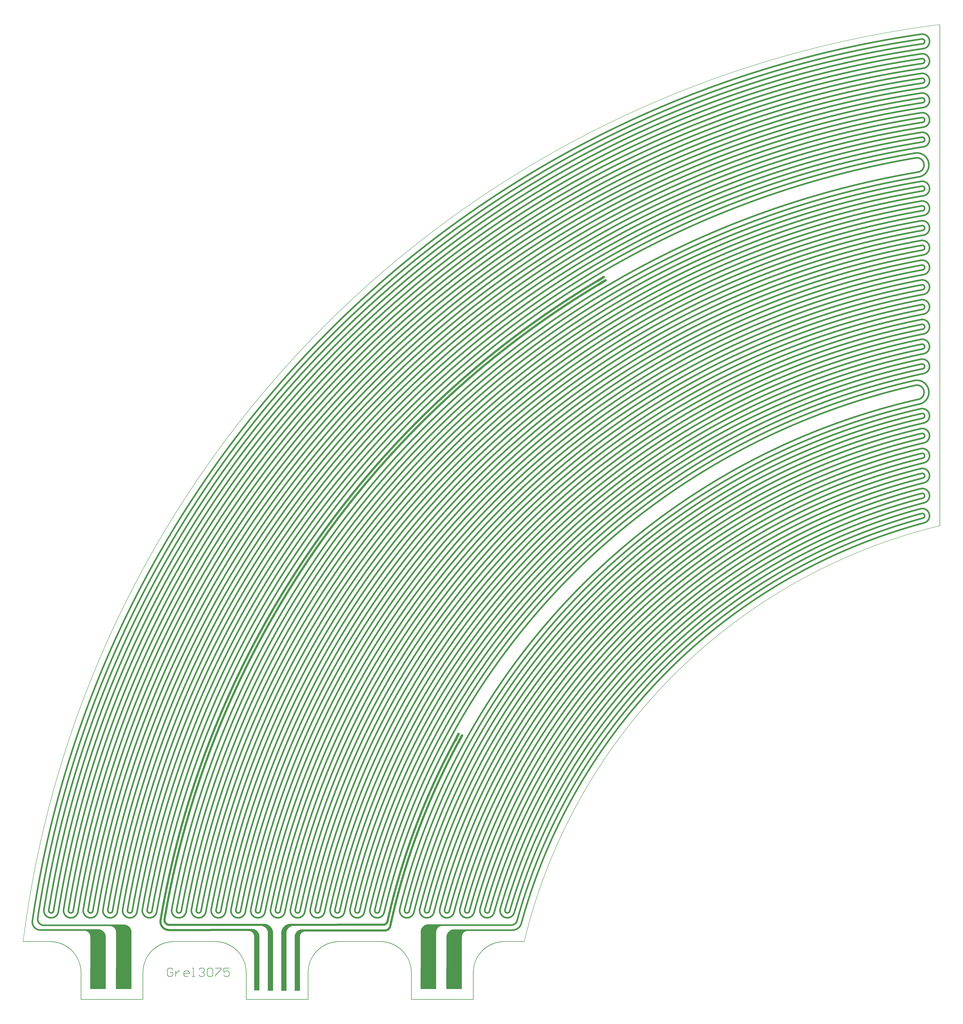
<source format=gtl>
*%FSLAX55Y55*%
*%MOMM*%
G01*
%ADD11C,0.18627*%
%ADD12C,0.20000*%
%ADD13C,0.25400*%
%ADD14C,0.75000*%
%ADD15C,0.76200*%
%ADD16C,0.76200*%
%ADD17C,1.00000*%
%ADD18C,1.20000*%
%ADD19C,1.40320*%
%ADD20C,1.77800*%
%ADD21C,1.77800*%
%ADD22C,2.50000*%
%ADD23C,6.35000*%
%ADD24R,0.68580X0.68580*%
%ADD25R,0.76200X0.76200*%
%ADD26R,0.91440X0.91440*%
%ADD27R,1.14300X1.14300*%
%ADD28R,1.21920X1.21920*%
%ADD29R,1.44780X1.44780*%
%ADD30R,2.50000X5.00000*%
%ADD31R,2.70320X5.20320*%
%ADD32R,6.35000X6.35000*%
D12*
X2798454Y6702123D02*
X2799513Y6710523D01*
X2800574Y6718923D01*
X2801635Y6727323D01*
X2802699Y6735722D01*
X2803764Y6744122D01*
X2804830Y6752521D01*
X2805897Y6760920D01*
X2806966Y6769319D01*
X2808037Y6777718D01*
X2809108Y6786116D01*
X2810181Y6794514D01*
X2811256Y6802913D01*
X2812332Y6811311D01*
X2813409Y6819708D01*
X2814488Y6828106D01*
X2815568Y6836503D01*
X2816649Y6844901D01*
X2817732Y6853298D01*
X2818816Y6861695D01*
X2819902Y6870091D01*
X2820989Y6878488D01*
X2822077Y6886884D01*
X2823167Y6895281D01*
X2824258Y6903677D01*
X2825350Y6912073D01*
X2826444Y6920468D01*
X2827540Y6928863D01*
X2828636Y6937259D01*
X2829734Y6945654D01*
X2830834Y6954049D01*
X2831935Y6962444D01*
X2833037Y6970838D01*
X2834141Y6979232D01*
X2835246Y6987627D01*
X2836352Y6996021D01*
X2837460Y7004414D01*
X2838569Y7012808D01*
X2839680Y7021202D01*
X2840792Y7029595D01*
X2841905Y7037988D01*
X2843020Y7046381D01*
X2844136Y7054774D01*
X2845253Y7063166D01*
X2846372Y7071559D01*
X2847493Y7079951D01*
X2848614Y7088343D01*
X2849738Y7096735D01*
X2850862Y7105126D01*
X2851988Y7113517D01*
X2853115Y7121909D01*
X2854243Y7130300D01*
X2855374Y7138691D01*
X2856505Y7147081D01*
X2857638Y7155472D01*
X2858772Y7163862D01*
X2859907Y7172252D01*
X2861044Y7180642D01*
X2862183Y7189032D01*
X2863322Y7197421D01*
X2864464Y7205811D01*
X2865606Y7214200D01*
X2866750Y7222589D01*
X2867895Y7230978D01*
X2869042Y7239367D01*
X2870190Y7247755D01*
X2871339Y7256143D01*
X2872490Y7264531D01*
X2873642Y7272919D01*
X2874796Y7281306D01*
X2875951Y7289694D01*
X2877107Y7298081D01*
X2878265Y7306468D01*
X2879424Y7314855D01*
X2880585Y7323242D01*
X2881747Y7331628D01*
X2882910Y7340015D01*
X2884075Y7348401D01*
X2885241Y7356787D01*
X2886408Y7365173D01*
X2887577Y7373558D01*
X2888747Y7381944D01*
X2889919Y7390329D01*
X2891092Y7398714D01*
X2892266Y7407098D01*
X2893442Y7415483D01*
X2894619Y7423867D01*
X2895798Y7432252D01*
X2896978Y7440636D01*
X2898159Y7449019D01*
X2899342Y7457403D01*
X2900526Y7465786D01*
X2901711Y7474169D01*
X2902898Y7482552D01*
X2904086Y7490935D01*
X2905276Y7499318D01*
X2906467Y7507701D01*
X2907660Y7516083D01*
X2908853Y7524465D01*
X2910049Y7532847D01*
X2911245Y7541228D01*
X2912443Y7549609D01*
X2913642Y7557991D01*
X2914843Y7566372D01*
X2916045Y7574753D01*
X2917249Y7583133D01*
X2918454Y7591514D01*
X2919660Y7599894D01*
X2920868Y7608274D01*
X2922077Y7616654D01*
X2923287Y7625034D01*
X2924499Y7633413D01*
X2925712Y7641792D01*
X2926927Y7650171D01*
X2928143Y7658550D01*
X2929360Y7666929D01*
X2930579Y7675307D01*
X2931799Y7683685D01*
X2933020Y7692063D01*
X2934243Y7700441D01*
X2935468Y7708819D01*
X2936693Y7717196D01*
X2937920Y7725574D01*
X2939149Y7733950D01*
X2940379Y7742327D01*
X2941610Y7750704D01*
X2942842Y7759080D01*
X2944076Y7767457D01*
X2945312Y7775833D01*
X2946549Y7784208D01*
X2947787Y7792584D01*
X2949026Y7800960D01*
X2950267Y7809335D01*
X2951509Y7817710D01*
X2952753Y7826084D01*
X2953998Y7834459D01*
X2955245Y7842833D01*
X2956492Y7851207D01*
X2957742Y7859581D01*
X2958992Y7867955D01*
X2960244Y7876329D01*
X2961498Y7884702D01*
X2962752Y7893075D01*
X2964009Y7901448D01*
X2965266Y7909821D01*
X2966525Y7918193D01*
X2967785Y7926566D01*
X2969047Y7934938D01*
X2970310Y7943309D01*
X2971574Y7951681D01*
X2972840Y7960053D01*
X2974107Y7968424D01*
X2975376Y7976795D01*
X2976646Y7985166D01*
X2977917Y7993536D01*
X2979190Y8001907D01*
X2980464Y8010277D01*
X2981740Y8018647D01*
X2983017Y8027017D01*
X2984295Y8035386D01*
X2985575Y8043756D01*
X2986856Y8052125D01*
X2988138Y8060494D01*
X2989422Y8068862D01*
X2990707Y8077231D01*
X2991994Y8085599D01*
X2993282Y8093967D01*
X2994571Y8102335D01*
X2995862Y8110703D01*
X2997154Y8119070D01*
X2998448Y8127437D01*
X2999743Y8135804D01*
X3001039Y8144171D01*
X3002336Y8152538D01*
X3003635Y8160904D01*
X3004936Y8169270D01*
X3006238Y8177636D01*
X3007541Y8186002D01*
X3008845Y8194367D01*
X3010151Y8202733D01*
X3011459Y8211098D01*
X3012767Y8219463D01*
X3014078Y8227827D01*
X3015389Y8236192D01*
X3016702Y8244556D01*
X3018016Y8252920D01*
X3019332Y8261284D01*
X3020649Y8269647D01*
X3021967Y8278010D01*
X3023287Y8286374D01*
X3024608Y8294737D01*
X3025931Y8303099D01*
X3027255Y8311462D01*
X3028580Y8319824D01*
X3029907Y8328186D01*
X3031235Y8336548D01*
X3032564Y8344909D01*
X3033895Y8353271D01*
X3035228Y8361632D01*
X3036561Y8369993D01*
X3037896Y8378353D01*
X3039232Y8386714D01*
X3040570Y8395074D01*
X3041909Y8403434D01*
X3043250Y8411794D01*
X3044592Y8420154D01*
X3045935Y8428513D01*
X3047280Y8436872D01*
X3048626Y8445231D01*
X3049973Y8453590D01*
X3051322Y8461948D01*
X3052672Y8470306D01*
X3054024Y8478665D01*
X3055377Y8487022D01*
X3056731Y8495380D01*
X3058087Y8503737D01*
X3059444Y8512094D01*
X3060803Y8520451D01*
X3062163Y8528808D01*
X3063524Y8537165D01*
X3064886Y8545521D01*
X3066251Y8553877D01*
X3067616Y8562233D01*
X3068983Y8570588D01*
X3070351Y8578943D01*
X3071721Y8587299D01*
X3073091Y8595653D01*
X3074464Y8604008D01*
X3075837Y8612363D01*
X3077213Y8620717D01*
X3078589Y8629071D01*
X3079967Y8637424D01*
X3081346Y8645778D01*
X3082727Y8654131D01*
X3084109Y8662484D01*
X3085492Y8670837D01*
X3086877Y8679190D01*
X3088263Y8687542D01*
X3089650Y8695894D01*
X3091039Y8704246D01*
X3092430Y8712598D01*
X3093821Y8720949D01*
X3095214Y8729301D01*
X3096609Y8737652D01*
X3098004Y8746002D01*
X3099402Y8754353D01*
X3100800Y8762703D01*
X3102200Y8771053D01*
X3103602Y8779403D01*
X3105004Y8787753D01*
X3106408Y8796102D01*
X3107814Y8804451D01*
X3109221Y8812800D01*
X3110629Y8821149D01*
X3112038Y8829497D01*
X3113449Y8837845D01*
X3114862Y8846193D01*
X3116276Y8854541D01*
X3117691Y8862889D01*
X3119107Y8871236D01*
X3120525Y8879583D01*
X3121944Y8887930D01*
X3123365Y8896276D01*
X3124787Y8904623D01*
X3126211Y8912969D01*
X3127635Y8921315D01*
X3129062Y8929660D01*
X3130489Y8938006D01*
X3131918Y8946351D01*
X3133348Y8954696D01*
X3134780Y8963040D01*
X3136213Y8971385D01*
X3137648Y8979729D01*
X3139083Y8988073D01*
X3140521Y8996417D01*
X3141959Y9004760D01*
X3143399Y9013104D01*
X3144841Y9021447D01*
X3146283Y9029789D01*
X3147727Y9038132D01*
X3149173Y9046474D01*
X3150620Y9054816D01*
X3152068Y9063158D01*
X3153517Y9071500D01*
X3154969Y9079841D01*
X3156421Y9088182D01*
X3157875Y9096523D01*
X3159330Y9104864D01*
X3160786Y9113204D01*
X3162244Y9121544D01*
X3163704Y9129884D01*
X3165164Y9138224D01*
X3166626Y9146563D01*
X3168090Y9154902D01*
X3169554Y9163241D01*
X3171021Y9171580D01*
X3172488Y9179919D01*
X3173957Y9188257D01*
X3175427Y9196595D01*
X3176899Y9204932D01*
X3178372Y9213270D01*
X3179847Y9221607D01*
X3181323Y9229944D01*
X3182800Y9238281D01*
X3184278Y9246618D01*
X3185758Y9254954D01*
X3187240Y9263290D01*
X3188722Y9271625D01*
X3190206Y9279961D01*
X3191692Y9288296D01*
X3193179Y9296631D01*
X3194667Y9304966D01*
X3196157Y9313301D01*
X3197648Y9321635D01*
X3199140Y9329969D01*
X3200634Y9338303D01*
X3202129Y9346636D01*
X3203625Y9354970D01*
X3205123Y9363303D01*
X3206622Y9371636D01*
X3208123Y9379968D01*
X3209625Y9388301D01*
X3211128Y9396632D01*
X3212633Y9404964D01*
X3214139Y9413296D01*
X3215647Y9421627D01*
X3217156Y9429958D01*
X3218666Y9438289D01*
X3220178Y9446620D01*
X3221691Y9454950D01*
X3223205Y9463280D01*
X3224721Y9471610D01*
X3226238Y9479939D01*
X3227757Y9488269D01*
X3229277Y9496598D01*
X3230798Y9504927D01*
X3232321Y9513255D01*
X3233845Y9521583D01*
X3235370Y9529912D01*
X3236897Y9538239D01*
X3238425Y9546567D01*
X3239955Y9554894D01*
X3241486Y9563221D01*
X3243018Y9571548D01*
X3244552Y9579875D01*
X3246087Y9588201D01*
X3247623Y9596527D01*
X3249161Y9604853D01*
X3250700Y9613178D01*
X3252241Y9621503D01*
X3253783Y9629829D01*
X3255326Y9638153D01*
X3256871Y9646478D01*
X3258417Y9654802D01*
X3259965Y9663126D01*
X3261513Y9671450D01*
X3263064Y9679773D01*
X3264615Y9688096D01*
X3266168Y9696420D01*
X3267722Y9704742D01*
X3269278Y9713065D01*
X3270835Y9721387D01*
X3272394Y9729709D01*
X3273954Y9738031D01*
X3275515Y9746352D01*
X3277077Y9754673D01*
X3278641Y9762994D01*
X3280207Y9771315D01*
X3281773Y9779635D01*
X3283341Y9787955D01*
X3284911Y9796275D01*
X3286482Y9804595D01*
X3288054Y9812914D01*
X3289628Y9821233D01*
X3291203Y9829552D01*
X3292779Y9837871D01*
X3294357Y9846189D01*
X3295936Y9854507D01*
X3297516Y9862825D01*
X3299098Y9871142D01*
X3300681Y9879460D01*
X3302266Y9887777D01*
X3303852Y9896093D01*
X3305439Y9904410D01*
X3307028Y9912726D01*
X3308618Y9921042D01*
X3310210Y9929358D01*
X3311803Y9937673D01*
X3313397Y9945988D01*
X3314993Y9954303D01*
X3316590Y9962618D01*
X3318188Y9970932D01*
X3319788Y9979246D01*
X3321389Y9987560D01*
X3322991Y9995874D01*
X3324595Y10004187D01*
X3326200Y10012500D01*
X3327807Y10020813D01*
X3329415Y10029125D01*
X3331024Y10037437D01*
X3332635Y10045750D01*
X3334247Y10054061D01*
X3335860Y10062373D01*
X3337475Y10070684D01*
X3339092Y10078995D01*
X3340709Y10087305D01*
X3342328Y10095616D01*
X3343949Y10103926D01*
X3345570Y10112236D01*
X3347193Y10120545D01*
X3348818Y10128855D01*
X3350444Y10137164D01*
X3352071Y10145472D01*
X3353700Y10153781D01*
X3355330Y10162089D01*
X3356961Y10170397D01*
X3358594Y10178705D01*
X3360228Y10187012D01*
X3361863Y10195319D01*
X3363500Y10203626D01*
X3365138Y10211933D01*
X3366778Y10220239D01*
X3368419Y10228545D01*
X3370061Y10236851D01*
X3371705Y10245157D01*
X3373350Y10253462D01*
X3374996Y10261767D01*
X3376644Y10270072D01*
X3378293Y10278376D01*
X3379944Y10286680D01*
X3381596Y10294984D01*
X3383249Y10303288D01*
X3384904Y10311591D01*
X3386560Y10319894D01*
X3388218Y10328197D01*
X3389876Y10336500D01*
X3391537Y10344802D01*
X3393198Y10353104D01*
X3394861Y10361405D01*
X3396525Y10369707D01*
X3398191Y10378008D01*
X3399858Y10386309D01*
X3401527Y10394609D01*
X3403196Y10402910D01*
X3404867Y10411210D01*
X3406540Y10419510D01*
X3408214Y10427809D01*
X3409889Y10436108D01*
X3411566Y10444407D01*
X3413244Y10452706D01*
X3414923Y10461004D01*
X3416604Y10469302D01*
X3418286Y10477600D01*
X3419970Y10485898D01*
X3421655Y10494195D01*
X3423341Y10502492D01*
X3425028Y10510789D01*
X3426718Y10519085D01*
X3428408Y10527381D01*
X3430100Y10535677D01*
X3431793Y10543973D01*
X3433487Y10552268D01*
X3435183Y10560563D01*
X3436880Y10568858D01*
X3438579Y10577152D01*
X3440279Y10585446D01*
X3441980Y10593740D01*
X3443683Y10602034D01*
X3445387Y10610327D01*
X3447093Y10618620D01*
X3448800Y10626913D01*
X3450508Y10635206D01*
X3452217Y10643498D01*
X3453928Y10651790D01*
X3455641Y10660082D01*
X3457354Y10668373D01*
X3459069Y10676664D01*
X3460786Y10684955D01*
X3462504Y10693245D01*
X3464223Y10701535D01*
X3465943Y10709825D01*
X3467665Y10718115D01*
X3469389Y10726405D01*
X3471113Y10734694D01*
X3472839Y10742982D01*
X3474567Y10751271D01*
X3476295Y10759559D01*
X3478026Y10767847D01*
X3479757Y10776135D01*
X3481490Y10784422D01*
X3483224Y10792709D01*
X3484960Y10800996D01*
X3486697Y10809283D01*
X3488435Y10817569D01*
X3490175Y10825855D01*
X3491916Y10834140D01*
X3493658Y10842426D01*
X3495402Y10850711D01*
X3497148Y10858996D01*
X3498894Y10867280D01*
X3500642Y10875564D01*
X3502392Y10883848D01*
X3504142Y10892132D01*
X3505894Y10900415D01*
X3507648Y10908698D01*
X3509402Y10916981D01*
X3511159Y10925264D01*
X3512916Y10933546D01*
X3514675Y10941827D01*
X3516435Y10950109D01*
X3518197Y10958391D01*
X3519960Y10966671D01*
X3521724Y10974952D01*
X3523490Y10983233D01*
X3525257Y10991513D01*
X3527026Y10999793D01*
X3528796Y11008072D01*
X3530567Y11016352D01*
X3532340Y11024630D01*
X3534114Y11032909D01*
X3535889Y11041187D01*
X3537666Y11049466D01*
X3539444Y11057743D01*
X3541223Y11066021D01*
X3543004Y11074298D01*
X3544786Y11082575D01*
X3546570Y11090852D01*
X3548355Y11099128D01*
X3550141Y11107404D01*
X3551929Y11115680D01*
X3553718Y11123955D01*
X3555508Y11132230D01*
X3557300Y11140505D01*
X3559093Y11148780D01*
X3560887Y11157054D01*
X3562684Y11165328D01*
X3564481Y11173602D01*
X3566279Y11181875D01*
X3568079Y11190148D01*
X3569881Y11198421D01*
X3571683Y11206693D01*
X3573487Y11214966D01*
X3575293Y11223237D01*
X3577100Y11231509D01*
X3578908Y11239780D01*
X3580718Y11248051D01*
X3582528Y11256322D01*
X3584341Y11264592D01*
X3586154Y11272862D01*
X3587969Y11281132D01*
X3589786Y11289402D01*
X3591603Y11297671D01*
X3593423Y11305940D01*
X3595243Y11314208D01*
X3597065Y11322476D01*
X3598888Y11330744D01*
X3600713Y11339012D01*
X3602539Y11347280D01*
X3604366Y11355547D01*
X3606195Y11363813D01*
X3608025Y11372080D01*
X3609856Y11380346D01*
X3611689Y11388612D01*
X3613523Y11396877D01*
X3615359Y11405143D01*
X3617196Y11413408D01*
X3619034Y11421672D01*
X3620874Y11429936D01*
X3622715Y11438201D01*
X3624557Y11446464D01*
X3626401Y11454728D01*
X3628246Y11462991D01*
X3630092Y11471254D01*
X3631940Y11479516D01*
X3633789Y11487778D01*
X3635640Y11496040D01*
X3637492Y11504302D01*
X3639345Y11512563D01*
X3641200Y11520824D01*
X3643056Y11529085D01*
X3644913Y11537345D01*
X3646772Y11545605D01*
X3648632Y11553865D01*
X3650494Y11562124D01*
X3652356Y11570384D01*
X3654221Y11578642D01*
X3656086Y11586901D01*
X3657953Y11595159D01*
X3659821Y11603417D01*
X3661691Y11611675D01*
X3663562Y11619932D01*
X3665435Y11628189D01*
X3667308Y11636446D01*
X3669184Y11644702D01*
X3671060Y11652958D01*
X3672938Y11661214D01*
X3674817Y11669469D01*
X3676698Y11677724D01*
X3678580Y11685979D01*
X3680463Y11694233D01*
X3682348Y11702488D01*
X3684234Y11710742D01*
X3686121Y11718995D01*
X3688010Y11727248D01*
X3689900Y11735501D01*
X3691792Y11743754D01*
X3693685Y11752006D01*
X3695579Y11760258D01*
X3697475Y11768510D01*
X3699372Y11776761D01*
X3701270Y11785012D01*
X3703170Y11793263D01*
X3705071Y11801513D01*
X3706973Y11809764D01*
X3708877Y11818013D01*
X3710782Y11826263D01*
X3712689Y11834512D01*
X3714597Y11842761D01*
X3716506Y11851009D01*
X3718416Y11859257D01*
X3720329Y11867505D01*
X3722242Y11875753D01*
X3724157Y11884000D01*
X3726073Y11892247D01*
X3727990Y11900494D01*
X3729909Y11908740D01*
X3731829Y11916986D01*
X3733751Y11925232D01*
X3735674Y11933477D01*
X3737598Y11941722D01*
X3739523Y11949967D01*
X3741450Y11958211D01*
X3743379Y11966455D01*
X3745308Y11974699D01*
X3747240Y11982943D01*
X3749172Y11991186D01*
X3751106Y11999429D01*
X3753041Y12007671D01*
X3754978Y12015913D01*
X3756916Y12024155D01*
X3758855Y12032397D01*
X3760795Y12040638D01*
X3762737Y12048879D01*
X3764681Y12057119D01*
X3766625Y12065360D01*
X3768572Y12073599D01*
X3770519Y12081839D01*
X3772468Y12090078D01*
X3774418Y12098317D01*
X3776369Y12106556D01*
X3778322Y12114794D01*
X3780277Y12123032D01*
X3782232Y12131270D01*
X3784189Y12139507D01*
X3786147Y12147744D01*
X3788107Y12155981D01*
X3790068Y12164217D01*
X3792031Y12172453D01*
X3793994Y12180689D01*
X3795960Y12188925D01*
X3797926Y12197160D01*
X3799894Y12205394D01*
X3801863Y12213629D01*
X3803834Y12221863D01*
X3805806Y12230097D01*
X3807779Y12238330D01*
X3809754Y12246563D01*
X3811730Y12254796D01*
X3813707Y12263029D01*
X3815686Y12271261D01*
X3817666Y12279492D01*
X3819647Y12287724D01*
X3821630Y12295955D01*
X3823615Y12304186D01*
X3825600Y12312416D01*
X3827587Y12320646D01*
X3829575Y12328876D01*
X3831565Y12337106D01*
X3833556Y12345335D01*
X3835548Y12353564D01*
X3837542Y12361792D01*
X3839537Y12370021D01*
X3841534Y12378249D01*
X3843532Y12386476D01*
X3845531Y12394703D01*
X3847531Y12402930D01*
X3849533Y12411157D01*
X3851536Y12419383D01*
X3853541Y12427609D01*
X3855547Y12435834D01*
X3857554Y12444059D01*
X3859563Y12452284D01*
X3861573Y12460509D01*
X3863584Y12468733D01*
X3865597Y12476957D01*
X3867611Y12485181D01*
X3869627Y12493404D01*
X3871644Y12501627D01*
X3873662Y12509849D01*
X3875682Y12518071D01*
X3877702Y12526293D01*
X3879725Y12534515D01*
X3881748Y12542736D01*
X3883773Y12550957D01*
X3885800Y12559178D01*
X3887827Y12567398D01*
X3889857Y12575618D01*
X3891887Y12583837D01*
X3893919Y12592056D01*
X3895952Y12600275D01*
X3897987Y12608494D01*
X3900022Y12616712D01*
X3902060Y12624930D01*
X3904098Y12633147D01*
X3906138Y12641365D01*
X3908180Y12649581D01*
X3910222Y12657798D01*
X3912266Y12666014D01*
X3914312Y12674230D01*
X3916358Y12682445D01*
X3918406Y12690660D01*
X3920456Y12698875D01*
X3922507Y12707090D01*
X3924559Y12715304D01*
X3926613Y12723518D01*
X3928668Y12731731D01*
X3930724Y12739944D01*
X3932781Y12748157D01*
X3934840Y12756369D01*
X3936901Y12764582D01*
X3938962Y12772793D01*
X3941025Y12781005D01*
X3943090Y12789216D01*
X3945156Y12797427D01*
X3947223Y12805637D01*
X3949291Y12813847D01*
X3951361Y12822057D01*
X3953432Y12830266D01*
X3955505Y12838475D01*
X3957579Y12846684D01*
X3959654Y12854892D01*
X3961731Y12863100D01*
X3963809Y12871308D01*
X3965888Y12879515D01*
X3967969Y12887722D01*
X3970051Y12895929D01*
X3972134Y12904135D01*
X3974219Y12912341D01*
X3976305Y12920546D01*
X3978393Y12928752D01*
X3980481Y12936957D01*
X3982572Y12945161D01*
X3984663Y12953365D01*
X3986756Y12961569D01*
X3988850Y12969773D01*
X3990946Y12977976D01*
X3993043Y12986179D01*
X3995141Y12994381D01*
X3997241Y13002583D01*
X3999342Y13010785D01*
X4001445Y13018986D01*
X4003548Y13027188D01*
X4005653Y13035388D01*
X4007760Y13043589D01*
X4009868Y13051789D01*
X4011977Y13059988D01*
X4014087Y13068188D01*
X4016199Y13076387D01*
X4018313Y13084585D01*
X4020427Y13092784D01*
X4022543Y13100982D01*
X4024660Y13109179D01*
X4026779Y13117376D01*
X4028899Y13125573D01*
X4031021Y13133770D01*
X4033143Y13141966D01*
X4035268Y13150162D01*
X4037393Y13158357D01*
X4039520Y13166553D01*
X4041648Y13174747D01*
X4043778Y13182942D01*
X4045908Y13191136D01*
X4048041Y13199329D01*
X4050174Y13207523D01*
X4052309Y13215716D01*
X4054445Y13223909D01*
X4056583Y13232101D01*
X4058722Y13240293D01*
X4060862Y13248485D01*
X4063004Y13256676D01*
X4065147Y13264867D01*
X4067292Y13273057D01*
X4069437Y13281247D01*
X4071584Y13289437D01*
X4073733Y13297627D01*
X4075883Y13305816D01*
X4078034Y13314005D01*
X4080187Y13322193D01*
X4082341Y13330381D01*
X4084496Y13338569D01*
X4086652Y13346756D01*
X4088810Y13354943D01*
X4090970Y13363130D01*
X4093130Y13371316D01*
X4095292Y13379502D01*
X4097456Y13387687D01*
X4099620Y13395873D01*
X4101787Y13404058D01*
X4103954Y13412242D01*
X4106123Y13420426D01*
X4108293Y13428610D01*
X4110464Y13436793D01*
X4112637Y13444976D01*
X4114811Y13453159D01*
X4116987Y13461341D01*
X4119164Y13469523D01*
X4121342Y13477705D01*
X4123522Y13485886D01*
X4125703Y13494067D01*
X4127885Y13502248D01*
X4130069Y13510428D01*
X4132254Y13518607D01*
X4134440Y13526787D01*
X4136628Y13534966D01*
X4138817Y13543145D01*
X4141007Y13551323D01*
X4143199Y13559501D01*
X4145393Y13567679D01*
X4147587Y13575856D01*
X4149783Y13584033D01*
X4151980Y13592210D01*
X4154179Y13600386D01*
X4156379Y13608562D01*
X4158580Y13616737D01*
X4160782Y13624912D01*
X4162986Y13633087D01*
X4165192Y13641261D01*
X4167398Y13649435D01*
X4169606Y13657609D01*
X4171816Y13665782D01*
X4174026Y13673955D01*
X4176239Y13682127D01*
X4178452Y13690300D01*
X4180667Y13698471D01*
X4182883Y13706643D01*
X4185100Y13714814D01*
X4187319Y13722984D01*
X4189539Y13731155D01*
X4191761Y13739325D01*
X4193984Y13747494D01*
X4196208Y13755664D01*
X4198434Y13763833D01*
X4200660Y13772001D01*
X4202889Y13780169D01*
X4205118Y13788337D01*
X4207349Y13796504D01*
X4209582Y13804671D01*
X4211815Y13812838D01*
X4214050Y13821004D01*
X4216287Y13829170D01*
X4218524Y13837336D01*
X4220764Y13845501D01*
X4223004Y13853666D01*
X4225246Y13861830D01*
X4227489Y13869994D01*
X4229733Y13878158D01*
X4231979Y13886321D01*
X4234226Y13894484D01*
X4236475Y13902647D01*
X4238725Y13910809D01*
X4240976Y13918971D01*
X4243229Y13927132D01*
X4245483Y13935293D01*
X4247738Y13943454D01*
X4249995Y13951614D01*
X4252253Y13959774D01*
X4254512Y13967934D01*
X4256773Y13976093D01*
X4259035Y13984252D01*
X4261298Y13992410D01*
X4263563Y14000569D01*
X4265829Y14008726D01*
X4268096Y14016884D01*
X4270365Y14025041D01*
X4272635Y14033197D01*
X4274907Y14041353D01*
X4277179Y14049509D01*
X4279454Y14057665D01*
X4281729Y14065820D01*
X4284006Y14073974D01*
X4286284Y14082129D01*
X4288564Y14090283D01*
X4290845Y14098436D01*
X4293127Y14106590D01*
X4295411Y14114742D01*
X4297695Y14122895D01*
X4299982Y14131047D01*
X4302270Y14139199D01*
X4304559Y14147350D01*
X4306849Y14155501D01*
X4309141Y14163651D01*
X4311434Y14171802D01*
X4313728Y14179952D01*
X4316024Y14188101D01*
X4318321Y14196250D01*
X4320619Y14204399D01*
X4322919Y14212547D01*
X4325220Y14220695D01*
X4327523Y14228842D01*
X4329826Y14236990D01*
X4332132Y14245136D01*
X4334438Y14253283D01*
X4336746Y14261429D01*
X4339055Y14269574D01*
X4341366Y14277719D01*
X4343678Y14285864D01*
X4345991Y14294009D01*
X4348306Y14302153D01*
X4350622Y14310296D01*
X4352939Y14318440D01*
X4355257Y14326583D01*
X4357578Y14334725D01*
X4359899Y14342868D01*
X4362222Y14351009D01*
X4364545Y14359151D01*
X4366871Y14367292D01*
X4369198Y14375433D01*
X4371526Y14383573D01*
X4373855Y14391712D01*
X4376186Y14399852D01*
X4378518Y14407991D01*
X4380852Y14416130D01*
X4383186Y14424268D01*
X4385522Y14432406D01*
X4387860Y14440544D01*
X4390199Y14448681D01*
X4392539Y14456817D01*
X4394880Y14464954D01*
X4397223Y14473090D01*
X4399568Y14481226D01*
X4401913Y14489361D01*
X4404260Y14497496D01*
X4406608Y14505630D01*
X4408958Y14513764D01*
X4411309Y14521898D01*
X4413661Y14530031D01*
X4416015Y14538164D01*
X4418370Y14546297D01*
X4420726Y14554429D01*
X4423084Y14562560D01*
X4425443Y14570692D01*
X4427803Y14578823D01*
X4430165Y14586953D01*
X4432528Y14595083D01*
X4434892Y14603213D01*
X4437258Y14611342D01*
X4439625Y14619471D01*
X4441993Y14627600D01*
X4444363Y14635728D01*
X4446734Y14643856D01*
X4449107Y14651983D01*
X4451481Y14660111D01*
X4453856Y14668237D01*
X4456232Y14676363D01*
X4458610Y14684489D01*
X4460989Y14692615D01*
X4463370Y14700740D01*
X4465752Y14708864D01*
X4468135Y14716989D01*
X4470519Y14725113D01*
X4472905Y14733236D01*
X4475293Y14741359D01*
X4477681Y14749482D01*
X4480071Y14757604D01*
X4482462Y14765726D01*
X4484855Y14773848D01*
X4487249Y14781969D01*
X4489644Y14790090D01*
X4492041Y14798210D01*
X4494439Y14806330D01*
X4496838Y14814449D01*
X4499239Y14822568D01*
X4501641Y14830687D01*
X4504044Y14838805D01*
X4506449Y14846923D01*
X4508855Y14855041D01*
X4511262Y14863158D01*
X4513671Y14871275D01*
X4516081Y14879391D01*
X4518492Y14887507D01*
X4520905Y14895623D01*
X4523319Y14903738D01*
X4525735Y14911853D01*
X4528151Y14919967D01*
X4530570Y14928081D01*
X4532989Y14936194D01*
X4535410Y14944308D01*
X4537832Y14952420D01*
X4540255Y14960533D01*
X4542680Y14968645D01*
X4545106Y14976756D01*
X4547534Y14984867D01*
X4549963Y14992978D01*
X4552393Y15001089D01*
X4554824Y15009199D01*
X4557257Y15017308D01*
X4559691Y15025417D01*
X4562127Y15033526D01*
X4564564Y15041634D01*
X4567002Y15049742D01*
X4569442Y15057850D01*
X4571883Y15065957D01*
X4574325Y15074064D01*
X4576768Y15082170D01*
X4579213Y15090276D01*
X4581660Y15098381D01*
X4584107Y15106486D01*
X4586556Y15114591D01*
X4589007Y15122695D01*
X4591458Y15130799D01*
X4593911Y15138903D01*
X4596365Y15147006D01*
X4598821Y15155109D01*
X4601278Y15163211D01*
X4603736Y15171313D01*
X4606196Y15179414D01*
X4608657Y15187515D01*
X4611120Y15195616D01*
X4613583Y15203716D01*
X4616048Y15211816D01*
X4618515Y15219915D01*
X4620982Y15228014D01*
X4623451Y15236113D01*
X4625922Y15244211D01*
X4628393Y15252309D01*
X4630867Y15260406D01*
X4633341Y15268503D01*
X4635817Y15276600D01*
X4638294Y15284696D01*
X4640772Y15292792D01*
X4643252Y15300887D01*
X4645733Y15308982D01*
X4648215Y15317076D01*
X4650699Y15325171D01*
X4653184Y15333264D01*
X4655671Y15341357D01*
X4658159Y15349450D01*
X4660648Y15357543D01*
X4663138Y15365635D01*
X4665630Y15373726D01*
X4668123Y15381818D01*
X4670618Y15389909D01*
X4673113Y15397999D01*
X4675611Y15406089D01*
X4678109Y15414178D01*
X4680609Y15422268D01*
X4683110Y15430356D01*
X4685613Y15438445D01*
X4688116Y15446532D01*
X4690622Y15454620D01*
X4693128Y15462707D01*
X4695636Y15470794D01*
X4698145Y15478880D01*
X4700656Y15486966D01*
X4703168Y15495051D01*
X4705681Y15503136D01*
X4708195Y15511221D01*
X4710711Y15519305D01*
X4713229Y15527389D01*
X4715747Y15535472D01*
X4718267Y15543555D01*
X4720788Y15551638D01*
X4723311Y15559720D01*
X4725835Y15567801D01*
X4728360Y15575882D01*
X4730886Y15583963D01*
X4733414Y15592044D01*
X4735944Y15600124D01*
X4738474Y15608203D01*
X4741006Y15616283D01*
X4743539Y15624361D01*
X4746074Y15632440D01*
X4748610Y15640518D01*
X4751147Y15648595D01*
X4753686Y15656672D01*
X4756226Y15664749D01*
X4758767Y15672825D01*
X4761310Y15680901D01*
X4763854Y15688976D01*
X4766399Y15697051D01*
X4768945Y15705126D01*
X4771493Y15713200D01*
X4774043Y15721274D01*
X4776593Y15729347D01*
X4779145Y15737420D01*
X4781698Y15745492D01*
X4784253Y15753564D01*
X4786809Y15761636D01*
X4789366Y15769707D01*
X4791925Y15777778D01*
X4794485Y15785848D01*
X4797046Y15793918D01*
X4799609Y15801987D01*
X4802173Y15810057D01*
X4804738Y15818125D01*
X4807305Y15826193D01*
X4809873Y15834261D01*
X4812442Y15842328D01*
X4815012Y15850395D01*
X4817584Y15858462D01*
X4820158Y15866528D01*
X4822733Y15874594D01*
X4825308Y15882659D01*
X4827886Y15890724D01*
X4830464Y15898788D01*
X4833044Y15906852D01*
X4835626Y15914916D01*
X4838208Y15922979D01*
X4840792Y15931041D01*
X4843378Y15939104D01*
X4845964Y15947165D01*
X4848552Y15955227D01*
X4851141Y15963288D01*
X4853732Y15971348D01*
X4856324Y15979408D01*
X4858917Y15987468D01*
X4861512Y15995527D01*
X4864108Y16003586D01*
X4866705Y16011644D01*
X4869304Y16019702D01*
X4871904Y16027760D01*
X4874505Y16035817D01*
X4877108Y16043874D01*
X4879712Y16051930D01*
X4882317Y16059986D01*
X4884924Y16068041D01*
X4887531Y16076096D01*
X4890141Y16084150D01*
X4892751Y16092205D01*
X4895364Y16100258D01*
X4897977Y16108311D01*
X4900591Y16116364D01*
X4903207Y16124417D01*
X4905825Y16132469D01*
X4908443Y16140520D01*
X4911063Y16148571D01*
X4913684Y16156622D01*
X4916307Y16164672D01*
X4918931Y16172722D01*
X4921556Y16180771D01*
X4924183Y16188820D01*
X4926811Y16196868D01*
X4929440Y16204916D01*
X4932071Y16212964D01*
X4934703Y16221011D01*
X4937336Y16229058D01*
X4939970Y16237104D01*
X4942606Y16245150D01*
X4945244Y16253195D01*
X4947882Y16261240D01*
X4950522Y16269285D01*
X4953163Y16277329D01*
X4955806Y16285373D01*
X4958450Y16293416D01*
X4961095Y16301459D01*
X4963741Y16309501D01*
X4966389Y16317543D01*
X4969039Y16325584D01*
X4971689Y16333625D01*
X4974341Y16341666D01*
X4976994Y16349706D01*
X4979649Y16357746D01*
X4982304Y16365785D01*
X4984962Y16373824D01*
X4987620Y16381862D01*
X4990280Y16389900D01*
X4992941Y16397938D01*
X4995604Y16405975D01*
X4998268Y16414011D01*
X5000933Y16422048D01*
X5003599Y16430083D01*
X5006267Y16438119D01*
X5008936Y16446154D01*
X5011607Y16454188D01*
X5014279Y16462222D01*
X5016952Y16470256D01*
X5019626Y16478289D01*
X5022302Y16486321D01*
X5024979Y16494354D01*
X5027657Y16502385D01*
X5030337Y16510417D01*
X5033018Y16518448D01*
X5035701Y16526478D01*
X5038385Y16534508D01*
X5041070Y16542537D01*
X5043756Y16550567D01*
X5046444Y16558595D01*
X5049133Y16566623D01*
X5051823Y16574651D01*
X5054515Y16582679D01*
X5057208Y16590705D01*
X5059903Y16598732D01*
X5062598Y16606758D01*
X5065295Y16614784D01*
X5067994Y16622809D01*
X5070693Y16630833D01*
X5073394Y16638858D01*
X5076097Y16646881D01*
X5078800Y16654905D01*
X5081505Y16662928D01*
X5084212Y16670950D01*
X5086919Y16678972D01*
X5089628Y16686994D01*
X5092339Y16695015D01*
X5095050Y16703035D01*
X5097763Y16711055D01*
X5100477Y16719075D01*
X5103193Y16727094D01*
X5105910Y16735113D01*
X5108628Y16743132D01*
X5111348Y16751150D01*
X5114069Y16759167D01*
X5116791Y16767184D01*
X5119515Y16775201D01*
X5122239Y16783217D01*
X5124966Y16791233D01*
X5127693Y16799248D01*
X5130422Y16807263D01*
X5133152Y16815277D01*
X5135884Y16823291D01*
X5138617Y16831304D01*
X5141351Y16839317D01*
X5144086Y16847330D01*
X5146823Y16855342D01*
X5149561Y16863353D01*
X5152301Y16871365D01*
X5155042Y16879375D01*
X5157784Y16887386D01*
X5160527Y16895395D01*
X5163272Y16903405D01*
X5166018Y16911414D01*
X5168765Y16919422D01*
X5171514Y16927430D01*
X5174264Y16935438D01*
X5177016Y16943445D01*
X5179768Y16951451D01*
X5182523Y16959458D01*
X5185278Y16967463D01*
X5188034Y16975468D01*
X5190793Y16983473D01*
X5193552Y16991478D01*
X5196312Y16999482D01*
X5199074Y17007485D01*
X5201838Y17015488D01*
X5204602Y17023490D01*
X5207368Y17031492D01*
X5210136Y17039494D01*
X5212904Y17047495D01*
X5215674Y17055496D01*
X5218445Y17063496D01*
X5221218Y17071496D01*
X5223992Y17079495D01*
X5226767Y17087494D01*
X5229544Y17095493D01*
X5232321Y17103491D01*
X5235101Y17111488D01*
X5237881Y17119485D01*
X5240663Y17127482D01*
X5243446Y17135478D01*
X5246231Y17143473D01*
X5249016Y17151469D01*
X5251803Y17159463D01*
X5254592Y17167457D01*
X5257382Y17175451D01*
X5260173Y17183445D01*
X5262965Y17191438D01*
X5265759Y17199430D01*
X5268554Y17207422D01*
X5271350Y17215413D01*
X5274148Y17223404D01*
X5276947Y17231395D01*
X5279747Y17239385D01*
X5282549Y17247375D01*
X5285352Y17255364D01*
X5288156Y17263353D01*
X5290962Y17271341D01*
X5293769Y17279329D01*
X5296577Y17287316D01*
X5299386Y17295303D01*
X5302197Y17303289D01*
X5305010Y17311275D01*
X5307823Y17319261D01*
X5310638Y17327246D01*
X5313454Y17335230D01*
X5316272Y17343214D01*
X5319090Y17351198D01*
X5321911Y17359181D01*
X5324732Y17367164D01*
X5327555Y17375146D01*
X5330379Y17383128D01*
X5333204Y17391109D01*
X5336031Y17399090D01*
X5338859Y17407070D01*
X5341689Y17415050D01*
X5344519Y17423029D01*
X5347351Y17431008D01*
X5350185Y17438986D01*
X5353019Y17446965D01*
X5355855Y17454942D01*
X5358693Y17462919D01*
X5361531Y17470896D01*
X5364371Y17478872D01*
X5367212Y17486847D01*
X5370055Y17494823D01*
X5372899Y17502797D01*
X5375744Y17510771D01*
X5378590Y17518745D01*
X5381438Y17526719D01*
X5384287Y17534691D01*
X5387138Y17542664D01*
X5389990Y17550635D01*
X5392843Y17558607D01*
X5395697Y17566578D01*
X5398553Y17574548D01*
X5401410Y17582518D01*
X5404269Y17590488D01*
X5407128Y17598457D01*
X5409989Y17606426D01*
X5412852Y17614394D01*
X5415715Y17622361D01*
X5418580Y17630328D01*
X5421447Y17638295D01*
X5424314Y17646261D01*
X5427183Y17654227D01*
X5430053Y17662192D01*
X5432925Y17670157D01*
X5435798Y17678121D01*
X5438672Y17686085D01*
X5441547Y17694048D01*
X5444424Y17702011D01*
X5447303Y17709974D01*
X5450182Y17717936D01*
X5453063Y17725897D01*
X5455945Y17733858D01*
X5458828Y17741818D01*
X5461713Y17749779D01*
X5464599Y17757738D01*
X5467486Y17765697D01*
X5470375Y17773656D01*
X5473265Y17781614D01*
X5476156Y17789571D01*
X5479049Y17797529D01*
X5481943Y17805485D01*
X5484838Y17813442D01*
X5487735Y17821397D01*
X5490633Y17829352D01*
X5493532Y17837307D01*
X5496432Y17845261D01*
X5499334Y17853215D01*
X5502237Y17861169D01*
X5505142Y17869121D01*
X5508048Y17877074D01*
X5510955Y17885026D01*
X5513863Y17892977D01*
X5516773Y17900928D01*
X5519684Y17908878D01*
X5522596Y17916829D01*
X5525510Y17924778D01*
X5528425Y17932727D01*
X5531341Y17940675D01*
X5534259Y17948623D01*
X5537178Y17956571D01*
X5540098Y17964518D01*
X5543020Y17972465D01*
X5545942Y17980411D01*
X5548866Y17988356D01*
X5551792Y17996301D01*
X5554719Y18004246D01*
X5557647Y18012190D01*
X5560576Y18020134D01*
X5563507Y18028077D01*
X5566439Y18036020D01*
X5569373Y18043962D01*
X5572307Y18051904D01*
X5575243Y18059845D01*
X5578181Y18067786D01*
X5581119Y18075726D01*
X5584059Y18083666D01*
X5587001Y18091605D01*
X5589943Y18099544D01*
X5592887Y18107482D01*
X5595832Y18115420D01*
X5598779Y18123357D01*
X5601726Y18131294D01*
X5604676Y18139231D01*
X5607626Y18147167D01*
X5610578Y18155102D01*
X5613531Y18163037D01*
X5616485Y18170971D01*
X5619441Y18178905D01*
X5622398Y18186839D01*
X5625356Y18194772D01*
X5628316Y18202704D01*
X5631277Y18210636D01*
X5634239Y18218568D01*
X5637203Y18226499D01*
X5640168Y18234429D01*
X5643134Y18242359D01*
X5646101Y18250289D01*
X5649070Y18258218D01*
X5652040Y18266146D01*
X5655012Y18274074D01*
X5657984Y18282002D01*
X5660958Y18289929D01*
X5663934Y18297856D01*
X5666910Y18305782D01*
X5669888Y18313707D01*
X5672868Y18321632D01*
X5675848Y18329557D01*
X5678830Y18337481D01*
X5681813Y18345405D01*
X5684798Y18353328D01*
X5687784Y18361251D01*
X5690771Y18369173D01*
X5693760Y18377094D01*
X5696749Y18385016D01*
X5699740Y18392936D01*
X5702733Y18400856D01*
X5705726Y18408776D01*
X5708721Y18416695D01*
X5711718Y18424614D01*
X5714716Y18432532D01*
X5717714Y18440450D01*
X5720715Y18448367D01*
X5723716Y18456284D01*
X5726719Y18464200D01*
X5729723Y18472116D01*
X5732729Y18480031D01*
X5735736Y18487945D01*
X5738744Y18495860D01*
X5741753Y18503774D01*
X5744764Y18511687D01*
X5747776Y18519599D01*
X5750789Y18527512D01*
X5753804Y18535423D01*
X5756820Y18543335D01*
X5759837Y18551245D01*
X5762856Y18559155D01*
X5765875Y18567065D01*
X5768897Y18574975D01*
X5771919Y18582883D01*
X5774943Y18590791D01*
X5777968Y18598699D01*
X5780995Y18606606D01*
X5784022Y18614513D01*
X5787051Y18622419D01*
X5790082Y18630325D01*
X5793113Y18638230D01*
X5796146Y18646135D01*
X5799181Y18654039D01*
X5802216Y18661943D01*
X5805253Y18669846D01*
X5808291Y18677749D01*
X5811331Y18685651D01*
X5814371Y18693553D01*
X5817414Y18701454D01*
X5820457Y18709355D01*
X5823502Y18717255D01*
X5826548Y18725155D01*
X5829595Y18733054D01*
X5832644Y18740953D01*
X5835694Y18748851D01*
X5838745Y18756748D01*
X5841798Y18764646D01*
X5844851Y18772542D01*
X5847907Y18780438D01*
X5850963Y18788334D01*
X5854021Y18796229D01*
X5857080Y18804124D01*
X5860140Y18812018D01*
X5863202Y18819912D01*
X5866265Y18827805D01*
X5869329Y18835697D01*
X5872395Y18843590D01*
X5875462Y18851481D01*
X5878530Y18859372D01*
X5881600Y18867263D01*
X5884670Y18875153D01*
X5887743Y18883043D01*
X5890816Y18890932D01*
X5893891Y18898820D01*
X5896967Y18906708D01*
X5900044Y18914596D01*
X5903123Y18922483D01*
X5906203Y18930370D01*
X5909284Y18938255D01*
X5912367Y18946141D01*
X5915450Y18954026D01*
X5918536Y18961911D01*
X5921622Y18969794D01*
X5924710Y18977678D01*
X5927799Y18985561D01*
X5930889Y18993443D01*
X5933981Y19001325D01*
X5937074Y19009207D01*
X5940168Y19017088D01*
X5943264Y19024968D01*
X5946361Y19032848D01*
X5949459Y19040727D01*
X5952559Y19048606D01*
X5955659Y19056485D01*
X5958762Y19064362D01*
X5961865Y19072240D01*
X5964970Y19080117D01*
X5968076Y19087993D01*
X5971183Y19095869D01*
X5974292Y19103744D01*
X5977402Y19111619D01*
X5980513Y19119493D01*
X5983625Y19127367D01*
X5986739Y19135240D01*
X5989854Y19143113D01*
X5992971Y19150985D01*
X5996089Y19158856D01*
X5999208Y19166727D01*
X6002328Y19174598D01*
X6005450Y19182468D01*
X6008573Y19190338D01*
X6011697Y19198207D01*
X6014822Y19206076D01*
X6017949Y19213944D01*
X6021077Y19221811D01*
X6024207Y19229678D01*
X6027338Y19237545D01*
X6030470Y19245411D01*
X6033603Y19253276D01*
X6036738Y19261141D01*
X6039874Y19269006D01*
X6043011Y19276869D01*
X6046149Y19284733D01*
X6049289Y19292596D01*
X6052431Y19300458D01*
X6055573Y19308320D01*
X6058717Y19316181D01*
X6061862Y19324042D01*
X6065008Y19331902D01*
X6068156Y19339762D01*
X6071305Y19347621D01*
X6074455Y19355480D01*
X6077607Y19363338D01*
X6080759Y19371196D01*
X6083914Y19379053D01*
X6087069Y19386910D01*
X6090226Y19394766D01*
X6093384Y19402621D01*
X6096543Y19410476D01*
X6099704Y19418331D01*
X6102866Y19426185D01*
X6106029Y19434038D01*
X6109194Y19441892D01*
X6112360Y19449744D01*
X6115527Y19457596D01*
X6118695Y19465447D01*
X6121865Y19473298D01*
X6125036Y19481148D01*
X6128208Y19488998D01*
X6131382Y19496847D01*
X6134557Y19504696D01*
X6137733Y19512545D01*
X6140911Y19520392D01*
X6144090Y19528240D01*
X6147270Y19536086D01*
X6150451Y19543932D01*
X6153634Y19551778D01*
X6156818Y19559623D01*
X6160003Y19567468D01*
X6163190Y19575312D01*
X6166378Y19583155D01*
X6169567Y19590998D01*
X6172758Y19598841D01*
X6175949Y19606683D01*
X6179142Y19614524D01*
X6182337Y19622365D01*
X6185532Y19630205D01*
X6188729Y19638045D01*
X6191928Y19645884D01*
X6195127Y19653723D01*
X6198328Y19661561D01*
X6201530Y19669399D01*
X6204734Y19677236D01*
X6207939Y19685073D01*
X6211145Y19692909D01*
X6214352Y19700744D01*
X6217561Y19708580D01*
X6220771Y19716414D01*
X6223982Y19724248D01*
X6227194Y19732082D01*
X6230408Y19739915D01*
X6233623Y19747747D01*
X6236840Y19755579D01*
X6240058Y19763410D01*
X6243277Y19771241D01*
X6246497Y19779071D01*
X6249719Y19786901D01*
X6252941Y19794730D01*
X6256166Y19802559D01*
X6259391Y19810387D01*
X6262618Y19818215D01*
X6265846Y19826042D01*
X6269075Y19833868D01*
X6272306Y19841694D01*
X6275538Y19849520D01*
X6278771Y19857345D01*
X6282006Y19865169D01*
X6285242Y19872993D01*
X6288479Y19880816D01*
X6291717Y19888639D01*
X6294957Y19896461D01*
X6298198Y19904283D01*
X6301440Y19912104D01*
X6304684Y19919925D01*
X6307929Y19927745D01*
X6311175Y19935564D01*
X6314422Y19943384D01*
X6317671Y19951202D01*
X6320921Y19959020D01*
X6324173Y19966837D01*
X6327425Y19974654D01*
X6330679Y19982471D01*
X6333934Y19990286D01*
X6337191Y19998102D01*
X6340449Y20005917D01*
X6343708Y20013731D01*
X6346968Y20021544D01*
X6350230Y20029357D01*
X6353493Y20037170D01*
X6356757Y20044982D01*
X6360023Y20052794D01*
X6363290Y20060605D01*
X6366558Y20068415D01*
X6369827Y20076225D01*
X6373098Y20084034D01*
X6376370Y20091843D01*
X6379644Y20099651D01*
X6382918Y20107459D01*
X6386194Y20115266D01*
X6389471Y20123073D01*
X6392750Y20130879D01*
X6396029Y20138684D01*
X6399311Y20146489D01*
X6402593Y20154294D01*
X6405876Y20162098D01*
X6409161Y20169901D01*
X6412448Y20177704D01*
X6415735Y20185506D01*
X6419024Y20193308D01*
X6422314Y20201109D01*
X6425606Y20208910D01*
X6428898Y20216710D01*
X6432192Y20224509D01*
X6435488Y20232309D01*
X6438784Y20240107D01*
X6442082Y20247905D01*
X6445381Y20255702D01*
X6448682Y20263499D01*
X6451983Y20271295D01*
X6455286Y20279091D01*
X6458590Y20286887D01*
X6461896Y20294681D01*
X6465203Y20302475D01*
X6468511Y20310269D01*
X6471820Y20318062D01*
X6475131Y20325854D01*
X6478443Y20333646D01*
X6481757Y20341438D01*
X6485071Y20349229D01*
X6488387Y20357019D01*
X6491704Y20364808D01*
X6495023Y20372598D01*
X6498342Y20380386D01*
X6501663Y20388174D01*
X6504986Y20395962D01*
X6508309Y20403749D01*
X6511634Y20411535D01*
X6514961Y20419321D01*
X6518288Y20427106D01*
X6521617Y20434891D01*
X6524947Y20442676D01*
X6528278Y20450459D01*
X6531611Y20458242D01*
X6534945Y20466025D01*
X6538280Y20473807D01*
X6541616Y20481588D01*
X6544954Y20489369D01*
X6548293Y20497150D01*
X6551634Y20504930D01*
X6554975Y20512709D01*
X6558318Y20520488D01*
X6561662Y20528266D01*
X6565008Y20536043D01*
X6568355Y20543820D01*
X6571703Y20551597D01*
X6575052Y20559373D01*
X6578403Y20567148D01*
X6581754Y20574923D01*
X6585108Y20582697D01*
X6588462Y20590471D01*
X6591818Y20598244D01*
X6595175Y20606017D01*
X6598533Y20613789D01*
X6601893Y20621560D01*
X6605254Y20629331D01*
X6608616Y20637102D01*
X6611980Y20644872D01*
X6615344Y20652641D01*
X6618710Y20660410D01*
X6622078Y20668178D01*
X6625446Y20675945D01*
X6628816Y20683713D01*
X6632188Y20691479D01*
X6635560Y20699245D01*
X6638934Y20707010D01*
X6642309Y20714775D01*
X6645685Y20722539D01*
X6649063Y20730303D01*
X6652442Y20738066D01*
X6655822Y20745829D01*
X6659203Y20753591D01*
X6662586Y20761352D01*
X6665970Y20769113D01*
X6669355Y20776874D01*
X6672742Y20784634D01*
X6676130Y20792393D01*
X6679519Y20800151D01*
X6682910Y20807910D01*
X6686301Y20815667D01*
X6689694Y20823424D01*
X6693089Y20831181D01*
X6696484Y20838936D01*
X6699881Y20846692D01*
X6703279Y20854446D01*
X6706679Y20862201D01*
X6710079Y20869954D01*
X6713481Y20877707D01*
X6716885Y20885460D01*
X6720289Y20893212D01*
X6723695Y20900963D01*
X6727102Y20908714D01*
X6730511Y20916464D01*
X6733920Y20924214D01*
X6737331Y20931963D01*
X6740743Y20939712D01*
X6744157Y20947460D01*
X6747572Y20955207D01*
X6750988Y20962954D01*
X6754405Y20970700D01*
X6757824Y20978446D01*
X6761244Y20986191D01*
X6764665Y20993936D01*
X6768088Y21001680D01*
X6771511Y21009423D01*
X6774936Y21017166D01*
X6778363Y21024908D01*
X6781790Y21032650D01*
X6785219Y21040391D01*
X6788649Y21048132D01*
X6792081Y21055872D01*
X6795514Y21063612D01*
X6798948Y21071351D01*
X6802383Y21079089D01*
X6805820Y21086827D01*
X6809257Y21094564D01*
X6812697Y21102301D01*
X6816137Y21110037D01*
X6819579Y21117772D01*
X6823022Y21125507D01*
X6826466Y21133242D01*
X6829911Y21140975D01*
X6833358Y21148709D01*
X6836806Y21156441D01*
X6840256Y21164173D01*
X6843706Y21171905D01*
X6847158Y21179636D01*
X6850611Y21187366D01*
X6854066Y21195096D01*
X6857522Y21202825D01*
X6860979Y21210554D01*
X6864437Y21218282D01*
X6867897Y21226010D01*
X6871357Y21233737D01*
X6874820Y21241463D01*
X6878283Y21249189D01*
X6881748Y21256914D01*
X6885214Y21264639D01*
X6888681Y21272363D01*
X6892150Y21280086D01*
X6895619Y21287809D01*
X6899090Y21295532D01*
X6902563Y21303254D01*
X6906036Y21310975D01*
X6909511Y21318695D01*
X6912987Y21326416D01*
X6916465Y21334135D01*
X6919944Y21341854D01*
X6923424Y21349572D01*
X6926905Y21357290D01*
X6930388Y21365007D01*
X6933872Y21372724D01*
X6937357Y21380440D01*
X6940843Y21388155D01*
X6944331Y21395870D01*
X6947820Y21403585D01*
X6951310Y21411298D01*
X6954801Y21419012D01*
X6958294Y21426724D01*
X6961788Y21434436D01*
X6965284Y21442148D01*
X6968780Y21449858D01*
X6972278Y21457569D01*
X6975777Y21465278D01*
X6979278Y21472988D01*
X6982779Y21480696D01*
X6986282Y21488404D01*
X6989787Y21496111D01*
X6993292Y21503818D01*
X6996799Y21511524D01*
X7000307Y21519230D01*
X7003816Y21526935D01*
X7007327Y21534640D01*
X7010839Y21542344D01*
X7014352Y21550047D01*
X7017867Y21557750D01*
X7021382Y21565452D01*
X7024899Y21573153D01*
X7028417Y21580854D01*
X7031937Y21588555D01*
X7035458Y21596254D01*
X7038980Y21603954D01*
X7042503Y21611652D01*
X7046028Y21619350D01*
X7049554Y21627048D01*
X7053081Y21634745D01*
X7056609Y21642441D01*
X7060139Y21650137D01*
X7063670Y21657832D01*
X7067203Y21665527D01*
X7070736Y21673221D01*
X7074271Y21680914D01*
X7077807Y21688607D01*
X7081344Y21696299D01*
X7084883Y21703991D01*
X7088423Y21711682D01*
X7091964Y21719372D01*
X7095507Y21727062D01*
X7099050Y21734752D01*
X7102595Y21742440D01*
X7106141Y21750128D01*
X7109689Y21757816D01*
X7113238Y21765503D01*
X7116788Y21773189D01*
X7120339Y21780875D01*
X7123892Y21788560D01*
X7127446Y21796245D01*
X7131001Y21803929D01*
X7134557Y21811612D01*
X7138115Y21819295D01*
X7141674Y21826978D01*
X7145234Y21834659D01*
X7148796Y21842340D01*
X7152359Y21850021D01*
X7155923Y21857701D01*
X7159488Y21865380D01*
X7163055Y21873059D01*
X7166622Y21880737D01*
X7170192Y21888415D01*
X7173762Y21896092D01*
X7177334Y21903768D01*
X7180907Y21911444D01*
X7184481Y21919119D01*
X7188056Y21926794D01*
X7191633Y21934467D01*
X7195211Y21942141D01*
X7198790Y21949814D01*
X7202371Y21957486D01*
X7205953Y21965158D01*
X7209536Y21972829D01*
X7213120Y21980499D01*
X7216706Y21988169D01*
X7220293Y21995838D01*
X7223881Y22003507D01*
X7227470Y22011175D01*
X7231061Y22018843D01*
X7234653Y22026509D01*
X7238246Y22034176D01*
X7241841Y22041841D01*
X7245437Y22049507D01*
X7249034Y22057171D01*
X7252632Y22064835D01*
X7256231Y22072498D01*
X7259832Y22080161D01*
X7263434Y22087823D01*
X7267038Y22095485D01*
X7270642Y22103146D01*
X7274248Y22110806D01*
X7277855Y22118466D01*
X7281464Y22126125D01*
X7285074Y22133784D01*
X7288685Y22141441D01*
X7292297Y22149099D01*
X7295910Y22156756D01*
X7299525Y22164412D01*
X7303141Y22172067D01*
X7306759Y22179722D01*
X7310377Y22187377D01*
X7313997Y22195031D01*
X7317618Y22202684D01*
X7321240Y22210336D01*
X7324864Y22217988D01*
X7328489Y22225640D01*
X7332115Y22233290D01*
X7335743Y22240941D01*
X7339371Y22248590D01*
X7343001Y22256239D01*
X7346632Y22263888D01*
X7350265Y22271535D01*
X7353899Y22279183D01*
X7357534Y22286829D01*
X7361170Y22294475D01*
X7364807Y22302120D01*
X7368446Y22309765D01*
X7372086Y22317409D01*
X7375728Y22325053D01*
X7379370Y22332696D01*
X7383014Y22340338D01*
X7386659Y22347980D01*
X7390306Y22355621D01*
X7393953Y22363262D01*
X7397602Y22370902D01*
X7401252Y22378541D01*
X7404904Y22386180D01*
X7408557Y22393818D01*
X7412211Y22401456D01*
X7415866Y22409092D01*
X7419522Y22416729D01*
X7423180Y22424365D01*
X7426839Y22432000D01*
X7430499Y22439634D01*
X7434161Y22447268D01*
X7437824Y22454901D01*
X7441488Y22462534D01*
X7445153Y22470166D01*
X7448820Y22477798D01*
X7452488Y22485428D01*
X7456157Y22493059D01*
X7459827Y22500689D01*
X7463499Y22508317D01*
X7467172Y22515946D01*
X7470846Y22523574D01*
X7474521Y22531201D01*
X7478198Y22538828D01*
X7481876Y22546454D01*
X7485555Y22554079D01*
X7489236Y22561704D01*
X7492917Y22569328D01*
X7496600Y22576952D01*
X7500285Y22584575D01*
X7503970Y22592197D01*
X7507657Y22599819D01*
X7511345Y22607440D01*
X7515034Y22615060D01*
X7518725Y22622680D01*
X7522417Y22630300D01*
X7526110Y22637918D01*
X7529804Y22645537D01*
X7533500Y22653154D01*
X7537197Y22660771D01*
X7540895Y22668387D01*
X7544594Y22676003D01*
X7548295Y22683618D01*
X7551997Y22691232D01*
X7555700Y22698846D01*
X7559404Y22706459D01*
X7563110Y22714072D01*
X7566817Y22721684D01*
X7570525Y22729295D01*
X7574234Y22736906D01*
X7577945Y22744516D01*
X7581657Y22752126D01*
X7585370Y22759735D01*
X7589085Y22767343D01*
X7592800Y22774951D01*
X7596517Y22782558D01*
X7600236Y22790164D01*
X7603955Y22797770D01*
X7607676Y22805375D01*
X7611398Y22812980D01*
X7615121Y22820584D01*
X7618846Y22828187D01*
X7622572Y22835790D01*
X7626299Y22843392D01*
X7630027Y22850994D01*
X7633757Y22858594D01*
X7637487Y22866195D01*
X7641220Y22873794D01*
X7644953Y22881393D01*
X7648688Y22888992D01*
X7652423Y22896590D01*
X7656160Y22904187D01*
X7659899Y22911783D01*
X7663638Y22919380D01*
X7667379Y22926975D01*
X7671122Y22934570D01*
X7674865Y22942164D01*
X7678609Y22949757D01*
X7682355Y22957350D01*
X7686102Y22964942D01*
X7689851Y22972534D01*
X7693601Y22980125D01*
X7697352Y22987716D01*
X7701104Y22995305D01*
X7704857Y23002894D01*
X7708612Y23010483D01*
X7712368Y23018071D01*
X7716125Y23025658D01*
X7719883Y23033245D01*
X7723643Y23040831D01*
X7727404Y23048416D01*
X7731166Y23056001D01*
X7734930Y23063585D01*
X7738695Y23071169D01*
X7742461Y23078752D01*
X7746228Y23086334D01*
X7749996Y23093916D01*
X7753766Y23101497D01*
X7757537Y23109077D01*
X7761309Y23116657D01*
X7765083Y23124236D01*
X7768857Y23131815D01*
X7772633Y23139393D01*
X7776411Y23146970D01*
X7780189Y23154547D01*
X7783969Y23162123D01*
X7787750Y23169698D01*
X7791532Y23177273D01*
X7795316Y23184847D01*
X7799101Y23192421D01*
X7802887Y23199994D01*
X7806674Y23207566D01*
X7810462Y23215138D01*
X7814252Y23222709D01*
X7818043Y23230279D01*
X7821836Y23237849D01*
X7825629Y23245418D01*
X7829424Y23252987D01*
X7833220Y23260555D01*
X7837017Y23268122D01*
X7840816Y23275689D01*
X7844616Y23283255D01*
X7848417Y23290820D01*
X7852219Y23298385D01*
X7856023Y23305949D01*
X7859827Y23313513D01*
X7863633Y23321076D01*
X7867441Y23328638D01*
X7871249Y23336200D01*
X7875059Y23343761D01*
X7878870Y23351321D01*
X7882682Y23358881D01*
X7886496Y23366440D01*
X7890311Y23373998D01*
X7894127Y23381556D01*
X7897944Y23389113D01*
X7901763Y23396670D01*
X7905583Y23404226D01*
X7909404Y23411781D01*
X7913226Y23419336D01*
X7917049Y23426890D01*
X7920874Y23434444D01*
X7924700Y23441996D01*
X7928527Y23449548D01*
X7932356Y23457100D01*
X7936186Y23464651D01*
X7940017Y23472201D01*
X7943849Y23479751D01*
X7947683Y23487300D01*
X7951517Y23494848D01*
X7955354Y23502396D01*
X7959191Y23509943D01*
X7963030Y23517490D01*
X7966869Y23525035D01*
X7970710Y23532581D01*
X7974553Y23540125D01*
X7978396Y23547669D01*
X7982241Y23555212D01*
X7986087Y23562755D01*
X7989934Y23570297D01*
X7993783Y23577839D01*
X7997632Y23585379D01*
X8001483Y23592919D01*
X8005336Y23600459D01*
X8009189Y23607998D01*
X8013044Y23615536D01*
X8016900Y23623073D01*
X8020757Y23630610D01*
X8024616Y23638147D01*
X8028475Y23645682D01*
X8032336Y23653217D01*
X8036199Y23660752D01*
X8040062Y23668285D01*
X8043927Y23675819D01*
X8047793Y23683351D01*
X8051660Y23690883D01*
X8055528Y23698414D01*
X8059398Y23705944D01*
X8063269Y23713475D01*
X8067141Y23721004D01*
X8071015Y23728532D01*
X8074889Y23736060D01*
X8078765Y23743588D01*
X8082642Y23751114D01*
X8086521Y23758640D01*
X8090400Y23766166D01*
X8094281Y23773691D01*
X8098164Y23781215D01*
X8102047Y23788738D01*
X8105931Y23796261D01*
X8109817Y23803783D01*
X8113705Y23811305D01*
X8117593Y23818826D01*
X8121483Y23826346D01*
X8125373Y23833865D01*
X8129265Y23841385D01*
X8133159Y23848903D01*
X8137053Y23856421D01*
X8140949Y23863938D01*
X8144846Y23871454D01*
X8148745Y23878970D01*
X8152644Y23886485D01*
X8156545Y23893999D01*
X8160447Y23901513D01*
X8164350Y23909026D01*
X8168255Y23916539D01*
X8172160Y23924051D01*
X8176067Y23931562D01*
X8179976Y23939073D01*
X8183885Y23946583D01*
X8187796Y23954092D01*
X8191708Y23961601D01*
X8195621Y23969109D01*
X8199536Y23976616D01*
X8203451Y23984123D01*
X8207368Y23991629D01*
X8211287Y23999134D01*
X8215206Y24006639D01*
X8219127Y24014143D01*
X8223049Y24021647D01*
X8226972Y24029150D01*
X8230896Y24036652D01*
X8234822Y24044153D01*
X8238749Y24051654D01*
X8242677Y24059154D01*
X8246606Y24066654D01*
X8250537Y24074153D01*
X8254468Y24081651D01*
X8258402Y24089149D01*
X8262336Y24096646D01*
X8266271Y24104142D01*
X8270208Y24111638D01*
X8274146Y24119133D01*
X8278086Y24126627D01*
X8282026Y24134121D01*
X8285968Y24141614D01*
X8289911Y24149106D01*
X8293855Y24156598D01*
X8297800Y24164089D01*
X8301747Y24171580D01*
X8305695Y24179069D01*
X8309644Y24186559D01*
X8313594Y24194047D01*
X8317546Y24201535D01*
X8321499Y24209022D01*
X8325453Y24216509D01*
X8329409Y24223995D01*
X8333365Y24231480D01*
X8337323Y24238964D01*
X8341282Y24246448D01*
X8345242Y24253932D01*
X8349204Y24261414D01*
X8353167Y24268896D01*
X8357131Y24276378D01*
X8361096Y24283858D01*
X8365063Y24291338D01*
X8369031Y24298818D01*
X8373000Y24306296D01*
X8376970Y24313774D01*
X8380941Y24321252D01*
X8384914Y24328728D01*
X8388888Y24336205D01*
X8392863Y24343680D01*
X8396839Y24351154D01*
X8400817Y24358629D01*
X8404796Y24366102D01*
X8408776Y24373575D01*
X8412757Y24381047D01*
X8416740Y24388518D01*
X8420724Y24395989D01*
X8424709Y24403459D01*
X8428695Y24410929D01*
X8432682Y24418398D01*
X8436671Y24425866D01*
X8440661Y24433333D01*
X8444652Y24440800D01*
X8448645Y24448266D01*
X8452638Y24455732D01*
X8456634Y24463197D01*
X8460630Y24470661D01*
X8464627Y24478125D01*
X8468626Y24485587D01*
X8472625Y24493050D01*
X8476627Y24500511D01*
X8480629Y24507972D01*
X8484633Y24515432D01*
X8488637Y24522892D01*
X8492643Y24530351D01*
X8496651Y24537809D01*
X8500659Y24545267D01*
X8504669Y24552724D01*
X8508680Y24560180D01*
X8512692Y24567635D01*
X8516705Y24575090D01*
X8520720Y24582544D01*
X8524736Y24589998D01*
X8528753Y24597451D01*
X8532771Y24604903D01*
X8536791Y24612355D01*
X8540812Y24619806D01*
X8544834Y24627256D01*
X8548857Y24634706D01*
X8552882Y24642155D01*
X8556907Y24649603D01*
X8560934Y24657051D01*
X8564963Y24664498D01*
X8568992Y24671944D01*
X8573023Y24679389D01*
X8577055Y24686834D01*
X8581088Y24694279D01*
X8585122Y24701722D01*
X8589158Y24709165D01*
X8593195Y24716607D01*
X8597233Y24724049D01*
X8601272Y24731490D01*
X8605312Y24738930D01*
X8609354Y24746370D01*
X8613397Y24753809D01*
X8617441Y24761247D01*
X8621487Y24768685D01*
X8625534Y24776122D01*
X8629581Y24783558D01*
X8633631Y24790994D01*
X8637681Y24798428D01*
X8641733Y24805863D01*
X8645785Y24813296D01*
X8649839Y24820729D01*
X8653895Y24828161D01*
X8657951Y24835593D01*
X8662009Y24843024D01*
X8666068Y24850454D01*
X8670128Y24857884D01*
X8674190Y24865313D01*
X8678252Y24872741D01*
X8682316Y24880168D01*
X8686381Y24887595D01*
X8690448Y24895021D01*
X8694515Y24902447D01*
X8698584Y24909872D01*
X8702654Y24917296D01*
X8706725Y24924720D01*
X8710798Y24932142D01*
X8714871Y24939565D01*
X8718946Y24946986D01*
X8723022Y24954407D01*
X8727100Y24961827D01*
X8731178Y24969246D01*
X8735258Y24976665D01*
X8739339Y24984083D01*
X8743422Y24991501D01*
X8747505Y24998917D01*
X8751590Y25006334D01*
X8755676Y25013749D01*
X8759763Y25021164D01*
X8763852Y25028578D01*
X8767941Y25035991D01*
X8772032Y25043404D01*
X8776124Y25050816D01*
X8780217Y25058227D01*
X8784312Y25065638D01*
X8788408Y25073048D01*
X8792505Y25080457D01*
X8796603Y25087866D01*
X8800702Y25095274D01*
X8804803Y25102681D01*
X8808905Y25110088D01*
X8813008Y25117494D01*
X8817113Y25124899D01*
X8821218Y25132304D01*
X8825325Y25139708D01*
X8829433Y25147111D01*
X8833542Y25154513D01*
X8837653Y25161915D01*
X8841764Y25169316D01*
X8845877Y25176717D01*
X8849991Y25184117D01*
X8854107Y25191516D01*
X8858223Y25198914D01*
X8862341Y25206312D01*
X8866460Y25213709D01*
X8870580Y25221106D01*
X8874702Y25228501D01*
X8878825Y25235896D01*
X8882949Y25243291D01*
X8887074Y25250684D01*
X8891200Y25258077D01*
X8895328Y25265470D01*
X8899457Y25272861D01*
X8903587Y25280252D01*
X8907718Y25287643D01*
X8911850Y25295032D01*
X8915984Y25302421D01*
X8920119Y25309809D01*
X8924255Y25317197D01*
X8928393Y25324584D01*
X8932531Y25331970D01*
X8936671Y25339355D01*
X8940812Y25346740D01*
X8944954Y25354124D01*
X8949098Y25361508D01*
X8953242Y25368891D01*
X8957388Y25376273D01*
X8961536Y25383654D01*
X8965684Y25391035D01*
X8969833Y25398415D01*
X8973984Y25405794D01*
X8978136Y25413173D01*
X8982290Y25420551D01*
X8986444Y25427928D01*
X8990600Y25435304D01*
X8994757Y25442680D01*
X8998915Y25450056D01*
X9003074Y25457430D01*
X9007235Y25464804D01*
X9011397Y25472177D01*
X9015560Y25479549D01*
X9019724Y25486921D01*
X9023889Y25494292D01*
X9028056Y25501663D01*
X9032224Y25509032D01*
X9036393Y25516401D01*
X9040563Y25523770D01*
X9044735Y25531137D01*
X9048907Y25538504D01*
X9053081Y25545870D01*
X9057256Y25553236D01*
X9061433Y25560601D01*
X9065611Y25567965D01*
X9069789Y25575329D01*
X9073969Y25582691D01*
X9078151Y25590053D01*
X9082333Y25597415D01*
X9086517Y25604776D01*
X9090702Y25612135D01*
X9094888Y25619495D01*
X9099075Y25626853D01*
X9103264Y25634211D01*
X9107454Y25641569D01*
X9111645Y25648925D01*
X9115837Y25656281D01*
X9120030Y25663636D01*
X9124225Y25670991D01*
X9128421Y25678345D01*
X9132618Y25685698D01*
X9136816Y25693050D01*
X9141016Y25700402D01*
X9145217Y25707753D01*
X9149419Y25715103D01*
X9153622Y25722453D01*
X9157826Y25729802D01*
X9162032Y25737150D01*
X9166238Y25744497D01*
X9170446Y25751844D01*
X9174656Y25759190D01*
X9178866Y25766536D01*
X9183078Y25773881D01*
X9187291Y25781225D01*
X9191505Y25788568D01*
X9195720Y25795911D01*
X9199937Y25803253D01*
X9204155Y25810594D01*
X9208374Y25817934D01*
X9212594Y25825274D01*
X9216815Y25832614D01*
X9221038Y25839952D01*
X9225261Y25847290D01*
X9229486Y25854627D01*
X9233713Y25861963D01*
X9237940Y25869299D01*
X9242169Y25876634D01*
X9246399Y25883968D01*
X9250630Y25891302D01*
X9254862Y25898635D01*
X9259096Y25905967D01*
X9263330Y25913298D01*
X9267566Y25920629D01*
X9271803Y25927959D01*
X9276042Y25935288D01*
X9280281Y25942617D01*
X9284522Y25949945D01*
X9288764Y25957272D01*
X9293007Y25964599D01*
X9297252Y25971925D01*
X9301498Y25979250D01*
X9305744Y25986574D01*
X9309992Y25993898D01*
X9314242Y26001221D01*
X9318492Y26008544D01*
X9322744Y26015865D01*
X9326997Y26023186D01*
X9331251Y26030506D01*
X9335506Y26037826D01*
X9339763Y26045145D01*
X9344020Y26052463D01*
X9348279Y26059780D01*
X9352540Y26067097D01*
X9356801Y26074413D01*
X9361064Y26081729D01*
X9365327Y26089043D01*
X9369592Y26096357D01*
X9373859Y26103670D01*
X9378126Y26110983D01*
X9382395Y26118294D01*
X9386664Y26125606D01*
X9390935Y26132916D01*
X9395208Y26140226D01*
X9399481Y26147535D01*
X9403756Y26154843D01*
X9408032Y26162151D01*
X9412309Y26169457D01*
X9416587Y26176763D01*
X9420867Y26184069D01*
X9425148Y26191374D01*
X9429429Y26198678D01*
X9433712Y26205981D01*
X9437997Y26213284D01*
X9442282Y26220586D01*
X9446569Y26227887D01*
X9450857Y26235187D01*
X9455146Y26242487D01*
X9459437Y26249786D01*
X9463728Y26257084D01*
X9468021Y26264382D01*
X9472315Y26271679D01*
X9476610Y26278975D01*
X9480907Y26286271D01*
X9485204Y26293565D01*
X9489503Y26300860D01*
X9493803Y26308153D01*
X9498104Y26315445D01*
X9502407Y26322738D01*
X9506710Y26330029D01*
X9511015Y26337319D01*
X9515321Y26344609D01*
X9519629Y26351898D01*
X9523937Y26359187D01*
X9528247Y26366474D01*
X9532558Y26373761D01*
X9536870Y26381048D01*
X9541183Y26388333D01*
X9545498Y26395618D01*
X9549813Y26402902D01*
X9554130Y26410185D01*
X9558448Y26417468D01*
X9562768Y26424750D01*
X9567088Y26432031D01*
X9571410Y26439312D01*
X9575733Y26446592D01*
X9580057Y26453871D01*
X9584382Y26461149D01*
X9588709Y26468427D01*
X9593036Y26475704D01*
X9597365Y26482980D01*
X9601696Y26490256D01*
X9606027Y26497530D01*
X9610359Y26504804D01*
X9614693Y26512078D01*
X9619028Y26519351D01*
X9623364Y26526623D01*
X9627702Y26533894D01*
X9632040Y26541164D01*
X9636380Y26548434D01*
X9640721Y26555703D01*
X9645063Y26562972D01*
X9649406Y26570239D01*
X9653751Y26577506D01*
X9658097Y26584772D01*
X9662444Y26592038D01*
X9666792Y26599302D01*
X9671141Y26606567D01*
X9675492Y26613830D01*
X9679844Y26621093D01*
X9684197Y26628354D01*
X9688551Y26635616D01*
X9692906Y26642876D01*
X9697263Y26650136D01*
X9701620Y26657395D01*
X9705980Y26664653D01*
X9710340Y26671911D01*
X9714701Y26679168D01*
X9719064Y26686424D01*
X9723428Y26693679D01*
X9727792Y26700934D01*
X9732159Y26708188D01*
X9736526Y26715441D01*
X9740895Y26722694D01*
X9745264Y26729945D01*
X9749635Y26737196D01*
X9754008Y26744447D01*
X9758381Y26751696D01*
X9762755Y26758945D01*
X9767131Y26766193D01*
X9771508Y26773441D01*
X9775886Y26780688D01*
X9780266Y26787933D01*
X9784646Y26795179D01*
X9789028Y26802423D01*
X9793411Y26809667D01*
X9797795Y26816910D01*
X9802181Y26824153D01*
X9806567Y26831394D01*
X9810955Y26838635D01*
X9815344Y26845876D01*
X9819734Y26853115D01*
X9824125Y26860354D01*
X9828518Y26867592D01*
X9832912Y26874829D01*
X9837307Y26882066D01*
X9841703Y26889302D01*
X9846100Y26896537D01*
X9850499Y26903771D01*
X9854898Y26911005D01*
X9859299Y26918238D01*
X9863701Y26925470D01*
X9868105Y26932702D01*
X9872509Y26939932D01*
X9876915Y26947162D01*
X9881322Y26954392D01*
X9885730Y26961620D01*
X9890139Y26968848D01*
X9894550Y26976075D01*
X9898961Y26983301D01*
X9903374Y26990527D01*
X9907788Y26997752D01*
X9912203Y27004976D01*
X9916620Y27012200D01*
X9921038Y27019422D01*
X9925456Y27026644D01*
X9929877Y27033866D01*
X9934298Y27041086D01*
X9938720Y27048306D01*
X9943144Y27055525D01*
X9947569Y27062743D01*
X9951995Y27069961D01*
X9956422Y27077178D01*
X9960850Y27084394D01*
X9965280Y27091610D01*
X9969711Y27098824D01*
X9974143Y27106038D01*
X9978576Y27113251D01*
X9983010Y27120464D01*
X9987446Y27127676D01*
X9991882Y27134887D01*
X9996320Y27142097D01*
X10000760Y27149306D01*
X10005200Y27156515D01*
X10009641Y27163723D01*
X10014084Y27170931D01*
X10018528Y27178137D01*
X10022973Y27185343D01*
X10027419Y27192548D01*
X10031867Y27199753D01*
X10036315Y27206957D01*
X10040765Y27214159D01*
X10045216Y27221362D01*
X10049668Y27228563D01*
X10054122Y27235764D01*
X10058577Y27242964D01*
X10063032Y27250163D01*
X10067489Y27257362D01*
X10071948Y27264559D01*
X10076407Y27271756D01*
X10080868Y27278953D01*
X10085329Y27286148D01*
X10089792Y27293343D01*
X10094256Y27300537D01*
X10098722Y27307730D01*
X10103188Y27314923D01*
X10107656Y27322115D01*
X10112125Y27329306D01*
X10116595Y27336497D01*
X10121066Y27343686D01*
X10125539Y27350875D01*
X10130013Y27358063D01*
X10134487Y27365251D01*
X10138963Y27372438D01*
X10143440Y27379623D01*
X10147919Y27386809D01*
X10152399Y27393993D01*
X10156879Y27401177D01*
X10161361Y27408360D01*
X10165845Y27415542D01*
X10170329Y27422724D01*
X10174814Y27429904D01*
X10179301Y27437085D01*
X10183789Y27444264D01*
X10188278Y27451442D01*
X10192768Y27458620D01*
X10197260Y27465797D01*
X10201753Y27472974D01*
X10206246Y27480149D01*
X10210741Y27487324D01*
X10215238Y27494498D01*
X10219735Y27501671D01*
X10224234Y27508844D01*
X10228733Y27516016D01*
X10233234Y27523187D01*
X10237736Y27530357D01*
X10242240Y27537527D01*
X10246744Y27544696D01*
X10251250Y27551864D01*
X10255757Y27559031D01*
X10260265Y27566198D01*
X10264774Y27573364D01*
X10269285Y27580529D01*
X10273796Y27587693D01*
X10278309Y27594857D01*
X10282823Y27602020D01*
X10287338Y27609182D01*
X10291855Y27616344D01*
X10296372Y27623504D01*
X10300891Y27630664D01*
X10305411Y27637824D01*
X10309932Y27644982D01*
X10314454Y27652140D01*
X10318978Y27659296D01*
X10323502Y27666453D01*
X10328028Y27673608D01*
X10332555Y27680763D01*
X10337083Y27687917D01*
X10341613Y27695070D01*
X10346143Y27702222D01*
X10350675Y27709374D01*
X10355208Y27716525D01*
X10359742Y27723675D01*
X10364277Y27730825D01*
X10368814Y27737973D01*
X10373352Y27745121D01*
X10377890Y27752269D01*
X10382431Y27759415D01*
X10386972Y27766561D01*
X10391514Y27773706D01*
X10396058Y27780850D01*
X10400603Y27787993D01*
X10405148Y27795136D01*
X10409695Y27802278D01*
X10414244Y27809419D01*
X10418793Y27816560D01*
X10423344Y27823699D01*
X10427896Y27830838D01*
X10432449Y27837976D01*
X10437003Y27845114D01*
X10441558Y27852250D01*
X10446115Y27859386D01*
X10450673Y27866522D01*
X10455232Y27873656D01*
X10459792Y27880790D01*
X10464353Y27887922D01*
X10468915Y27895055D01*
X10473479Y27902186D01*
X10478044Y27909317D01*
X10482610Y27916447D01*
X10487177Y27923576D01*
X10491745Y27930704D01*
X10496315Y27937832D01*
X10500886Y27944959D01*
X10505458Y27952085D01*
X10510031Y27959210D01*
X10514605Y27966334D01*
X10519180Y27973458D01*
X10523757Y27980582D01*
X10528335Y27987704D01*
X10532914Y27994825D01*
X10537494Y28001946D01*
X10542075Y28009066D01*
X10546658Y28016186D01*
X10551241Y28023304D01*
X10555826Y28030422D01*
X10560412Y28037539D01*
X10564999Y28044655D01*
X10569588Y28051771D01*
X10574177Y28058885D01*
X10578768Y28065999D01*
X10583360Y28073113D01*
X10587953Y28080225D01*
X10592547Y28087337D01*
X10597143Y28094448D01*
X10601739Y28101558D01*
X10606337Y28108667D01*
X10610936Y28115776D01*
X10615536Y28122884D01*
X10620137Y28129991D01*
X10624740Y28137097D01*
X10629343Y28144203D01*
X10633948Y28151308D01*
X10638554Y28158412D01*
X10643162Y28165515D01*
X10647770Y28172618D01*
X10652380Y28179720D01*
X10656990Y28186821D01*
X10661602Y28193921D01*
X10666215Y28201021D01*
X10670829Y28208119D01*
X10675445Y28215217D01*
X10680061Y28222315D01*
X10684679Y28229411D01*
X10689298Y28236507D01*
X10693918Y28243602D01*
X10698539Y28250696D01*
X10703162Y28257789D01*
X10707785Y28264882D01*
X10712410Y28271974D01*
X10717036Y28279065D01*
X10721663Y28286155D01*
X10726291Y28293245D01*
X10730921Y28300334D01*
X10735552Y28307422D01*
X10740183Y28314509D01*
X10744816Y28321596D01*
X10749451Y28328681D01*
X10754086Y28335766D01*
X10758722Y28342851D01*
X10763360Y28349934D01*
X10767999Y28357017D01*
X10772639Y28364099D01*
X10777280Y28371180D01*
X10781923Y28378260D01*
X10786566Y28385340D01*
X10791211Y28392419D01*
X10795857Y28399497D01*
X10800504Y28406574D01*
X10805152Y28413651D01*
X10809801Y28420726D01*
X10814452Y28427801D01*
X10819104Y28434876D01*
X10823757Y28441949D01*
X10828411Y28449022D01*
X10833066Y28456094D01*
X10837722Y28463165D01*
X10842380Y28470235D01*
X10847039Y28477305D01*
X10851699Y28484374D01*
X10856360Y28491442D01*
X10861022Y28498509D01*
X10865685Y28505576D01*
X10870350Y28512642D01*
X10875016Y28519707D01*
X10879683Y28526771D01*
X10884351Y28533834D01*
X10889020Y28540897D01*
X10893690Y28547959D01*
X10898362Y28555020D01*
X10903035Y28562081D01*
X10907709Y28569140D01*
X10912384Y28576199D01*
X10917060Y28583257D01*
X10921738Y28590314D01*
X10926416Y28597371D01*
X10931096Y28604426D01*
X10935777Y28611481D01*
X10940459Y28618536D01*
X10945142Y28625589D01*
X10949827Y28632641D01*
X10954512Y28639694D01*
X10959199Y28646745D01*
X10963887Y28653795D01*
X10968576Y28660844D01*
X10973266Y28667893D01*
X10977958Y28674941D01*
X10982650Y28681988D01*
X10987344Y28689035D01*
X10992039Y28696080D01*
X10996735Y28703125D01*
X11001432Y28710169D01*
X11006131Y28717213D01*
X11010830Y28724255D01*
X11015531Y28731297D01*
X11020233Y28738338D01*
X11024936Y28745378D01*
X11029640Y28752418D01*
X11034346Y28759456D01*
X11039052Y28766494D01*
X11043760Y28773531D01*
X11048469Y28780568D01*
X11053179Y28787603D01*
X11057890Y28794638D01*
X11062603Y28801672D01*
X11067316Y28808705D01*
X11072031Y28815738D01*
X11076747Y28822769D01*
X11081464Y28829800D01*
X11086182Y28836830D01*
X11090901Y28843860D01*
X11095622Y28850888D01*
X11100344Y28857916D01*
X11105066Y28864943D01*
X11109790Y28871969D01*
X11114515Y28878994D01*
X11119242Y28886019D01*
X11123969Y28893043D01*
X11128698Y28900066D01*
X11133428Y28907088D01*
X11138159Y28914110D01*
X11142891Y28921130D01*
X11147624Y28928150D01*
X11152359Y28935169D01*
X11157095Y28942188D01*
X11161831Y28949205D01*
X11166569Y28956222D01*
X11171308Y28963238D01*
X11176049Y28970253D01*
X11180790Y28977268D01*
X11185533Y28984281D01*
X11190276Y28991294D01*
X11195021Y28998306D01*
X11199767Y29005318D01*
X11204515Y29012328D01*
X11209263Y29019338D01*
X11214012Y29026347D01*
X11218763Y29033355D01*
X11223515Y29040363D01*
X11228268Y29047369D01*
X11233022Y29054375D01*
X11237778Y29061380D01*
X11242534Y29068384D01*
X11247292Y29075388D01*
X11252050Y29082390D01*
X11256810Y29089392D01*
X11261572Y29096393D01*
X11266334Y29103393D01*
X11271097Y29110393D01*
X11275862Y29117392D01*
X11280628Y29124390D01*
X11285394Y29131387D01*
X11290163Y29138383D01*
X11294932Y29145379D01*
X11299702Y29152373D01*
X11304474Y29159367D01*
X11309246Y29166361D01*
X11314020Y29173353D01*
X11318795Y29180345D01*
X11323571Y29187336D01*
X11328349Y29194326D01*
X11333127Y29201315D01*
X11337907Y29208303D01*
X11342688Y29215291D01*
X11347470Y29222278D01*
X11352253Y29229264D01*
X11357037Y29236249D01*
X11361822Y29243234D01*
X11366609Y29250218D01*
X11371397Y29257201D01*
X11376186Y29264183D01*
X11380976Y29271164D01*
X11385767Y29278144D01*
X11390559Y29285124D01*
X11395353Y29292103D01*
X11400147Y29299081D01*
X11404943Y29306059D01*
X11409740Y29313035D01*
X11414538Y29320011D01*
X11419337Y29326986D01*
X11424138Y29333960D01*
X11428939Y29340934D01*
X11433742Y29347907D01*
X11438546Y29354878D01*
X11443351Y29361849D01*
X11448157Y29368820D01*
X11452964Y29375789D01*
X11457773Y29382758D01*
X11462583Y29389726D01*
X11467393Y29396693D01*
X11472205Y29403659D01*
X11477018Y29410624D01*
X11481833Y29417589D01*
X11486648Y29424553D01*
X11491465Y29431516D01*
X11496282Y29438478D01*
X11501101Y29445440D01*
X11505921Y29452400D01*
X11510742Y29459360D01*
X11515565Y29466319D01*
X11520388Y29473278D01*
X11525213Y29480235D01*
X11530038Y29487192D01*
X11534865Y29494148D01*
X11539693Y29501103D01*
X11544523Y29508057D01*
X11549353Y29515011D01*
X11554184Y29521963D01*
X11559017Y29528915D01*
X11563851Y29535866D01*
X11568686Y29542817D01*
X11573522Y29549766D01*
X11578359Y29556715D01*
X11583198Y29563663D01*
X11588037Y29570610D01*
X11592878Y29577556D01*
X11597720Y29584502D01*
X11602563Y29591446D01*
X11607407Y29598390D01*
X11612252Y29605333D01*
X11617099Y29612276D01*
X11621946Y29619217D01*
X11626795Y29626158D01*
X11631645Y29633098D01*
X11636496Y29640037D01*
X11641348Y29646975D01*
X11646201Y29653913D01*
X11651056Y29660849D01*
X11655911Y29667785D01*
X11660768Y29674720D01*
X11665626Y29681655D01*
X11670485Y29688588D01*
X11675345Y29695521D01*
X11680207Y29702453D01*
X11685069Y29709384D01*
X11689933Y29716314D01*
X11694798Y29723243D01*
X11699664Y29730172D01*
X11704531Y29737100D01*
X11709399Y29744027D01*
X11714268Y29750953D01*
X11719139Y29757879D01*
X11724010Y29764803D01*
X11728883Y29771727D01*
X11733757Y29778650D01*
X11738632Y29785572D01*
X11743509Y29792494D01*
X11748386Y29799414D01*
X11753265Y29806334D01*
X11758144Y29813253D01*
X11763025Y29820171D01*
X11767907Y29827089D01*
X11772790Y29834005D01*
X11777674Y29840921D01*
X11782560Y29847836D01*
X11787446Y29854750D01*
X11792334Y29861663D01*
X11797223Y29868576D01*
X11802113Y29875488D01*
X11807004Y29882398D01*
X11811896Y29889309D01*
X11816789Y29896218D01*
X11821684Y29903126D01*
X11826580Y29910034D01*
X11831476Y29916941D01*
X11836374Y29923847D01*
X11841273Y29930752D01*
X11846174Y29937657D01*
X11851075Y29944560D01*
X11855978Y29951463D01*
X11860881Y29958365D01*
X11865786Y29965266D01*
X11870692Y29972167D01*
X11875599Y29979066D01*
X11880508Y29985965D01*
X11885417Y29992863D01*
X11890328Y29999760D01*
X11895239Y30006656D01*
X11900152Y30013552D01*
X11905066Y30020446D01*
X11909981Y30027340D01*
X11914897Y30034233D01*
X11919814Y30041126D01*
X11924733Y30048017D01*
X11929653Y30054908D01*
X11934573Y30061797D01*
X11939495Y30068686D01*
X11944418Y30075575D01*
X11949343Y30082462D01*
X11954268Y30089349D01*
X11959194Y30096234D01*
X11964122Y30103119D01*
X11969051Y30110003D01*
X11973981Y30116887D01*
X11978912Y30123769D01*
X11983844Y30130651D01*
X11988777Y30137532D01*
X11993712Y30144412D01*
X11998647Y30151291D01*
X12003584Y30158169D01*
X12008522Y30165047D01*
X12013461Y30171924D01*
X12018401Y30178800D01*
X12023342Y30185675D01*
X12028285Y30192549D01*
X12033228Y30199422D01*
X12038173Y30206295D01*
X12043118Y30213167D01*
X12048065Y30220038D01*
X12053013Y30226908D01*
X12057963Y30233778D01*
X12062913Y30240646D01*
X12067865Y30247514D01*
X12072817Y30254381D01*
X12077771Y30261247D01*
X12082726Y30268112D01*
X12087682Y30274977D01*
X12092639Y30281841D01*
X12097597Y30288703D01*
X12102557Y30295566D01*
X12107517Y30302427D01*
X12112479Y30309287D01*
X12117442Y30316147D01*
X12122406Y30323005D01*
X12127371Y30329863D01*
X12132337Y30336721D01*
X12137305Y30343577D01*
X12142273Y30350432D01*
X12147243Y30357287D01*
X12152214Y30364141D01*
X12157185Y30370994D01*
X12162159Y30377846D01*
X12167133Y30384697D01*
X12172108Y30391548D01*
X12177084Y30398398D01*
X12182062Y30405247D01*
X12187041Y30412095D01*
X12192021Y30418942D01*
X12197002Y30425788D01*
X12201984Y30432634D01*
X12206967Y30439479D01*
X12211951Y30446322D01*
X12216937Y30453166D01*
X12221923Y30460008D01*
X12226911Y30466849D01*
X12231900Y30473690D01*
X12236890Y30480530D01*
X12241881Y30487369D01*
X12246873Y30494207D01*
X12251867Y30501044D01*
X12256861Y30507881D01*
X12261857Y30514717D01*
X12266854Y30521552D01*
X12271852Y30528385D01*
X12276851Y30535219D01*
X12281851Y30542051D01*
X12286852Y30548883D01*
X12291855Y30555713D01*
X12296859Y30562543D01*
X12301863Y30569372D01*
X12306869Y30576201D01*
X12311876Y30583028D01*
X12316884Y30589855D01*
X12321893Y30596680D01*
X12326904Y30603505D01*
X12331915Y30610329D01*
X12336928Y30617153D01*
X12341942Y30623975D01*
X12346957Y30630797D01*
X12351973Y30637618D01*
X12356990Y30644438D01*
X12362008Y30651257D01*
X12367027Y30658075D01*
X12372048Y30664893D01*
X12377069Y30671709D01*
X12382092Y30678525D01*
X12387116Y30685340D01*
X12392141Y30692154D01*
X12397167Y30698968D01*
X12402195Y30705780D01*
X12407223Y30712592D01*
X12412253Y30719402D01*
X12417283Y30726212D01*
X12422315Y30733022D01*
X12427348Y30739830D01*
X12432382Y30746638D01*
X12437417Y30753444D01*
X12442453Y30760250D01*
X12447491Y30767055D01*
X12452529Y30773859D01*
X12457569Y30780663D01*
X12462610Y30787465D01*
X12467652Y30794267D01*
X12472695Y30801067D01*
X12477739Y30807868D01*
X12482784Y30814667D01*
X12487830Y30821465D01*
X12492878Y30828262D01*
X12497927Y30835059D01*
X12502977Y30841855D01*
X12508027Y30848650D01*
X12513079Y30855444D01*
X12518132Y30862237D01*
X12523187Y30869030D01*
X12528242Y30875822D01*
X12533299Y30882612D01*
X12538356Y30889402D01*
X12543415Y30896191D01*
X12548475Y30902980D01*
X12553536Y30909767D01*
X12558598Y30916554D01*
X12563661Y30923340D01*
X12568726Y30930125D01*
X12573791Y30936909D01*
X12578858Y30943692D01*
X12583926Y30950475D01*
X12588995Y30957256D01*
X12594064Y30964037D01*
X12599136Y30970817D01*
X12604208Y30977596D01*
X12609281Y30984374D01*
X12614356Y30991152D01*
X12619431Y30997928D01*
X12624508Y31004704D01*
X12629586Y31011479D01*
X12634665Y31018253D01*
X12639745Y31025026D01*
X12644826Y31031798D01*
X12649908Y31038570D01*
X12654992Y31045341D01*
X12660076Y31052111D01*
X12665162Y31058879D01*
X12670249Y31065648D01*
X12675337Y31072415D01*
X12680426Y31079181D01*
X12685516Y31085947D01*
X12690607Y31092712D01*
X12695700Y31099476D01*
X12700793Y31106239D01*
X12705888Y31113001D01*
X12710983Y31119763D01*
X12716080Y31126523D01*
X12721178Y31133283D01*
X12726277Y31140042D01*
X12731377Y31146800D01*
X12736479Y31153557D01*
X12741581Y31160314D01*
X12746685Y31167069D01*
X12751790Y31173824D01*
X12756895Y31180578D01*
X12762002Y31187331D01*
X12767110Y31194083D01*
X12772219Y31200834D01*
X12777330Y31207585D01*
X12782441Y31214334D01*
X12787554Y31221083D01*
X12792667Y31227831D01*
X12797782Y31234578D01*
X12802898Y31241324D01*
X12808015Y31248070D01*
X12813133Y31254814D01*
X12818252Y31261558D01*
X12823372Y31268301D01*
X12828494Y31275043D01*
X12833616Y31281784D01*
X12838740Y31288524D01*
X12843865Y31295264D01*
X12848990Y31302002D01*
X12854117Y31308740D01*
X12859246Y31315477D01*
X12864375Y31322213D01*
X12869505Y31328948D01*
X12874636Y31335683D01*
X12879769Y31342416D01*
X12884903Y31349149D01*
X12890037Y31355881D01*
X12895173Y31362612D01*
X12900310Y31369342D01*
X12905449Y31376071D01*
X12910588Y31382800D01*
X12915728Y31389527D01*
X12920870Y31396254D01*
X12926012Y31402980D01*
X12931156Y31409705D01*
X12936301Y31416429D01*
X12941447Y31423152D01*
X12946594Y31429875D01*
X12951742Y31436597D01*
X12956891Y31443317D01*
X12962041Y31450037D01*
X12967193Y31456756D01*
X12972345Y31463474D01*
X12977499Y31470192D01*
X12982654Y31476908D01*
X12987810Y31483624D01*
X12992967Y31490339D01*
X12998125Y31497053D01*
X13003284Y31503766D01*
X13008445Y31510478D01*
X13013606Y31517189D01*
X13018768Y31523900D01*
X13023932Y31530610D01*
X13029097Y31537318D01*
X13034263Y31544027D01*
X13039430Y31550734D01*
X13044598Y31557440D01*
X13049767Y31564145D01*
X13054938Y31570850D01*
X13060109Y31577554D01*
X13065282Y31584256D01*
X13070455Y31590958D01*
X13075630Y31597660D01*
X13080806Y31604360D01*
X13085983Y31611059D01*
X13091161Y31617758D01*
X13096340Y31624456D01*
X13101520Y31631152D01*
X13106702Y31637849D01*
X13111884Y31644544D01*
X13117068Y31651238D01*
X13122253Y31657931D01*
X13127439Y31664624D01*
X13132626Y31671316D01*
X13137814Y31678006D01*
X13143003Y31684697D01*
X13148193Y31691386D01*
X13153384Y31698074D01*
X13158577Y31704761D01*
X13163770Y31711448D01*
X13168965Y31718134D01*
X13174161Y31724818D01*
X13179358Y31731502D01*
X13184556Y31738186D01*
X13189755Y31744868D01*
X13194955Y31751549D01*
X13200157Y31758230D01*
X13205359Y31764910D01*
X13210563Y31771588D01*
X13215767Y31778266D01*
X13220973Y31784944D01*
X13226180Y31791620D01*
X13231388Y31798295D01*
X13236597Y31804970D01*
X13241807Y31811643D01*
X13247018Y31818316D01*
X13252231Y31824988D01*
X13257444Y31831659D01*
X13262659Y31838329D01*
X13267874Y31844999D01*
X13273091Y31851667D01*
X13278309Y31858335D01*
X13283528Y31865002D01*
X13288748Y31871668D01*
X13293969Y31878332D01*
X13299192Y31884997D01*
X13304415Y31891660D01*
X13309639Y31898323D01*
X13314865Y31904984D01*
X13320092Y31911645D01*
X13325320Y31918305D01*
X13330548Y31924964D01*
X13335778Y31931622D01*
X13341009Y31938279D01*
X13346242Y31944935D01*
X13351475Y31951591D01*
X13356709Y31958246D01*
X13361945Y31964899D01*
X13367182Y31971552D01*
X13372419Y31978205D01*
X13377658Y31984856D01*
X13382898Y31991506D01*
X13388139Y31998155D01*
X13393381Y32004804D01*
X13398624Y32011452D01*
X13403869Y32018099D01*
X13409114Y32024745D01*
X13414360Y32031390D01*
X13419608Y32038034D01*
X13424857Y32044677D01*
X13430106Y32051320D01*
X13435357Y32057962D01*
X13440609Y32064602D01*
X13445862Y32071242D01*
X13451117Y32077881D01*
X13456372Y32084520D01*
X13461628Y32091157D01*
X13466886Y32097793D01*
X13472144Y32104429D01*
X13477404Y32111064D01*
X13482665Y32117698D01*
X13487927Y32124330D01*
X13493190Y32130963D01*
X13498454Y32137594D01*
X13503719Y32144224D01*
X13508985Y32150854D01*
X13514252Y32157482D01*
X13519521Y32164110D01*
X13524790Y32170737D01*
X13530061Y32177363D01*
X13535333Y32183988D01*
X13540606Y32190612D01*
X13545879Y32197236D01*
X13551155Y32203858D01*
X13556431Y32210480D01*
X13561708Y32217101D01*
X13566986Y32223720D01*
X13572265Y32230340D01*
X13577546Y32236958D01*
X13582828Y32243575D01*
X13588110Y32250191D01*
X13593394Y32256807D01*
X13598679Y32263422D01*
X13603965Y32270035D01*
X13609252Y32276648D01*
X13614540Y32283260D01*
X13619829Y32289871D01*
X13625120Y32296482D01*
X13630411Y32303091D01*
X13635704Y32309700D01*
X13640997Y32316307D01*
X13646292Y32322914D01*
X13651588Y32329520D01*
X13656885Y32336125D01*
X13662183Y32342729D01*
X13667482Y32349333D01*
X13672782Y32355935D01*
X13678083Y32362536D01*
X13683386Y32369137D01*
X13688689Y32375737D01*
X13693993Y32382336D01*
X13699299Y32388934D01*
X13704606Y32395531D01*
X13709914Y32402127D01*
X13715223Y32408723D01*
X13720533Y32415317D01*
X13725844Y32421911D01*
X13731156Y32428504D01*
X13736469Y32435095D01*
X13741783Y32441686D01*
X13747099Y32448276D01*
X13752415Y32454866D01*
X13757733Y32461454D01*
X13763052Y32468041D01*
X13768371Y32474628D01*
X13773692Y32481214D01*
X13779014Y32487799D01*
X13784337Y32494383D01*
X13789662Y32500966D01*
X13794987Y32507548D01*
X13800313Y32514129D01*
X13805641Y32520710D01*
X13810969Y32527289D01*
X13816299Y32533868D01*
X13821629Y32540446D01*
X13826961Y32547023D01*
X13832294Y32553599D01*
X13837628Y32560174D01*
X13842963Y32566748D01*
X13848299Y32573321D01*
X13853636Y32579894D01*
X13858975Y32586466D01*
X13864314Y32593036D01*
X13869655Y32599606D01*
X13874996Y32606175D01*
X13880339Y32612743D01*
X13885682Y32619310D01*
X13891027Y32625877D01*
X13896373Y32632442D01*
X13901720Y32639007D01*
X13907068Y32645570D01*
X13912417Y32652133D01*
X13917767Y32658695D01*
X13923119Y32665256D01*
X13928471Y32671816D01*
X13933825Y32678376D01*
X13939179Y32684934D01*
X13944535Y32691491D01*
X13949892Y32698048D01*
X13955249Y32704604D01*
X13960608Y32711158D01*
X13965969Y32717712D01*
X13971329Y32724266D01*
X13976692Y32730818D01*
X13982055Y32737369D01*
X13987419Y32743919D01*
X13992785Y32750469D01*
X13998151Y32757017D01*
X14003519Y32763565D01*
X14008887Y32770112D01*
X14014257Y32776658D01*
X14019628Y32783203D01*
X14025000Y32789747D01*
X14030373Y32796290D01*
X14035747Y32802833D01*
X14041122Y32809374D01*
X14046498Y32815915D01*
X14051876Y32822455D01*
X14057254Y32828994D01*
X14062634Y32835531D01*
X14068014Y32842068D01*
X14073396Y32848605D01*
X14078779Y32855140D01*
X14084162Y32861674D01*
X14089547Y32868208D01*
X14094933Y32874740D01*
X14100320Y32881272D01*
X14105708Y32887803D01*
X14111098Y32894333D01*
X14116488Y32900862D01*
X14121879Y32907390D01*
X14127272Y32913917D01*
X14132665Y32920444D01*
X14138060Y32926969D01*
X14143455Y32933494D01*
X14148852Y32940017D01*
X14154250Y32946540D01*
X14159649Y32953062D01*
X14165049Y32959583D01*
X14170450Y32966103D01*
X14175852Y32972622D01*
X14181255Y32979141D01*
X14186660Y32985658D01*
X14192065Y32992175D01*
X14197471Y32998690D01*
X14202879Y33005205D01*
X14208288Y33011719D01*
X14213698Y33018232D01*
X14219108Y33024744D01*
X14224520Y33031255D01*
X14229933Y33037766D01*
X14235347Y33044275D01*
X14240762Y33050783D01*
X14246178Y33057291D01*
X14251595Y33063798D01*
X14257014Y33070303D01*
X14262433Y33076808D01*
X14267854Y33083312D01*
X14273275Y33089815D01*
X14278698Y33096318D01*
X14284121Y33102819D01*
X14289546Y33109319D01*
X14294972Y33115819D01*
X14300399Y33122318D01*
X14305827Y33128815D01*
X14311256Y33135312D01*
X14316686Y33141808D01*
X14322117Y33148303D01*
X14327549Y33154797D01*
X14332983Y33161291D01*
X14338417Y33167783D01*
X14343853Y33174274D01*
X14349289Y33180765D01*
X14354727Y33187254D01*
X14360166Y33193743D01*
X14365606Y33200231D01*
X14371046Y33206718D01*
X14376488Y33213204D01*
X14381931Y33219689D01*
X14387376Y33226174D01*
X14392821Y33232657D01*
X14398267Y33239139D01*
X14403714Y33245621D01*
X14409162Y33252102D01*
X14414612Y33258581D01*
X14420063Y33265060D01*
X14425514Y33271538D01*
X14430967Y33278015D01*
X14436420Y33284491D01*
X14441875Y33290966D01*
X14447331Y33297441D01*
X14452788Y33303914D01*
X14458246Y33310387D01*
X14463705Y33316858D01*
X14469165Y33323329D01*
X14474627Y33329799D01*
X14480089Y33336268D01*
X14485552Y33342736D01*
X14491017Y33349203D01*
X14496482Y33355669D01*
X14501949Y33362134D01*
X14507416Y33368599D01*
X14512885Y33375063D01*
X14518355Y33381525D01*
X14523826Y33387987D01*
X14529298Y33394448D01*
X14534771Y33400907D01*
X14540244Y33407366D01*
X14545720Y33413824D01*
X14551196Y33420282D01*
X14556673Y33426738D01*
X14562151Y33433193D01*
X14567631Y33439648D01*
X14573111Y33446101D01*
X14578593Y33452554D01*
X14584075Y33459005D01*
X14589559Y33465456D01*
X14595044Y33471906D01*
X14600530Y33478355D01*
X14606017Y33484803D01*
X14611504Y33491251D01*
X14616993Y33497697D01*
X14622483Y33504142D01*
X14627975Y33510587D01*
X14633467Y33517030D01*
X14638960Y33523473D01*
X14644454Y33529915D01*
X14649950Y33536356D01*
X14655446Y33542795D01*
X14660943Y33549234D01*
X14666442Y33555673D01*
X14671942Y33562110D01*
X14677443Y33568546D01*
X14682944Y33574981D01*
X14688447Y33581416D01*
X14693951Y33587850D01*
X14699456Y33594282D01*
X14704962Y33600714D01*
X14710469Y33607145D01*
X14715977Y33613575D01*
X14721486Y33620004D01*
X14726997Y33626432D01*
X14732508Y33632859D01*
X14738021Y33639285D01*
X14743534Y33645710D01*
X14749048Y33652135D01*
X14754564Y33658559D01*
X14760081Y33664981D01*
X14765598Y33671403D01*
X14771117Y33677824D01*
X14776637Y33684244D01*
X14782158Y33690662D01*
X14787680Y33697080D01*
X14793203Y33703498D01*
X14798727Y33709914D01*
X14804252Y33716329D01*
X14809778Y33722744D01*
X14815306Y33729157D01*
X14820834Y33735570D01*
X14826363Y33741981D01*
X14831894Y33748392D01*
X14837425Y33754802D01*
X14842958Y33761211D01*
X14848492Y33767619D01*
X14854026Y33774026D01*
X14859562Y33780432D01*
X14865099Y33786837D01*
X14870637Y33793242D01*
X14876175Y33799645D01*
X14881715Y33806048D01*
X14887256Y33812449D01*
X14892799Y33818850D01*
X14898342Y33825250D01*
X14903886Y33831649D01*
X14909431Y33838046D01*
X14914978Y33844444D01*
X14920525Y33850840D01*
X14926074Y33857235D01*
X14931623Y33863629D01*
X14937174Y33870022D01*
X14942725Y33876415D01*
X14948278Y33882806D01*
X14953831Y33889197D01*
X14959386Y33895587D01*
X14964942Y33901975D01*
X14970499Y33908363D01*
X14976057Y33914750D01*
X14981616Y33921136D01*
X14987176Y33927521D01*
X14992737Y33933905D01*
X14998299Y33940288D01*
X15003863Y33946671D01*
X15009427Y33953052D01*
X15014992Y33959433D01*
X15020559Y33965812D01*
X15026126Y33972191D01*
X15031695Y33978569D01*
X15037264Y33984945D01*
X15042835Y33991321D01*
X15048407Y33997696D01*
X15053979Y34004070D01*
X15059553Y34010443D01*
X15065128Y34016816D01*
X15070704Y34023187D01*
X15076281Y34029557D01*
X15081859Y34035927D01*
X15087438Y34042295D01*
X15093018Y34048663D01*
X15098599Y34055029D01*
X15104181Y34061395D01*
X15109765Y34067760D01*
X15115349Y34074124D01*
X15120934Y34080487D01*
X15126521Y34086849D01*
X15132108Y34093210D01*
X15137697Y34099570D01*
X15143286Y34105929D01*
X15148877Y34112288D01*
X15154469Y34118645D01*
X15160061Y34125002D01*
X15165655Y34131357D01*
X15171250Y34137712D01*
X15176846Y34144065D01*
X15182443Y34150418D01*
X15188040Y34156770D01*
X15193640Y34163121D01*
X15199240Y34169471D01*
X15204841Y34175820D01*
X15210443Y34182168D01*
X15216046Y34188516D01*
X15221651Y34194862D01*
X15227256Y34201207D01*
X15232862Y34207552D01*
X15238470Y34213895D01*
X15244078Y34220238D01*
X15249688Y34226580D01*
X15255298Y34232920D01*
X15260910Y34239260D01*
X15266522Y34245599D01*
X15272136Y34251937D01*
X15277751Y34258274D01*
X15283367Y34264610D01*
X15288984Y34270945D01*
X15294602Y34277279D01*
X15300221Y34283613D01*
X15305841Y34289945D01*
X15311462Y34296277D01*
X15317084Y34302607D01*
X15322707Y34308937D01*
X15328331Y34315265D01*
X15333956Y34321593D01*
X15339582Y34327920D01*
X15345210Y34334246D01*
X15350838Y34340571D01*
X15356468Y34346895D01*
X15362098Y34353218D01*
X15367730Y34359540D01*
X15373362Y34365861D01*
X15378996Y34372181D01*
X15384631Y34378501D01*
X15390266Y34384819D01*
X15395903Y34391137D01*
X15401541Y34397453D01*
X15407179Y34403769D01*
X15412820Y34410084D01*
X15418460Y34416397D01*
X15424102Y34422710D01*
X15429745Y34429022D01*
X15435389Y34435333D01*
X15441034Y34441643D01*
X15446681Y34447952D01*
X15452328Y34454260D01*
X15457976Y34460568D01*
X15463625Y34466874D01*
X15469276Y34473179D01*
X15474927Y34479483D01*
X15480579Y34485787D01*
X15486233Y34492090D01*
X15491887Y34498391D01*
X15497543Y34504692D01*
X15503199Y34510992D01*
X15508857Y34517290D01*
X15514516Y34523588D01*
X15520175Y34529885D01*
X15525836Y34536181D01*
X15531498Y34542477D01*
X15537161Y34548771D01*
X15542824Y34555064D01*
X15548489Y34561356D01*
X15554155Y34567647D01*
X15559822Y34573938D01*
X15565490Y34580227D01*
X15571159Y34586516D01*
X15576829Y34592803D01*
X15582500Y34599090D01*
X15588173Y34605376D01*
X15593846Y34611660D01*
X15599520Y34617944D01*
X15605195Y34624227D01*
X15610872Y34630509D01*
X15616549Y34636790D01*
X15622228Y34643070D01*
X15627907Y34649349D01*
X15633587Y34655627D01*
X15639269Y34661905D01*
X15644951Y34668181D01*
X15650635Y34674456D01*
X15656320Y34680731D01*
X15662006Y34687004D01*
X15667692Y34693277D01*
X15673380Y34699548D01*
X15679069Y34705819D01*
X15684759Y34712089D01*
X15690449Y34718358D01*
X15696141Y34724625D01*
X15701834Y34730892D01*
X15707528Y34737158D01*
X15713223Y34743423D01*
X15718919Y34749687D01*
X15724616Y34755951D01*
X15730314Y34762213D01*
X15736013Y34768474D01*
X15741714Y34774734D01*
X15747415Y34780994D01*
X15753117Y34787252D01*
X15758820Y34793510D01*
X15764525Y34799766D01*
X15770230Y34806022D01*
X15775936Y34812276D01*
X15781644Y34818530D01*
X15787352Y34824783D01*
X15793062Y34831035D01*
X15798772Y34837286D01*
X15804484Y34843536D01*
X15810196Y34849785D01*
X15815910Y34856033D01*
X15821625Y34862280D01*
X15827340Y34868526D01*
X15833057Y34874771D01*
X15838775Y34881015D01*
X15844494Y34887259D01*
X15850213Y34893501D01*
X15855935Y34899742D01*
X15861656Y34905983D01*
X15867379Y34912223D01*
X15873103Y34918461D01*
X15878828Y34924699D01*
X15884554Y34930935D01*
X15890281Y34937171D01*
X15896009Y34943406D01*
X15901738Y34949640D01*
X15907469Y34955873D01*
X15913200Y34962105D01*
X15918932Y34968336D01*
X15924665Y34974566D01*
X15930399Y34980795D01*
X15936134Y34987023D01*
X15941871Y34993250D01*
X15947608Y34999476D01*
X15953347Y35005702D01*
X15959086Y35011926D01*
X15964827Y35018150D01*
X15970568Y35024372D01*
X15976310Y35030594D01*
X15982054Y35036814D01*
X15987799Y35043034D01*
X15993544Y35049252D01*
X15999291Y35055470D01*
X16005038Y35061687D01*
X16010787Y35067903D01*
X16016537Y35074118D01*
X16022287Y35080332D01*
X16028039Y35086545D01*
X16033792Y35092757D01*
X16039546Y35098968D01*
X16045300Y35105178D01*
X16051056Y35111387D01*
X16056813Y35117595D01*
X16062571Y35123802D01*
X16068330Y35130009D01*
X16074090Y35136214D01*
X16079851Y35142418D01*
X16085613Y35148622D01*
X16091376Y35154824D01*
X16097140Y35161026D01*
X16102905Y35167227D01*
X16108671Y35173426D01*
X16114438Y35179625D01*
X16120207Y35185822D01*
X16125976Y35192019D01*
X16131746Y35198215D01*
X16137517Y35204410D01*
X16143290Y35210604D01*
X16149063Y35216797D01*
X16154837Y35222989D01*
X16160612Y35229180D01*
X16166389Y35235370D01*
X16172166Y35241559D01*
X16177945Y35247747D01*
X16183724Y35253935D01*
X16189505Y35260121D01*
X16195286Y35266306D01*
X16201068Y35272491D01*
X16206852Y35278674D01*
X16212637Y35284856D01*
X16218422Y35291038D01*
X16224209Y35297218D01*
X16229996Y35303398D01*
X16235785Y35309577D01*
X16241575Y35315754D01*
X16247365Y35321931D01*
X16253157Y35328107D01*
X16258950Y35334281D01*
X16264743Y35340455D01*
X16270538Y35346628D01*
X16276334Y35352800D01*
X16282131Y35358971D01*
X16287929Y35365141D01*
X16293727Y35371310D01*
X16299527Y35377478D01*
X16305328Y35383645D01*
X16311130Y35389811D01*
X16316933Y35395977D01*
X16322737Y35402141D01*
X16328542Y35408304D01*
X16334348Y35414466D01*
X16340155Y35420628D01*
X16345963Y35426788D01*
X16351772Y35432948D01*
X16357582Y35439106D01*
X16363393Y35445264D01*
X16369205Y35451420D01*
X16375018Y35457576D01*
X16380832Y35463730D01*
X16386647Y35469884D01*
X16392464Y35476037D01*
X16398281Y35482189D01*
X16404099Y35488339D01*
X16409918Y35494489D01*
X16415738Y35500638D01*
X16421559Y35506786D01*
X16427382Y35512933D01*
X16433205Y35519079D01*
X16439029Y35525224D01*
X16444855Y35531368D01*
X16450681Y35537511D01*
X16456508Y35543653D01*
X16462337Y35549794D01*
X16468166Y35555934D01*
X16473997Y35562074D01*
X16479828Y35568212D01*
X16485660Y35574349D01*
X16491494Y35580486D01*
X16497328Y35586621D01*
X16503164Y35592756D01*
X16509000Y35598889D01*
X16514838Y35605021D01*
X16520676Y35611153D01*
X16526516Y35617283D01*
X16532356Y35623413D01*
X16538198Y35629542D01*
X16544040Y35635669D01*
X16549884Y35641796D01*
X16555728Y35647922D01*
X16561574Y35654047D01*
X16567421Y35660170D01*
X16573268Y35666293D01*
X16579117Y35672415D01*
X16584967Y35678536D01*
X16590817Y35684656D01*
X16596669Y35690775D01*
X16602522Y35696893D01*
X16608375Y35703010D01*
X16614230Y35709126D01*
X16620086Y35715241D01*
X16625942Y35721355D01*
X16631800Y35727468D01*
X16637659Y35733580D01*
X16643519Y35739691D01*
X16649379Y35745802D01*
X16655241Y35751911D01*
X16661104Y35758019D01*
X16666968Y35764126D01*
X16672833Y35770233D01*
X16678698Y35776338D01*
X16684565Y35782443D01*
X16690433Y35788546D01*
X16696302Y35794649D01*
X16702172Y35800750D01*
X16708043Y35806851D01*
X16713915Y35812950D01*
X16719787Y35819049D01*
X16725661Y35825146D01*
X16731536Y35831243D01*
X16737412Y35837339D01*
X16743289Y35843433D01*
X16749167Y35849527D01*
X16755046Y35855620D01*
X16760926Y35861712D01*
X16766807Y35867803D01*
X16772689Y35873892D01*
X16778572Y35879981D01*
X16784456Y35886069D01*
X16790341Y35892156D01*
X16796227Y35898242D01*
X16802113Y35904327D01*
X16808001Y35910411D01*
X16813890Y35916494D01*
X16819780Y35922576D01*
X16825671Y35928657D01*
X16831563Y35934737D01*
X16837457Y35940816D01*
X16843351Y35946895D01*
X16849246Y35952972D01*
X16855142Y35959048D01*
X16861039Y35965123D01*
X16866937Y35971197D01*
X16872836Y35977271D01*
X16878736Y35983343D01*
X16884637Y35989414D01*
X16890539Y35995485D01*
X16896442Y36001554D01*
X16902346Y36007622D01*
X16908251Y36013690D01*
X16914157Y36019756D01*
X16920064Y36025822D01*
X16925972Y36031886D01*
X16931882Y36037950D01*
X16937792Y36044012D01*
X16943703Y36050074D01*
X16949615Y36056134D01*
X16955528Y36062194D01*
X16961442Y36068253D01*
X16967357Y36074310D01*
X16973273Y36080367D01*
X16979190Y36086423D01*
X16985108Y36092477D01*
X16991027Y36098531D01*
X16996947Y36104584D01*
X17002869Y36110636D01*
X17008791Y36116686D01*
X17014714Y36122736D01*
X17020638Y36128785D01*
X17026563Y36134833D01*
X17032489Y36140880D01*
X17038416Y36146926D01*
X17044344Y36152971D01*
X17050273Y36159015D01*
X17056204Y36165058D01*
X17062135Y36171100D01*
X17068067Y36177141D01*
X17074000Y36183181D01*
X17079934Y36189220D01*
X17085869Y36195258D01*
X17091805Y36201295D01*
X17097742Y36207331D01*
X17103680Y36213366D01*
X17109620Y36219400D01*
X17115560Y36225433D01*
X17121501Y36231466D01*
X17127443Y36237497D01*
X17133386Y36243527D01*
X17139330Y36249556D01*
X17145275Y36255584D01*
X17151221Y36261612D01*
X17157168Y36267638D01*
X17163116Y36273663D01*
X17169065Y36279687D01*
X17175015Y36285711D01*
X17180966Y36291733D01*
X17186918Y36297754D01*
X17192871Y36303775D01*
X17198825Y36309794D01*
X17204780Y36315813D01*
X17210736Y36321830D01*
X17216694Y36327847D01*
X17222652Y36333862D01*
X17228611Y36339876D01*
X17234571Y36345890D01*
X17240532Y36351902D01*
X17246494Y36357914D01*
X17252457Y36363924D01*
X17258421Y36369934D01*
X17264386Y36375942D01*
X17270352Y36381950D01*
X17276319Y36387956D01*
X17282286Y36393962D01*
X17288255Y36399967D01*
X17294226Y36405970D01*
X17300196Y36411973D01*
X17306168Y36417975D01*
X17312141Y36423975D01*
X17318115Y36429975D01*
X17324090Y36435974D01*
X17330066Y36441971D01*
X17336043Y36447968D01*
X17342021Y36453964D01*
X17348000Y36459958D01*
X17353980Y36465952D01*
X17359960Y36471945D01*
X17365942Y36477936D01*
X17371925Y36483927D01*
X17377909Y36489917D01*
X17383894Y36495906D01*
X17389879Y36501894D01*
X17395866Y36507881D01*
X17401854Y36513866D01*
X17407843Y36519851D01*
X17413833Y36525835D01*
X17419823Y36531818D01*
X17425815Y36537800D01*
X17431808Y36543780D01*
X17437802Y36549760D01*
X17443796Y36555739D01*
X17449792Y36561717D01*
X17455789Y36567694D01*
X17461786Y36573670D01*
X17467785Y36579645D01*
X17473785Y36585619D01*
X17479785Y36591592D01*
X17485787Y36597564D01*
X17491790Y36603534D01*
X17497793Y36609504D01*
X17503798Y36615473D01*
X17509803Y36621441D01*
X17515810Y36627408D01*
X17521817Y36633374D01*
X17527826Y36639339D01*
X17533836Y36645303D01*
X17539846Y36651266D01*
X17545857Y36657228D01*
X17551870Y36663189D01*
X17557884Y36669149D01*
X17563898Y36675108D01*
X17569913Y36681066D01*
X17575930Y36687023D01*
X17581947Y36692979D01*
X17587966Y36698934D01*
X17593985Y36704888D01*
X17600005Y36710841D01*
X17606027Y36716793D01*
X17612049Y36722744D01*
X17618072Y36728695D01*
X17624097Y36734644D01*
X17630122Y36740592D01*
X17636148Y36746539D01*
X17642176Y36752485D01*
X17648204Y36758430D01*
X17654233Y36764374D01*
X17660263Y36770317D01*
X17666294Y36776259D01*
X17672327Y36782200D01*
X17678360Y36788140D01*
X17684394Y36794080D01*
X17690429Y36800018D01*
X17696465Y36805955D01*
X17702502Y36811891D01*
X17708540Y36817826D01*
X17714579Y36823760D01*
X17720619Y36829693D01*
X17726660Y36835625D01*
X17732702Y36841556D01*
X17738745Y36847486D01*
X17744789Y36853415D01*
X17750834Y36859344D01*
X17756880Y36865271D01*
X17762927Y36871197D01*
X17768975Y36877122D01*
X17775023Y36883046D01*
X17781073Y36888969D01*
X17787124Y36894891D01*
X17793176Y36900812D01*
X17799229Y36906732D01*
X17805282Y36912652D01*
X17811337Y36918570D01*
X17817393Y36924487D01*
X17823449Y36930403D01*
X17829507Y36936318D01*
X17835566Y36942232D01*
X17841625Y36948145D01*
X17847686Y36954057D01*
X17853748Y36959968D01*
X17859810Y36965878D01*
X17865874Y36971787D01*
X17871938Y36977696D01*
X17878004Y36983603D01*
X17884070Y36989509D01*
X17890137Y36995414D01*
X17896206Y37001318D01*
X17902275Y37007221D01*
X17908346Y37013123D01*
X17914417Y37019024D01*
X17920489Y37024924D01*
X17926563Y37030823D01*
X17932637Y37036721D01*
X17938712Y37042618D01*
X17944788Y37048514D01*
X17950865Y37054409D01*
X17956944Y37060303D01*
X17963023Y37066196D01*
X17969103Y37072088D01*
X17975184Y37077979D01*
X17981266Y37083869D01*
X17987349Y37089758D01*
X17993433Y37095646D01*
X17999518Y37101533D01*
X18005604Y37107419D01*
X18011691Y37113304D01*
X18017779Y37119188D01*
X18023868Y37125071D01*
X18029957Y37130953D01*
X18036048Y37136834D01*
X18042140Y37142714D01*
X18048233Y37148593D01*
X18054327Y37154471D01*
X18060421Y37160348D01*
X18066517Y37166224D01*
X18072614Y37172099D01*
X18078711Y37177973D01*
X18084810Y37183845D01*
X18090909Y37189717D01*
X18097010Y37195588D01*
X18103111Y37201458D01*
X18109214Y37207327D01*
X18115317Y37213195D01*
X18121422Y37219061D01*
X18127527Y37224927D01*
X18133634Y37230792D01*
X18139741Y37236656D01*
X18145849Y37242519D01*
X18151958Y37248380D01*
X18158069Y37254241D01*
X18164180Y37260101D01*
X18170292Y37265960D01*
X18176405Y37271818D01*
X18182519Y37277674D01*
X18188634Y37283530D01*
X18194750Y37289385D01*
X18200867Y37295238D01*
X18206985Y37301091D01*
X18213104Y37306943D01*
X18219224Y37312793D01*
X18225345Y37318643D01*
X18231467Y37324492D01*
X18237590Y37330339D01*
X18243713Y37336186D01*
X18249838Y37342031D01*
X18255964Y37347876D01*
X18262090Y37353720D01*
X18268218Y37359562D01*
X18274347Y37365404D01*
X18280477Y37371244D01*
X18286607Y37377084D01*
X18292738Y37382922D01*
X18298871Y37388760D01*
X18305004Y37394596D01*
X18311139Y37400432D01*
X18317274Y37406266D01*
X18323411Y37412100D01*
X18329548Y37417932D01*
X18335686Y37423763D01*
X18341825Y37429594D01*
X18347966Y37435423D01*
X18354107Y37441252D01*
X18360249Y37447079D01*
X18366392Y37452905D01*
X18372536Y37458731D01*
X18378681Y37464555D01*
X18384827Y37470378D01*
X18390974Y37476200D01*
X18397122Y37482022D01*
X18403271Y37487842D01*
X18409420Y37493661D01*
X18415571Y37499479D01*
X18421723Y37505296D01*
X18427876Y37511112D01*
X18434029Y37516928D01*
X18440184Y37522742D01*
X18446340Y37528555D01*
X18452496Y37534367D01*
X18458654Y37540178D01*
X18464812Y37545988D01*
X18470972Y37551797D01*
X18477132Y37557605D01*
X18483293Y37563412D01*
X18489456Y37569218D01*
X18495619Y37575023D01*
X18501783Y37580827D01*
X18507949Y37586630D01*
X18514115Y37592432D01*
X18520282Y37598233D01*
X18526450Y37604032D01*
X18532619Y37609831D01*
X18538789Y37615629D01*
X18544960Y37621426D01*
X18551132Y37627222D01*
X18557305Y37633016D01*
X18563478Y37638810D01*
X18569653Y37644603D01*
X18575829Y37650395D01*
X18582006Y37656185D01*
X18588183Y37661975D01*
X18594362Y37667764D01*
X18600541Y37673551D01*
X18606722Y37679338D01*
X18612904Y37685123D01*
X18619086Y37690908D01*
X18625269Y37696691D01*
X18631454Y37702474D01*
X18637639Y37708255D01*
X18643825Y37714036D01*
X18650012Y37719815D01*
X18656201Y37725594D01*
X18662390Y37731371D01*
X18668580Y37737148D01*
X18674771Y37742923D01*
X18680963Y37748697D01*
X18687156Y37754470D01*
X18693350Y37760242D01*
X18699545Y37766014D01*
X18705741Y37771784D01*
X18711937Y37777553D01*
X18718135Y37783321D01*
X18724334Y37789089D01*
X18730533Y37794855D01*
X18736734Y37800620D01*
X18742936Y37806384D01*
X18749138Y37812147D01*
X18755341Y37817909D01*
X18761546Y37823670D01*
X18767751Y37829430D01*
X18773958Y37835189D01*
X18780165Y37840947D01*
X18786373Y37846704D01*
X18792582Y37852459D01*
X18798792Y37858214D01*
X18805003Y37863968D01*
X18811215Y37869721D01*
X18817428Y37875472D01*
X18823642Y37881223D01*
X18829857Y37886973D01*
X18836073Y37892722D01*
X18842290Y37898469D01*
X18848507Y37904216D01*
X18854726Y37909961D01*
X18860946Y37915706D01*
X18867166Y37921449D01*
X18873388Y37927192D01*
X18879610Y37932933D01*
X18885834Y37938674D01*
X18892058Y37944413D01*
X18898284Y37950152D01*
X18904510Y37955889D01*
X18910737Y37961625D01*
X18916965Y37967360D01*
X18923194Y37973095D01*
X18929424Y37978828D01*
X18935655Y37984560D01*
X18941887Y37990291D01*
X18948120Y37996022D01*
X18954354Y38001751D01*
X18960589Y38007479D01*
X18966824Y38013206D01*
X18973061Y38018932D01*
X18979299Y38024657D01*
X18985537Y38030381D01*
X18991777Y38036104D01*
X18998017Y38041825D01*
X19004259Y38047546D01*
X19010501Y38053266D01*
X19016745Y38058985D01*
X19022989Y38064703D01*
X19029234Y38070419D01*
X19035480Y38076135D01*
X19041727Y38081850D01*
X19047975Y38087563D01*
X19054224Y38093276D01*
X19060474Y38098988D01*
X19066725Y38104698D01*
X19072977Y38110408D01*
X19079230Y38116116D01*
X19085484Y38121823D01*
X19091738Y38127530D01*
X19097994Y38133235D01*
X19104250Y38138939D01*
X19110508Y38144643D01*
X19116766Y38150345D01*
X19123026Y38156046D01*
X19129286Y38161746D01*
X19135547Y38167446D01*
X19141809Y38173144D01*
X19148072Y38178841D01*
X19154337Y38184537D01*
X19160602Y38190232D01*
X19166867Y38195926D01*
X19173134Y38201619D01*
X19179402Y38207310D01*
X19185671Y38213001D01*
X19191941Y38218691D01*
X19198212Y38224380D01*
X19204483Y38230068D01*
X19210756Y38235754D01*
X19217029Y38241440D01*
X19223303Y38247125D01*
X19229579Y38252808D01*
X19235855Y38258491D01*
X19242132Y38264172D01*
X19248411Y38269853D01*
X19254690Y38275532D01*
X19260970Y38281211D01*
X19267251Y38286888D01*
X19273533Y38292565D01*
X19279816Y38298240D01*
X19286100Y38303914D01*
X19292384Y38309587D01*
X19298670Y38315259D01*
X19304957Y38320930D01*
X19311244Y38326601D01*
X19317533Y38332270D01*
X19323822Y38337938D01*
X19330112Y38343605D01*
X19336404Y38349271D01*
X19342696Y38354935D01*
X19348989Y38360599D01*
X19355283Y38366262D01*
X19361578Y38371924D01*
X19367875Y38377585D01*
X19374172Y38383244D01*
X19380469Y38388903D01*
X19386768Y38394560D01*
X19393068Y38400217D01*
X19399369Y38405873D01*
X19405670Y38411527D01*
X19411973Y38417180D01*
X19418276Y38422833D01*
X19424581Y38428484D01*
X19430886Y38434134D01*
X19437192Y38439784D01*
X19443500Y38445432D01*
X19449808Y38451079D01*
X19456117Y38456725D01*
X19462427Y38462370D01*
X19468738Y38468015D01*
X19475050Y38473658D01*
X19481363Y38479299D01*
X19487676Y38484940D01*
X19493991Y38490580D01*
X19500307Y38496219D01*
X19506623Y38501857D01*
X19512941Y38507494D01*
X19519259Y38513129D01*
X19525578Y38518764D01*
X19531899Y38524398D01*
X19538220Y38530030D01*
X19544542Y38535662D01*
X19550865Y38541292D01*
X19557189Y38546922D01*
X19563514Y38552550D01*
X19569840Y38558177D01*
X19576167Y38563803D01*
X19582494Y38569429D01*
X19588823Y38575053D01*
X19595153Y38580676D01*
X19601483Y38586298D01*
X19607815Y38591919D01*
X19614147Y38597539D01*
X19620480Y38603158D01*
X19626815Y38608776D01*
X19633150Y38614393D01*
X19639486Y38620009D01*
X19645823Y38625624D01*
X19652161Y38631237D01*
X19658500Y38636850D01*
X19664840Y38642462D01*
X19671180Y38648072D01*
X19677522Y38653682D01*
X19683865Y38659290D01*
X19690208Y38664898D01*
X19696553Y38670504D01*
X19702898Y38676109D01*
X19709244Y38681714D01*
X19715592Y38687317D01*
X19721940Y38692919D01*
X19728289Y38698520D01*
X19734639Y38704120D01*
X19740990Y38709719D01*
X19747342Y38715317D01*
X19753695Y38720914D01*
X19760048Y38726510D01*
X19766403Y38732105D01*
X19772758Y38737699D01*
X19779115Y38743291D01*
X19785472Y38748883D01*
X19791831Y38754474D01*
X19798190Y38760063D01*
X19804550Y38765652D01*
X19810911Y38771239D01*
X19817273Y38776826D01*
X19823636Y38782411D01*
X19830000Y38787995D01*
X19836365Y38793579D01*
X19842731Y38799161D01*
X19849097Y38804742D01*
X19855465Y38810322D01*
X19861833Y38815901D01*
X19868203Y38821479D01*
X19874573Y38827056D01*
X19880944Y38832632D01*
X19887317Y38838207D01*
X19893690Y38843781D01*
X19900064Y38849353D01*
X19906439Y38854925D01*
X19912814Y38860496D01*
X19919191Y38866065D01*
X19925569Y38871634D01*
X19931948Y38877201D01*
X19938327Y38882768D01*
X19944708Y38888333D01*
X19951089Y38893897D01*
X19957471Y38899460D01*
X19963855Y38905023D01*
X19970239Y38910584D01*
X19976624Y38916144D01*
X19983010Y38921703D01*
X19989397Y38927261D01*
X19995784Y38932818D01*
X20002173Y38938373D01*
X20008563Y38943928D01*
X20014954Y38949482D01*
X20021345Y38955035D01*
X20027737Y38960586D01*
X20034131Y38966137D01*
X20040525Y38971686D01*
X20046920Y38977235D01*
X20053316Y38982782D01*
X20059713Y38988329D01*
X20066111Y38993874D01*
X20072510Y38999418D01*
X20078910Y39004961D01*
X20085311Y39010503D01*
X20091712Y39016044D01*
X20098115Y39021584D01*
X20104518Y39027123D01*
X20110922Y39032661D01*
X20117328Y39038198D01*
X20123734Y39043734D01*
X20130141Y39049268D01*
X20136549Y39054802D01*
X20142958Y39060335D01*
X20149368Y39065866D01*
X20155779Y39071397D01*
X20162190Y39076926D01*
X20168603Y39082454D01*
X20175016Y39087982D01*
X20181431Y39093508D01*
X20187846Y39099033D01*
X20194262Y39104557D01*
X20200679Y39110080D01*
X20207098Y39115602D01*
X20213516Y39121123D01*
X20219936Y39126643D01*
X20226357Y39132162D01*
X20232779Y39137679D01*
X20239201Y39143196D01*
X20245625Y39148711D01*
X20252049Y39154226D01*
X20258475Y39159739D01*
X20264901Y39165252D01*
X20271328Y39170763D01*
X20277756Y39176273D01*
X20284185Y39181783D01*
X20290615Y39187291D01*
X20297046Y39192798D01*
X20303478Y39198304D01*
X20309910Y39203809D01*
X20316344Y39209313D01*
X20322779Y39214816D01*
X20329214Y39220317D01*
X20335650Y39225818D01*
X20342087Y39231318D01*
X20348525Y39236816D01*
X20354964Y39242314D01*
X20361404Y39247810D01*
X20367845Y39253306D01*
X20374287Y39258800D01*
X20380730Y39264293D01*
X20387173Y39269785D01*
X20393618Y39275277D01*
X20400063Y39280766D01*
X20406509Y39286255D01*
X20412956Y39291743D01*
X20419405Y39297230D01*
X20425853Y39302716D01*
X20432304Y39308201D01*
X20438754Y39313684D01*
X20445206Y39319167D01*
X20451659Y39324649D01*
X20458112Y39330129D01*
X20464567Y39335608D01*
X20471022Y39341087D01*
X20477478Y39346564D01*
X20483935Y39352040D01*
X20490394Y39357515D01*
X20496853Y39362989D01*
X20503312Y39368462D01*
X20509773Y39373934D01*
X20516235Y39379405D01*
X20522697Y39384875D01*
X20529161Y39390344D01*
X20535625Y39395811D01*
X20542091Y39401278D01*
X20548557Y39406743D01*
X20555024Y39412208D01*
X20561492Y39417671D01*
X20567961Y39423133D01*
X20574431Y39428594D01*
X20580901Y39434055D01*
X20587373Y39439514D01*
X20593846Y39444972D01*
X20600319Y39450429D01*
X20606793Y39455885D01*
X20613269Y39461339D01*
X20619745Y39466793D01*
X20626222Y39472246D01*
X20632700Y39477697D01*
X20639179Y39483148D01*
X20645658Y39488597D01*
X20652139Y39494046D01*
X20658621Y39499493D01*
X20665103Y39504939D01*
X20671586Y39510384D01*
X20678071Y39515829D01*
X20684556Y39521271D01*
X20691042Y39526713D01*
X20697529Y39532154D01*
X20704017Y39537594D01*
X20710505Y39543033D01*
X20716995Y39548471D01*
X20723486Y39553907D01*
X20729977Y39559343D01*
X20736469Y39564777D01*
X20742963Y39570210D01*
X20749457Y39575643D01*
X20755952Y39581074D01*
X20762448Y39586504D01*
X20768944Y39591933D01*
X20775442Y39597361D01*
X20781941Y39602788D01*
X20788441Y39608214D01*
X20794941Y39613639D01*
X20801442Y39619062D01*
X20807944Y39624485D01*
X20814448Y39629906D01*
X20820951Y39635327D01*
X20827456Y39640746D01*
X20833962Y39646165D01*
X20840469Y39651582D01*
X20846977Y39656998D01*
X20853485Y39662413D01*
X20859994Y39667827D01*
X20866505Y39673240D01*
X20873016Y39678652D01*
X20879528Y39684062D01*
X20886041Y39689472D01*
X20892555Y39694881D01*
X20899069Y39700288D01*
X20905585Y39705695D01*
X20912102Y39711100D01*
X20918619Y39716505D01*
X20925137Y39721908D01*
X20931657Y39727310D01*
X20938177Y39732711D01*
X20944698Y39738111D01*
X20951220Y39743510D01*
X20957742Y39748908D01*
X20964266Y39754305D01*
X20970791Y39759700D01*
X20977316Y39765095D01*
X20983843Y39770488D01*
X20990370Y39775881D01*
X20996898Y39781272D01*
X21003427Y39786662D01*
X21009957Y39792051D01*
X21016488Y39797440D01*
X21023019Y39802827D01*
X21029552Y39808213D01*
X21036086Y39813598D01*
X21042620Y39818981D01*
X21049155Y39824364D01*
X21055691Y39829746D01*
X21062229Y39835126D01*
X21068766Y39840506D01*
X21075305Y39845884D01*
X21081845Y39851261D01*
X21088386Y39856638D01*
X21094927Y39862013D01*
X21101470Y39867387D01*
X21108013Y39872760D01*
X21114557Y39878132D01*
X21121102Y39883503D01*
X21127648Y39888872D01*
X21134195Y39894241D01*
X21140743Y39899609D01*
X21147291Y39904975D01*
X21153841Y39910341D01*
X21160391Y39915705D01*
X21166942Y39921068D01*
X21173494Y39926430D01*
X21180048Y39931791D01*
X21186602Y39937152D01*
X21193156Y39942510D01*
X21199712Y39947868D01*
X21206268Y39953225D01*
X21212826Y39958580D01*
X21219384Y39963935D01*
X21225944Y39969289D01*
X21232504Y39974641D01*
X21239065Y39979992D01*
X21245627Y39985343D01*
X21252189Y39990692D01*
X21258753Y39996040D01*
X21265318Y40001387D01*
X21271883Y40006733D01*
X21278449Y40012077D01*
X21285017Y40017421D01*
X21291585Y40022764D01*
X21298154Y40028105D01*
X21304723Y40033446D01*
X21311294Y40038785D01*
X21317866Y40044124D01*
X21324438Y40049461D01*
X21331012Y40054797D01*
X21337586Y40060132D01*
X21344161Y40065466D01*
X21350737Y40070799D01*
X21357314Y40076130D01*
X21363892Y40081461D01*
X21370471Y40086791D01*
X21377050Y40092119D01*
X21383631Y40097447D01*
X21390212Y40102773D01*
X21396794Y40108098D01*
X21403377Y40113422D01*
X21409961Y40118746D01*
X21416546Y40124068D01*
X21423132Y40129388D01*
X21429718Y40134708D01*
X21436306Y40140027D01*
X21442894Y40145344D01*
X21449483Y40150661D01*
X21456073Y40155977D01*
X21462664Y40161291D01*
X21469256Y40166604D01*
X21475849Y40171916D01*
X21482443Y40177227D01*
X21489037Y40182537D01*
X21495633Y40187846D01*
X21502229Y40193154D01*
X21508826Y40198461D01*
X21515424Y40203766D01*
X21522023Y40209071D01*
X21528623Y40214374D01*
X21535223Y40219677D01*
X21541825Y40224978D01*
X21548427Y40230278D01*
X21555031Y40235577D01*
X21561635Y40240875D01*
X21568240Y40246172D01*
X21574846Y40251468D01*
X21581452Y40256763D01*
X21588060Y40262056D01*
X21594669Y40267349D01*
X21601278Y40272640D01*
X21607888Y40277931D01*
X21614500Y40283220D01*
X21621112Y40288508D01*
X21627725Y40293795D01*
X21634338Y40299081D01*
X21640953Y40304366D01*
X21647569Y40309650D01*
X21654185Y40314932D01*
X21660802Y40320214D01*
X21667420Y40325494D01*
X21674039Y40330774D01*
X21680659Y40336052D01*
X21687280Y40341329D01*
X21693902Y40346605D01*
X21700524Y40351880D01*
X21707148Y40357154D01*
X21713772Y40362427D01*
X21720397Y40367699D01*
X21727023Y40372970D01*
X21733650Y40378239D01*
X21740278Y40383507D01*
X21746906Y40388775D01*
X21753536Y40394041D01*
X21760166Y40399306D01*
X21766797Y40404570D01*
X21773429Y40409833D01*
X21780062Y40415095D01*
X21786696Y40420356D01*
X21793331Y40425616D01*
X21799967Y40430874D01*
X21806603Y40436132D01*
X21813240Y40441388D01*
X21819878Y40446643D01*
X21826517Y40451898D01*
X21833158Y40457150D01*
X21839798Y40462402D01*
X21846440Y40467653D01*
X21853083Y40472903D01*
X21859726Y40478152D01*
X21866370Y40483400D01*
X21873015Y40488646D01*
X21879661Y40493891D01*
X21886308Y40499136D01*
X21892956Y40504379D01*
X21899604Y40509621D01*
X21906254Y40514862D01*
X21912904Y40520102D01*
X21919555Y40525341D01*
X21926208Y40530578D01*
X21932860Y40535815D01*
X21939514Y40541050D01*
X21946169Y40546285D01*
X21952825Y40551518D01*
X21959481Y40556750D01*
X21966138Y40561982D01*
X21972796Y40567211D01*
X21979455Y40572440D01*
X21986115Y40577668D01*
X21992776Y40582895D01*
X21999437Y40588120D01*
X22006100Y40593345D01*
X22012763Y40598568D01*
X22019427Y40603791D01*
X22026092Y40609012D01*
X22032758Y40614232D01*
X22039425Y40619451D01*
X22046093Y40624669D01*
X22052761Y40629885D01*
X22059431Y40635101D01*
X22066101Y40640316D01*
X22072772Y40645529D01*
X22079444Y40650742D01*
X22086117Y40655953D01*
X22092790Y40661163D01*
X22099465Y40666372D01*
X22106140Y40671580D01*
X22112816Y40676787D01*
X22119493Y40681993D01*
X22126171Y40687197D01*
X22132850Y40692401D01*
X22139530Y40697603D01*
X22146210Y40702805D01*
X22152892Y40708005D01*
X22159574Y40713204D01*
X22166257Y40718402D01*
X22172941Y40723599D01*
X22179626Y40728795D01*
X22186312Y40733989D01*
X22192999Y40739183D01*
X22199686Y40744375D01*
X22206374Y40749567D01*
X22213063Y40754757D01*
X22219753Y40759946D01*
X22226444Y40765134D01*
X22233136Y40770321D01*
X22239829Y40775507D01*
X22246522Y40780692D01*
X22253216Y40785876D01*
X22259911Y40791058D01*
X22266607Y40796239D01*
X22273304Y40801420D01*
X22280002Y40806599D01*
X22286701Y40811777D01*
X22293400Y40816954D01*
X22300100Y40822130D01*
X22306801Y40827305D01*
X22313504Y40832478D01*
X22320206Y40837651D01*
X22326910Y40842822D01*
X22333614Y40847992D01*
X22340320Y40853162D01*
X22347026Y40858330D01*
X22353733Y40863497D01*
X22360441Y40868663D01*
X22367150Y40873828D01*
X22373860Y40878991D01*
X22380570Y40884154D01*
X22387282Y40889315D01*
X22393994Y40894476D01*
X22400707Y40899635D01*
X22407421Y40904793D01*
X22414136Y40909950D01*
X22420852Y40915106D01*
X22427568Y40920261D01*
X22434286Y40925414D01*
X22441004Y40930567D01*
X22447723Y40935718D01*
X22454443Y40940869D01*
X22461163Y40946018D01*
X22467885Y40951166D01*
X22474608Y40956313D01*
X22481331Y40961459D01*
X22488055Y40966604D01*
X22494780Y40971748D01*
X22501506Y40976890D01*
X22508233Y40982032D01*
X22514960Y40987172D01*
X22521689Y40992311D01*
X22528418Y40997449D01*
X22535148Y41002587D01*
X22541879Y41007722D01*
X22548611Y41012857D01*
X22555344Y41017991D01*
X22562077Y41023123D01*
X22568812Y41028255D01*
X22575547Y41033385D01*
X22582283Y41038514D01*
X22589020Y41043643D01*
X22595757Y41048770D01*
X22602496Y41053895D01*
X22609236Y41059020D01*
X22615976Y41064144D01*
X22622717Y41069266D01*
X22629459Y41074388D01*
X22636202Y41079508D01*
X22642946Y41084627D01*
X22649690Y41089745D01*
X22656436Y41094862D01*
X22663182Y41099978D01*
X22669929Y41105093D01*
X22676677Y41110206D01*
X22683426Y41115319D01*
X22690175Y41120430D01*
X22696926Y41125541D01*
X22703677Y41130650D01*
X22710429Y41135758D01*
X22717182Y41140865D01*
X22723936Y41145970D01*
X22730691Y41151075D01*
X22737446Y41156179D01*
X22744203Y41161281D01*
X22750960Y41166382D01*
X22757718Y41171483D01*
X22764477Y41176582D01*
X22771236Y41181680D01*
X22777997Y41186776D01*
X22784759Y41191872D01*
X22791521Y41196967D01*
X22798284Y41202060D01*
X22805048Y41207153D01*
X22811813Y41212244D01*
X22818578Y41217334D01*
X22825345Y41222423D01*
X22832112Y41227511D01*
X22838880Y41232598D01*
X22845649Y41237684D01*
X22852419Y41242768D01*
X22859190Y41247851D01*
X22865961Y41252934D01*
X22872734Y41258015D01*
X22879507Y41263095D01*
X22886281Y41268174D01*
X22893056Y41273252D01*
X22899832Y41278329D01*
X22906608Y41283404D01*
X22913386Y41288479D01*
X22920164Y41293552D01*
X22926943Y41298624D01*
X22933723Y41303695D01*
X22940504Y41308765D01*
X22947285Y41313834D01*
X22954068Y41318902D01*
X22960851Y41323969D01*
X22967635Y41329034D01*
X22974420Y41334098D01*
X22981206Y41339162D01*
X22987993Y41344224D01*
X22994780Y41349285D01*
X23001568Y41354345D01*
X23008358Y41359403D01*
X23015148Y41364461D01*
X23021938Y41369518D01*
X23028730Y41374573D01*
X23035522Y41379627D01*
X23042316Y41384681D01*
X23049110Y41389733D01*
X23055905Y41394783D01*
X23062701Y41399833D01*
X23069497Y41404882D01*
X23076295Y41409929D01*
X23083093Y41414976D01*
X23089892Y41420021D01*
X23096692Y41425065D01*
X23103493Y41430108D01*
X23110295Y41435150D01*
X23117097Y41440191D01*
X23123901Y41445231D01*
X23130705Y41450269D01*
X23137510Y41455306D01*
X23144316Y41460343D01*
X23151122Y41465378D01*
X23157930Y41470412D01*
X23164738Y41475445D01*
X23171548Y41480477D01*
X23178358Y41485507D01*
X23185168Y41490537D01*
X23191980Y41495565D01*
X23198792Y41500593D01*
X23205606Y41505619D01*
X23212420Y41510644D01*
X23219235Y41515668D01*
X23226051Y41520690D01*
X23232867Y41525712D01*
X23239685Y41530733D01*
X23246503Y41535752D01*
X23253322Y41540770D01*
X23260142Y41545787D01*
X23266963Y41550803D01*
X23273785Y41555818D01*
X23280607Y41560832D01*
X23287430Y41565844D01*
X23294254Y41570856D01*
X23301079Y41575867D01*
X23307905Y41580876D01*
X23314732Y41585884D01*
X23321559Y41590891D01*
X23328387Y41595896D01*
X23335216Y41600901D01*
X23342047Y41605905D01*
X23348877Y41610907D01*
X23355709Y41615909D01*
X23362541Y41620909D01*
X23369374Y41625908D01*
X23376208Y41630906D01*
X23383043Y41635903D01*
X23389879Y41640898D01*
X23396715Y41645893D01*
X23403553Y41650886D01*
X23410391Y41655879D01*
X23417230Y41660870D01*
X23424070Y41665860D01*
X23430910Y41670849D01*
X23437752Y41675836D01*
X23444594Y41680823D01*
X23451437Y41685809D01*
X23458281Y41690793D01*
X23465126Y41695776D01*
X23471972Y41700758D01*
X23478818Y41705739D01*
X23485665Y41710719D01*
X23492513Y41715698D01*
X23499362Y41720676D01*
X23506212Y41725652D01*
X23513062Y41730627D01*
X23519914Y41735601D01*
X23526766Y41740574D01*
X23533619Y41745546D01*
X23540473Y41750517D01*
X23547328Y41755487D01*
X23554183Y41760455D01*
X23561039Y41765423D01*
X23567896Y41770389D01*
X23574754Y41775354D01*
X23581613Y41780318D01*
X23588473Y41785281D01*
X23595333Y41790243D01*
X23602194Y41795203D01*
X23609056Y41800163D01*
X23615919Y41805121D01*
X23622783Y41810078D01*
X23629647Y41815034D01*
X23636513Y41819989D01*
X23643379Y41824943D01*
X23650246Y41829895D01*
X23657113Y41834847D01*
X23663982Y41839797D01*
X23670852Y41844746D01*
X23677722Y41849695D01*
X23684593Y41854641D01*
X23691465Y41859587D01*
X23698337Y41864532D01*
X23705211Y41869475D01*
X23712085Y41874418D01*
X23718960Y41879359D01*
X23725836Y41884299D01*
X23732713Y41889238D01*
X23739591Y41894176D01*
X23746469Y41899113D01*
X23753348Y41904048D01*
X23760228Y41908983D01*
X23767109Y41913916D01*
X23773991Y41918848D01*
X23780873Y41923779D01*
X23787757Y41928709D01*
X23794641Y41933638D01*
X23801526Y41938566D01*
X23808411Y41943492D01*
X23815298Y41948417D01*
X23822185Y41953342D01*
X23829074Y41958265D01*
X23835962Y41963187D01*
X23842852Y41968107D01*
X23849743Y41973027D01*
X23856634Y41977946D01*
X23863527Y41982863D01*
X23870420Y41987779D01*
X23877313Y41992694D01*
X23884208Y41997608D01*
X23891104Y42002521D01*
X23898000Y42007432D01*
X23904897Y42012343D01*
X23911795Y42017252D01*
X23918694Y42022161D01*
X23925593Y42027068D01*
X23932494Y42031974D01*
X23939395Y42036879D01*
X23946297Y42041782D01*
X23953200Y42046685D01*
X23960103Y42051586D01*
X23967008Y42056486D01*
X23973913Y42061386D01*
X23980819Y42066283D01*
X23987726Y42071180D01*
X23994633Y42076076D01*
X24001542Y42080970D01*
X24008451Y42085864D01*
X24015361Y42090756D01*
X24022272Y42095647D01*
X24029184Y42100537D01*
X24036096Y42105426D01*
X24043010Y42110314D01*
X24049924Y42115200D01*
X24056839Y42120086D01*
X24063755Y42124970D01*
X24070671Y42129853D01*
X24077589Y42134735D01*
X24084507Y42139616D01*
X24091426Y42144495D01*
X24098346Y42149374D01*
X24105266Y42154251D01*
X24112187Y42159128D01*
X24119110Y42164003D01*
X24126033Y42168877D01*
X24132957Y42173750D01*
X24139881Y42178621D01*
X24146807Y42183492D01*
X24153733Y42188361D01*
X24160660Y42193229D01*
X24167588Y42198096D01*
X24174517Y42202962D01*
X24181446Y42207827D01*
X24188376Y42212691D01*
X24195307Y42217553D01*
X24202239Y42222414D01*
X24209172Y42227275D01*
X24216105Y42232134D01*
X24223039Y42236992D01*
X24229975Y42241848D01*
X24236911Y42246704D01*
X24243847Y42251559D01*
X24250785Y42256412D01*
X24257723Y42261264D01*
X24264662Y42266115D01*
X24271602Y42270965D01*
X24278543Y42275814D01*
X24285484Y42280661D01*
X24292426Y42285508D01*
X24299369Y42290353D01*
X24306314Y42295197D01*
X24313258Y42300040D01*
X24320204Y42304882D01*
X24327150Y42309723D01*
X24334097Y42314562D01*
X24341045Y42319401D01*
X24347994Y42324238D01*
X24354943Y42329074D01*
X24361894Y42333909D01*
X24368845Y42338743D01*
X24375797Y42343575D01*
X24382749Y42348407D01*
X24389703Y42353237D01*
X24396657Y42358066D01*
X24403612Y42362894D01*
X24410568Y42367721D01*
X24417525Y42372547D01*
X24424482Y42377372D01*
X24431441Y42382195D01*
X24438400Y42387018D01*
X24445360Y42391839D01*
X24452320Y42396659D01*
X24459282Y42401478D01*
X24466244Y42406295D01*
X24473207Y42411112D01*
X24480171Y42415927D01*
X24487136Y42420741D01*
X24494101Y42425554D01*
X24501067Y42430366D01*
X24508034Y42435177D01*
X24515002Y42439987D01*
X24521971Y42444795D01*
X24528940Y42449603D01*
X24535911Y42454409D01*
X24542882Y42459214D01*
X24549853Y42464018D01*
X24556826Y42468821D01*
X24563799Y42473622D01*
X24570774Y42478423D01*
X24577749Y42483222D01*
X24584725Y42488020D01*
X24591701Y42492817D01*
X24598679Y42497612D01*
X24605657Y42502407D01*
X24612636Y42507201D01*
X24619615Y42511993D01*
X24626596Y42516784D01*
X24633577Y42521574D01*
X24640559Y42526363D01*
X24647542Y42531151D01*
X24654526Y42535938D01*
X24661510Y42540723D01*
X24668496Y42545507D01*
X24675482Y42550290D01*
X24682469Y42555072D01*
X24689457Y42559853D01*
X24696445Y42564633D01*
X24703434Y42569411D01*
X24710424Y42574188D01*
X24717415Y42578965D01*
X24724407Y42583740D01*
X24731399Y42588514D01*
X24738392Y42593286D01*
X24745386Y42598058D01*
X24752381Y42602828D01*
X24759377Y42607597D01*
X24766373Y42612365D01*
X24773370Y42617132D01*
X24780368Y42621898D01*
X24787367Y42626663D01*
X24794366Y42631426D01*
X24801367Y42636188D01*
X24808368Y42640950D01*
X24815370Y42645709D01*
X24822372Y42650468D01*
X24829376Y42655226D01*
X24836380Y42659982D01*
X24843385Y42664738D01*
X24850391Y42669492D01*
X24857397Y42674245D01*
X24864405Y42678997D01*
X24871413Y42683747D01*
X24878422Y42688497D01*
X24885432Y42693245D01*
X24892442Y42697993D01*
X24899453Y42702739D01*
X24906466Y42707484D01*
X24913478Y42712227D01*
X24920492Y42716970D01*
X24927507Y42721711D01*
X24934522Y42726452D01*
X24941538Y42731191D01*
X24948555Y42735929D01*
X24955572Y42740665D01*
X24962590Y42745401D01*
X24969610Y42750135D01*
X24976629Y42754869D01*
X24983650Y42759601D01*
X24990672Y42764332D01*
X24997694Y42769062D01*
X25004717Y42773790D01*
X25011741Y42778518D01*
X25018766Y42783244D01*
X25025791Y42787970D01*
X25032817Y42792693D01*
X25039844Y42797416D01*
X25046872Y42802138D01*
X25053900Y42806859D01*
X25060930Y42811578D01*
X25067960Y42816296D01*
X25074991Y42821013D01*
X25082022Y42825729D01*
X25089055Y42830444D01*
X25096088Y42835157D01*
X25103122Y42839870D01*
X25110157Y42844581D01*
X25117192Y42849291D01*
X25124229Y42854000D01*
X25131266Y42858708D01*
X25138304Y42863414D01*
X25145342Y42868119D01*
X25152382Y42872824D01*
X25159422Y42877527D01*
X25166463Y42882229D01*
X25173505Y42886929D01*
X25180547Y42891629D01*
X25187590Y42896327D01*
X25194635Y42901025D01*
X25201680Y42905721D01*
X25208725Y42910416D01*
X25215772Y42915109D01*
X25222819Y42919802D01*
X25229867Y42924494D01*
X25236915Y42929184D01*
X25243965Y42933873D01*
X25251015Y42938561D01*
X25258066Y42943248D01*
X25265118Y42947933D01*
X25272171Y42952618D01*
X25279224Y42957301D01*
X25286279Y42961983D01*
X25293333Y42966664D01*
X25300389Y42971344D01*
X25307446Y42976022D01*
X25314503Y42980700D01*
X25321561Y42985376D01*
X25328620Y42990051D01*
X25335679Y42994725D01*
X25342740Y42999398D01*
X25349801Y43004069D01*
X25356863Y43008740D01*
X25363926Y43013409D01*
X25370989Y43018077D01*
X25378053Y43022744D01*
X25385118Y43027410D01*
X25392184Y43032074D01*
X25399250Y43036738D01*
X25406318Y43041400D01*
X25413386Y43046061D01*
X25420455Y43050721D01*
X25427524Y43055380D01*
X25434595Y43060038D01*
X25441666Y43064694D01*
X25448738Y43069349D01*
X25455811Y43074003D01*
X25462884Y43078656D01*
X25469958Y43083308D01*
X25477033Y43087959D01*
X25484109Y43092608D01*
X25491186Y43097256D01*
X25498263Y43101903D01*
X25505341Y43106549D01*
X25512420Y43111194D01*
X25519500Y43115837D01*
X25526580Y43120480D01*
X25533661Y43125121D01*
X25540743Y43129761D01*
X25547826Y43134400D01*
X25554909Y43139037D01*
X25561994Y43143674D01*
X25569078Y43148309D01*
X25576164Y43152943D01*
X25583251Y43157576D01*
X25590338Y43162208D01*
X25597426Y43166839D01*
X25604515Y43171468D01*
X25611605Y43176097D01*
X25618695Y43180724D01*
X25625786Y43185350D01*
X25632878Y43189975D01*
X25639971Y43194598D01*
X25647064Y43199220D01*
X25654158Y43203842D01*
X25661253Y43208462D01*
X25668349Y43213081D01*
X25675445Y43217699D01*
X25682542Y43222315D01*
X25689641Y43226931D01*
X25696739Y43231545D01*
X25703839Y43236158D01*
X25710939Y43240770D01*
X25718040Y43245380D01*
X25725142Y43249990D01*
X25732244Y43254598D01*
X25739348Y43259206D01*
X25746452Y43263812D01*
X25753557Y43268416D01*
X25760662Y43273020D01*
X25767769Y43277623D01*
X25774876Y43282224D01*
X25781984Y43286824D01*
X25789093Y43291423D01*
X25796202Y43296021D01*
X25803312Y43300617D01*
X25810423Y43305213D01*
X25817535Y43309807D01*
X25824647Y43314400D01*
X25831761Y43318992D01*
X25838874Y43323583D01*
X25845989Y43328172D01*
X25853105Y43332761D01*
X25860221Y43337348D01*
X25867338Y43341934D01*
X25874456Y43346519D01*
X25881574Y43351102D01*
X25888694Y43355685D01*
X25895814Y43360266D01*
X25902934Y43364846D01*
X25910056Y43369425D01*
X25917178Y43374003D01*
X25924301Y43378580D01*
X25931425Y43383155D01*
X25938550Y43387729D01*
X25945675Y43392302D01*
X25952801Y43396874D01*
X25959928Y43401445D01*
X25967056Y43406015D01*
X25974184Y43410583D01*
X25981313Y43415150D01*
X25988443Y43419716D01*
X25995574Y43424281D01*
X26002705Y43428845D01*
X26009837Y43433407D01*
X26016970Y43437968D01*
X26024104Y43442528D01*
X26031238Y43447087D01*
X26038374Y43451645D01*
X26045510Y43456202D01*
X26052646Y43460757D01*
X26059784Y43465311D01*
X26066922Y43469864D01*
X26074061Y43474416D01*
X26081200Y43478967D01*
X26088341Y43483516D01*
X26095482Y43488064D01*
X26102624Y43492612D01*
X26109767Y43497157D01*
X26116910Y43501702D01*
X26124054Y43506246D01*
X26131199Y43510788D01*
X26138345Y43515329D01*
X26145491Y43519870D01*
X26152639Y43524408D01*
X26159786Y43528946D01*
X26166935Y43533482D01*
X26174085Y43538018D01*
X26181235Y43542552D01*
X26188386Y43547085D01*
X26195537Y43551616D01*
X26202690Y43556147D01*
X26209843Y43560676D01*
X26216997Y43565205D01*
X26224152Y43569732D01*
X26231307Y43574258D01*
X26238463Y43578782D01*
X26245620Y43583306D01*
X26252778Y43587828D01*
X26259936Y43592349D01*
X26267096Y43596869D01*
X26274256Y43601388D01*
X26281416Y43605905D01*
X26288578Y43610422D01*
X26295740Y43614937D01*
X26302903Y43619451D01*
X26310067Y43623964D01*
X26317231Y43628475D01*
X26324396Y43632986D01*
X26331562Y43637495D01*
X26338728Y43642003D01*
X26345896Y43646510D01*
X26353064Y43651016D01*
X26360233Y43655520D01*
X26367402Y43660023D01*
X26374573Y43664526D01*
X26381744Y43669026D01*
X26388916Y43673526D01*
X26396088Y43678025D01*
X26403262Y43682522D01*
X26410436Y43687019D01*
X26417611Y43691514D01*
X26424786Y43696007D01*
X26431963Y43700500D01*
X26439140Y43704992D01*
X26446317Y43709482D01*
X26453496Y43713971D01*
X26460675Y43718459D01*
X26467855Y43722946D01*
X26475036Y43727431D01*
X26482218Y43731915D01*
X26489400Y43736399D01*
X26496583Y43740881D01*
X26503767Y43745361D01*
X26510951Y43749841D01*
X26518136Y43754319D01*
X26525322Y43758797D01*
X26532509Y43763273D01*
X26539696Y43767747D01*
X26546885Y43772221D01*
X26554074Y43776693D01*
X26561263Y43781165D01*
X26568454Y43785635D01*
X26575645Y43790104D01*
X26582837Y43794572D01*
X26590029Y43799038D01*
X26597223Y43803503D01*
X26604417Y43807968D01*
X26611611Y43812431D01*
X26618807Y43816892D01*
X26626003Y43821353D01*
X26633200Y43825812D01*
X26640398Y43830270D01*
X26647597Y43834727D01*
X26654796Y43839183D01*
X26661996Y43843638D01*
X26669197Y43848091D01*
X26676398Y43852543D01*
X26683600Y43856995D01*
X26690803Y43861444D01*
X26698007Y43865893D01*
X26705212Y43870341D01*
X26712417Y43874787D01*
X26719622Y43879232D01*
X26726829Y43883676D01*
X26734036Y43888118D01*
X26741244Y43892560D01*
X26748453Y43897000D01*
X26755663Y43901440D01*
X26762873Y43905877D01*
X26770084Y43910314D01*
X26777296Y43914750D01*
X26784509Y43919184D01*
X26791722Y43923617D01*
X26798936Y43928049D01*
X26806150Y43932480D01*
X26813366Y43936910D01*
X26820582Y43941338D01*
X26827799Y43945765D01*
X26835016Y43950191D01*
X26842235Y43954616D01*
X26849454Y43959040D01*
X26856674Y43963462D01*
X26863894Y43967883D01*
X26871115Y43972303D01*
X26878337Y43976722D01*
X26885560Y43981140D01*
X26892784Y43985556D01*
X26900008Y43989972D01*
X26907233Y43994386D01*
X26914458Y43998798D01*
X26921685Y44003210D01*
X26928912Y44007621D01*
X26936140Y44012030D01*
X26943368Y44016438D01*
X26950598Y44020845D01*
X26957828Y44025251D01*
X26965058Y44029655D01*
X26972290Y44034058D01*
X26979522Y44038461D01*
X26986755Y44042862D01*
X26993989Y44047261D01*
X27001223Y44051660D01*
X27008458Y44056057D01*
X27015694Y44060453D01*
X27022931Y44064848D01*
X27030168Y44069242D01*
X27037406Y44073634D01*
X27044645Y44078026D01*
X27051884Y44082416D01*
X27059124Y44086805D01*
X27066365Y44091193D01*
X27073607Y44095579D01*
X27080850Y44099965D01*
X27088093Y44104349D01*
X27095336Y44108732D01*
X27102581Y44113113D01*
X27109826Y44117494D01*
X27117072Y44121873D01*
X27124319Y44126252D01*
X27131567Y44130629D01*
X27138815Y44135004D01*
X27146064Y44139379D01*
X27153313Y44143752D01*
X27160564Y44148125D01*
X27167815Y44152495D01*
X27175066Y44156865D01*
X27182319Y44161234D01*
X27189572Y44165601D01*
X27196826Y44169968D01*
X27204081Y44174332D01*
X27211336Y44178696D01*
X27218592Y44183059D01*
X27225849Y44187420D01*
X27233107Y44191780D01*
X27240365Y44196139D01*
X27247624Y44200497D01*
X27254884Y44204854D01*
X27262144Y44209209D01*
X27269405Y44213563D01*
X27276667Y44217916D01*
X27283930Y44222268D01*
X27291193Y44226619D01*
X27298457Y44230968D01*
X27305722Y44235316D01*
X27312988Y44239663D01*
X27320254Y44244009D01*
X27327521Y44248353D01*
X27334788Y44252697D01*
X27342057Y44257039D01*
X27349326Y44261380D01*
X27356596Y44265720D01*
X27363866Y44270058D01*
X27371137Y44274396D01*
X27378409Y44278732D01*
X27385682Y44283067D01*
X27392955Y44287401D01*
X27400229Y44291733D01*
X27407504Y44296064D01*
X27414780Y44300395D01*
X27422056Y44304723D01*
X27429333Y44309051D01*
X27436611Y44313378D01*
X27443889Y44317703D01*
X27451168Y44322027D01*
X27458448Y44326350D01*
X27465729Y44330672D01*
X27473010Y44334992D01*
X27480292Y44339312D01*
X27487574Y44343630D01*
X27494858Y44347947D01*
X27502142Y44352262D01*
X27509427Y44356577D01*
X27516712Y44360890D01*
X27523999Y44365202D01*
X27531286Y44369513D01*
X27538573Y44373823D01*
X27545862Y44378131D01*
X27553151Y44382439D01*
X27560441Y44386745D01*
X27567731Y44391049D01*
X27575022Y44395353D01*
X27582314Y44399656D01*
X27589607Y44403957D01*
X27596900Y44408257D01*
X27604194Y44412556D01*
X27611489Y44416853D01*
X27618785Y44421150D01*
X27626081Y44425445D01*
X27633378Y44429739D01*
X27640675Y44434032D01*
X27647974Y44438323D01*
X27655273Y44442614D01*
X27662573Y44446903D01*
X27669873Y44451191D01*
X27677174Y44455478D01*
X27684476Y44459763D01*
X27691779Y44464047D01*
X27699082Y44468330D01*
X27706386Y44472612D01*
X27713691Y44476893D01*
X27720996Y44481173D01*
X27728302Y44485451D01*
X27735609Y44489728D01*
X27742917Y44494004D01*
X27750225Y44498279D01*
X27757534Y44502552D01*
X27764844Y44506824D01*
X27772154Y44511095D01*
X27779465Y44515365D01*
X27786777Y44519634D01*
X27794090Y44523901D01*
X27801403Y44528167D01*
X27808717Y44532432D01*
X27816031Y44536696D01*
X27823347Y44540959D01*
X27830663Y44545220D01*
X27837979Y44549480D01*
X27845297Y44553739D01*
X27852615Y44557997D01*
X27859934Y44562254D01*
X27867253Y44566509D01*
X27874574Y44570763D01*
X27881894Y44575016D01*
X27889216Y44579268D01*
X27896539Y44583518D01*
X27903862Y44587768D01*
X27911185Y44592015D01*
X27918510Y44596262D01*
X27925835Y44600508D01*
X27933161Y44604753D01*
X27940487Y44608996D01*
X27947815Y44613238D01*
X27955143Y44617478D01*
X27962471Y44621718D01*
X27969801Y44625956D01*
X27977131Y44630193D01*
X27984462Y44634429D01*
X27991793Y44638664D01*
X27999125Y44642898D01*
X28006458Y44647130D01*
X28013792Y44651361D01*
X28021126Y44655591D01*
X28028461Y44659820D01*
X28035797Y44664047D01*
X28043133Y44668273D01*
X28050470Y44672498D01*
X28057808Y44676722D01*
X28065146Y44680945D01*
X28072486Y44685166D01*
X28079825Y44689386D01*
X28087166Y44693605D01*
X28094507Y44697823D01*
X28101849Y44702040D01*
X28109192Y44706255D01*
X28116535Y44710469D01*
X28123879Y44714682D01*
X28131224Y44718894D01*
X28138570Y44723104D01*
X28145916Y44727313D01*
X28153262Y44731521D01*
X28160610Y44735728D01*
X28167958Y44739934D01*
X28175307Y44744138D01*
X28182657Y44748341D01*
X28190007Y44752543D01*
X28197358Y44756744D01*
X28204710Y44760943D01*
X28212062Y44765142D01*
X28219415Y44769339D01*
X28226769Y44773535D01*
X28234124Y44777730D01*
X28241479Y44781923D01*
X28248835Y44786115D01*
X28256191Y44790306D01*
X28263549Y44794496D01*
X28270906Y44798685D01*
X28278265Y44802872D01*
X28285624Y44807058D01*
X28292984Y44811243D01*
X28300345Y44815427D01*
X28307706Y44819609D01*
X28315069Y44823790D01*
X28322431Y44827971D01*
X28329795Y44832149D01*
X28337159Y44836327D01*
X28344524Y44840503D01*
X28351889Y44844679D01*
X28359256Y44848853D01*
X28366623Y44853025D01*
X28373990Y44857197D01*
X28381359Y44861367D01*
X28388728Y44865536D01*
X28396097Y44869704D01*
X28403468Y44873871D01*
X28410839Y44878036D01*
X28418210Y44882200D01*
X28425583Y44886363D01*
X28432956Y44890525D01*
X28440330Y44894686D01*
X28447704Y44898845D01*
X28455079Y44903003D01*
X28462455Y44907160D01*
X28469832Y44911316D01*
X28477209Y44915470D01*
X28484587Y44919624D01*
X28491966Y44923776D01*
X28499345Y44927926D01*
X28506725Y44932076D01*
X28514106Y44936224D01*
X28521487Y44940371D01*
X28528869Y44944517D01*
X28536252Y44948662D01*
X28543636Y44952805D01*
X28551020Y44956948D01*
X28558404Y44961089D01*
X28565790Y44965229D01*
X28573176Y44969367D01*
X28580563Y44973505D01*
X28587950Y44977641D01*
X28595339Y44981776D01*
X28602728Y44985910D01*
X28610117Y44990042D01*
X28617507Y44994173D01*
X28624899Y44998303D01*
X28632290Y45002432D01*
X28639682Y45006560D01*
X28647076Y45010686D01*
X28654469Y45014811D01*
X28661863Y45018935D01*
X28669259Y45023058D01*
X28676654Y45027179D01*
X28684051Y45031300D01*
X28691448Y45035419D01*
X28698846Y45039537D01*
X28706244Y45043653D01*
X28713643Y45047768D01*
X28721043Y45051882D01*
X28728443Y45055995D01*
X28735845Y45060107D01*
X28743247Y45064218D01*
X28750649Y45068327D01*
X28758052Y45072435D01*
X28765456Y45076542D01*
X28772861Y45080647D01*
X28780266Y45084752D01*
X28787672Y45088855D01*
X28795079Y45092957D01*
X28802486Y45097057D01*
X28809894Y45101157D01*
X28817303Y45105255D01*
X28824712Y45109352D01*
X28832122Y45113448D01*
X28839533Y45117542D01*
X28846944Y45121636D01*
X28854356Y45125728D01*
X28861769Y45129819D01*
X28869182Y45133908D01*
X28876596Y45137997D01*
X28884011Y45142084D01*
X28891426Y45146170D01*
X28898842Y45150255D01*
X28906259Y45154338D01*
X28913676Y45158420D01*
X28921095Y45162501D01*
X28928513Y45166581D01*
X28935933Y45170660D01*
X28943353Y45174737D01*
X28950774Y45178814D01*
X28958195Y45182889D01*
X28965617Y45186962D01*
X28973040Y45191035D01*
X28980464Y45195106D01*
X28987888Y45199176D01*
X28995313Y45203245D01*
X29002739Y45207312D01*
X29010165Y45211379D01*
X29017591Y45215444D01*
X29025019Y45219507D01*
X29032447Y45223570D01*
X29039876Y45227632D01*
X29047306Y45231692D01*
X29054736Y45235751D01*
X29062167Y45239809D01*
X29069598Y45243865D01*
X29077031Y45247920D01*
X29084464Y45251975D01*
X29091897Y45256027D01*
X29099331Y45260079D01*
X29106766Y45264129D01*
X29114202Y45268178D01*
X29121638Y45272226D01*
X29129075Y45276273D01*
X29136513Y45280318D01*
X29143951Y45284363D01*
X29151390Y45288405D01*
X29158830Y45292447D01*
X29166270Y45296488D01*
X29173711Y45300527D01*
X29181152Y45304565D01*
X29188595Y45308602D01*
X29196038Y45312638D01*
X29203481Y45316672D01*
X29210926Y45320705D01*
X29218371Y45324737D01*
X29225816Y45328768D01*
X29233262Y45332797D01*
X29240709Y45336826D01*
X29248157Y45340852D01*
X29255605Y45344878D01*
X29263054Y45348903D01*
X29270504Y45352926D01*
X29277954Y45356948D01*
X29285405Y45360969D01*
X29292857Y45364989D01*
X29300309Y45369007D01*
X29307762Y45373024D01*
X29315215Y45377040D01*
X29322670Y45381055D01*
X29330124Y45385068D01*
X29337580Y45389080D01*
X29345036Y45393091D01*
X29352493Y45397101D01*
X29359951Y45401109D01*
X29367409Y45405116D01*
X29374868Y45409123D01*
X29382328Y45413127D01*
X29389788Y45417131D01*
X29397249Y45421133D01*
X29404710Y45425134D01*
X29412173Y45429134D01*
X29419635Y45433133D01*
X29427099Y45437130D01*
X29434563Y45441126D01*
X29442028Y45445121D01*
X29449494Y45449115D01*
X29456960Y45453107D01*
X29464426Y45457099D01*
X29471894Y45461089D01*
X29479362Y45465077D01*
X29486831Y45469065D01*
X29494300Y45473051D01*
X29501771Y45477036D01*
X29509241Y45481020D01*
X29516713Y45485003D01*
X29524185Y45488984D01*
X29531658Y45492964D01*
X29539131Y45496943D01*
X29546605Y45500921D01*
X29554080Y45504897D01*
X29561555Y45508872D01*
X29569032Y45512846D01*
X29576508Y45516819D01*
X29583986Y45520790D01*
X29591464Y45524760D01*
X29598942Y45528729D01*
X29606422Y45532697D01*
X29613902Y45536664D01*
X29621382Y45540629D01*
X29628864Y45544593D01*
X29636346Y45548556D01*
X29643828Y45552517D01*
X29651312Y45556478D01*
X29658795Y45560437D01*
X29666280Y45564395D01*
X29673765Y45568351D01*
X29681251Y45572307D01*
X29688738Y45576261D01*
X29696225Y45580214D01*
X29703713Y45584165D01*
X29711201Y45588116D01*
X29718690Y45592065D01*
X29726180Y45596013D01*
X29733671Y45599960D01*
X29741162Y45603905D01*
X29748653Y45607849D01*
X29756146Y45611792D01*
X29763639Y45615734D01*
X29771133Y45619674D01*
X29778627Y45623614D01*
X29786122Y45627552D01*
X29793618Y45631489D01*
X29801114Y45635424D01*
X29808611Y45639358D01*
X29816109Y45643291D01*
X29823607Y45647223D01*
X29831106Y45651154D01*
X29838606Y45655083D01*
X29846106Y45659011D01*
X29853607Y45662938D01*
X29861108Y45666864D01*
X29868610Y45670788D01*
X29876113Y45674711D01*
X29883617Y45678633D01*
X29891121Y45682554D01*
X29898626Y45686473D01*
X29906131Y45690391D01*
X29913637Y45694308D01*
X29921144Y45698224D01*
X29928651Y45702139D01*
X29936159Y45706052D01*
X29943668Y45709964D01*
X29951177Y45713875D01*
X29958687Y45717784D01*
X29966198Y45721692D01*
X29973709Y45725599D01*
X29981221Y45729505D01*
X29988734Y45733410D01*
X29996247Y45737313D01*
X30003760Y45741215D01*
X30011275Y45745116D01*
X30018790Y45749015D01*
X30026306Y45752914D01*
X30033822Y45756811D01*
X30041339Y45760707D01*
X30048857Y45764601D01*
X30056375Y45768494D01*
X30063894Y45772386D01*
X30071414Y45776277D01*
X30078934Y45780167D01*
X30086455Y45784055D01*
X30093977Y45787942D01*
X30101499Y45791828D01*
X30109022Y45795713D01*
X30116545Y45799596D01*
X30124069Y45803479D01*
X30131594Y45807359D01*
X30139120Y45811239D01*
X30146646Y45815117D01*
X30154172Y45818995D01*
X30161700Y45822871D01*
X30169227Y45826745D01*
X30176756Y45830619D01*
X30184285Y45834491D01*
X30191815Y45838362D01*
X30199346Y45842231D01*
X30206877Y45846100D01*
X30214409Y45849967D01*
X30221941Y45853833D01*
X30229474Y45857698D01*
X30237008Y45861561D01*
X30244543Y45865424D01*
X30252077Y45869284D01*
X30259613Y45873144D01*
X30267150Y45877003D01*
X30274686Y45880860D01*
X30282224Y45884716D01*
X30289762Y45888571D01*
X30297301Y45892424D01*
X30304841Y45896277D01*
X30312381Y45900127D01*
X30319921Y45903977D01*
X30327463Y45907826D01*
X30335005Y45911673D01*
X30342547Y45915519D01*
X30350091Y45919364D01*
X30357635Y45923207D01*
X30365179Y45927050D01*
X30372724Y45930891D01*
X30380270Y45934730D01*
X30387817Y45938569D01*
X30395364Y45942406D01*
X30402912Y45946242D01*
X30410460Y45950077D01*
X30418009Y45953911D01*
X30425559Y45957743D01*
X30433109Y45961574D01*
X30440660Y45965404D01*
X30448211Y45969232D01*
X30455764Y45973060D01*
X30463316Y45976886D01*
X30470870Y45980710D01*
X30478424Y45984534D01*
X30485978Y45988356D01*
X30493534Y45992177D01*
X30501090Y45995997D01*
X30508646Y45999816D01*
X30516204Y46003633D01*
X30523761Y46007449D01*
X30531320Y46011264D01*
X30538879Y46015077D01*
X30546439Y46018890D01*
X30553999Y46022701D01*
X30561560Y46026511D01*
X30569122Y46030319D01*
X30576684Y46034126D01*
X30584247Y46037933D01*
X30591811Y46041737D01*
X30599375Y46045541D01*
X30606940Y46049343D01*
X30614505Y46053144D01*
X30622071Y46056944D01*
X30629638Y46060743D01*
X30637205Y46064540D01*
X30644773Y46068336D01*
X30652342Y46072131D01*
X30659911Y46075924D01*
X30667480Y46079717D01*
X30675051Y46083508D01*
X30682622Y46087297D01*
X30690194Y46091086D01*
X30697766Y46094873D01*
X30705339Y46098659D01*
X30712912Y46102444D01*
X30720487Y46106228D01*
X30728061Y46110010D01*
X30735637Y46113791D01*
X30743213Y46117570D01*
X30750790Y46121349D01*
X30758367Y46125126D01*
X30765945Y46128902D01*
X30773524Y46132677D01*
X30781103Y46136451D01*
X30788683Y46140223D01*
X30796263Y46143994D01*
X30803844Y46147764D01*
X30811426Y46151532D01*
X30819008Y46155299D01*
X30826591Y46159065D01*
X30834175Y46162830D01*
X30841759Y46166593D01*
X30849344Y46170356D01*
X30856929Y46174117D01*
X30864515Y46177876D01*
X30872102Y46181635D01*
X30879689Y46185392D01*
X30887277Y46189148D01*
X30894866Y46192903D01*
X30902455Y46196656D01*
X30910044Y46200408D01*
X30917635Y46204159D01*
X30925226Y46207909D01*
X30932817Y46211657D01*
X30940410Y46215404D01*
X30948003Y46219150D01*
X30955596Y46222895D01*
X30963190Y46226638D01*
X30970785Y46230380D01*
X30978380Y46234121D01*
X30985976Y46237861D01*
X30993573Y46241599D01*
X31001170Y46245337D01*
X31008768Y46249072D01*
X31016366Y46252807D01*
X31023965Y46256540D01*
X31031565Y46260272D01*
X31039166Y46264003D01*
X31046766Y46267733D01*
X31054368Y46271461D01*
X31061970Y46275188D01*
X31069573Y46278914D01*
X31077176Y46282638D01*
X31084780Y46286362D01*
X31092385Y46290084D01*
X31099990Y46293805D01*
X31107596Y46297524D01*
X31115202Y46301242D01*
X31122809Y46304959D01*
X31130417Y46308675D01*
X31138025Y46312389D01*
X31145634Y46316103D01*
X31153244Y46319815D01*
X31160854Y46323526D01*
X31168465Y46327235D01*
X31176076Y46330943D01*
X31183688Y46334650D01*
X31191301Y46338356D01*
X31198914Y46342060D01*
X31206528Y46345763D01*
X31214142Y46349465D01*
X31221757Y46353166D01*
X31229373Y46356865D01*
X31236989Y46360563D01*
X31244606Y46364260D01*
X31252223Y46367956D01*
X31259841Y46371650D01*
X31267460Y46375343D01*
X31275079Y46379035D01*
X31282699Y46382726D01*
X31290320Y46386415D01*
X31297941Y46390103D01*
X31305563Y46393790D01*
X31313185Y46397475D01*
X31320808Y46401159D01*
X31328432Y46404842D01*
X31336056Y46408524D01*
X31343681Y46412205D01*
X31351306Y46415884D01*
X31358932Y46419562D01*
X31366559Y46423239D01*
X31374186Y46426914D01*
X31381814Y46430588D01*
X31389442Y46434261D01*
X31397071Y46437933D01*
X31404701Y46441603D01*
X31412331Y46445272D01*
X31419962Y46448940D01*
X31427594Y46452607D01*
X31435226Y46456272D01*
X31442859Y46459936D01*
X31450492Y46463599D01*
X31458126Y46467260D01*
X31465760Y46470921D01*
X31473395Y46474580D01*
X31481031Y46478237D01*
X31488668Y46481894D01*
X31496304Y46485549D01*
X31503942Y46489203D01*
X31511580Y46492856D01*
X31519219Y46496507D01*
X31526858Y46500158D01*
X31534498Y46503806D01*
X31542139Y46507454D01*
X31549780Y46511101D01*
X31557422Y46514746D01*
X31565064Y46518390D01*
X31572707Y46522032D01*
X31580351Y46525674D01*
X31587995Y46529314D01*
X31595639Y46532952D01*
X31603285Y46536590D01*
X31610931Y46540226D01*
X31618577Y46543861D01*
X31626225Y46547495D01*
X31633872Y46551127D01*
X31641521Y46554759D01*
X31649170Y46558389D01*
X31656819Y46562017D01*
X31664470Y46565645D01*
X31672120Y46569271D01*
X31679772Y46572896D01*
X31687424Y46576519D01*
X31695076Y46580142D01*
X31702729Y46583763D01*
X31710383Y46587383D01*
X31718037Y46591001D01*
X31725692Y46594619D01*
X31733348Y46598235D01*
X31741004Y46601849D01*
X31748661Y46605463D01*
X31756319Y46609075D01*
X31763976Y46612686D01*
X31771635Y46616296D01*
X31779294Y46619904D01*
X31786954Y46623512D01*
X31794614Y46627118D01*
X31802275Y46630722D01*
X31809937Y46634326D01*
X31817599Y46637928D01*
X31825261Y46641529D01*
X31832925Y46645128D01*
X31840589Y46648726D01*
X31848253Y46652323D01*
X31855919Y46655919D01*
X31863584Y46659514D01*
X31871250Y46663107D01*
X31878917Y46666699D01*
X31886585Y46670289D01*
X31894253Y46673879D01*
X31901921Y46677467D01*
X31909591Y46681054D01*
X31917261Y46684640D01*
X31924931Y46688224D01*
X31932602Y46691807D01*
X31940274Y46695389D01*
X31947946Y46698970D01*
X31955619Y46702549D01*
X31963292Y46706127D01*
X31970966Y46709704D01*
X31978641Y46713279D01*
X31986316Y46716853D01*
X31993992Y46720426D01*
X32001668Y46723998D01*
X32009345Y46727568D01*
X32017023Y46731137D01*
X32024701Y46734705D01*
X32032380Y46738272D01*
X32040059Y46741837D01*
X32047739Y46745401D01*
X32055420Y46748964D01*
X32063100Y46752525D01*
X32070782Y46756086D01*
X32078464Y46759645D01*
X32086147Y46763202D01*
X32093831Y46766759D01*
X32101515Y46770314D01*
X32109199Y46773868D01*
X32116885Y46777421D01*
X32124570Y46780972D01*
X32132257Y46784522D01*
X32139944Y46788071D01*
X32147631Y46791618D01*
X32155319Y46795165D01*
X32163008Y46798710D01*
X32170697Y46802253D01*
X32178388Y46805796D01*
X32186078Y46809337D01*
X32193769Y46812877D01*
X32201461Y46816415D01*
X32209153Y46819953D01*
X32216846Y46823489D01*
X32224539Y46827024D01*
X32232233Y46830557D01*
X32239928Y46834090D01*
X32247623Y46837621D01*
X32255319Y46841150D01*
X32263015Y46844679D01*
X32270712Y46848206D01*
X32278409Y46851732D01*
X32286107Y46855257D01*
X32293806Y46858780D01*
X32301505Y46862302D01*
X32309205Y46865823D01*
X32316906Y46869342D01*
X32324607Y46872861D01*
X32332308Y46876378D01*
X32340010Y46879893D01*
X32347713Y46883408D01*
X32355416Y46886921D01*
X32363120Y46890433D01*
X32370825Y46893944D01*
X32378530Y46897453D01*
X32386235Y46900961D01*
X32393942Y46904468D01*
X32401648Y46907973D01*
X32409356Y46911477D01*
X32417064Y46914981D01*
X32424772Y46918482D01*
X32432481Y46921983D01*
X32440191Y46925482D01*
X32447902Y46928980D01*
X32455612Y46932476D01*
X32463324Y46935972D01*
X32471036Y46939466D01*
X32478748Y46942958D01*
X32486462Y46946450D01*
X32494175Y46949940D01*
X32501890Y46953429D01*
X32509605Y46956917D01*
X32517320Y46960403D01*
X32525036Y46963888D01*
X32532753Y46967372D01*
X32540470Y46970855D01*
X32548188Y46974336D01*
X32555906Y46977816D01*
X32563625Y46981295D01*
X32571344Y46984772D01*
X32579064Y46988249D01*
X32586785Y46991723D01*
X32594506Y46995197D01*
X32602228Y46998670D01*
X32609951Y47002141D01*
X32617673Y47005610D01*
X32625397Y47009079D01*
X32633121Y47012546D01*
X32640846Y47016012D01*
X32648571Y47019477D01*
X32656297Y47022940D01*
X32664023Y47026403D01*
X32671750Y47029863D01*
X32679478Y47033323D01*
X32687206Y47036781D01*
X32694935Y47040238D01*
X32702664Y47043694D01*
X32710394Y47047148D01*
X32718124Y47050602D01*
X32725855Y47054054D01*
X32733587Y47057504D01*
X32741319Y47060954D01*
X32749051Y47064402D01*
X32756784Y47067848D01*
X32764518Y47071294D01*
X32772253Y47074738D01*
X32779988Y47078181D01*
X32787723Y47081623D01*
X32795459Y47085063D01*
X32803196Y47088502D01*
X32810933Y47091940D01*
X32818671Y47095377D01*
X32826409Y47098812D01*
X32834148Y47102246D01*
X32841888Y47105679D01*
X32849628Y47109111D01*
X32857368Y47112541D01*
X32865110Y47115970D01*
X32872851Y47119397D01*
X32880594Y47122823D01*
X32888337Y47126249D01*
X32896080Y47129672D01*
X32903824Y47133095D01*
X32911569Y47136516D01*
X32919314Y47139936D01*
X32927060Y47143355D01*
X32934806Y47146772D01*
X32942553Y47150188D01*
X32950300Y47153603D01*
X32958048Y47157016D01*
X32965797Y47160429D01*
X32973546Y47163840D01*
X32981295Y47167249D01*
X32989046Y47170658D01*
X32996797Y47174065D01*
X33004548Y47177471D01*
X33012300Y47180875D01*
X33020053Y47184279D01*
X33027805Y47187681D01*
X33035559Y47191081D01*
X33043313Y47194481D01*
X33051068Y47197879D01*
X33058823Y47201276D01*
X33066579Y47204671D01*
X33074336Y47208066D01*
X33082093Y47211459D01*
X33089850Y47214850D01*
X33097608Y47218241D01*
X33105367Y47221630D01*
X33113126Y47225018D01*
X33120886Y47228404D01*
X33128646Y47231790D01*
X33136407Y47235174D01*
X33144169Y47238557D01*
X33151931Y47241938D01*
X33159693Y47245318D01*
X33167457Y47248697D01*
X33175220Y47252075D01*
X33182985Y47255451D01*
X33190749Y47258826D01*
X33198515Y47262200D01*
X33206281Y47265572D01*
X33214047Y47268944D01*
X33221814Y47272313D01*
X33229582Y47275682D01*
X33237350Y47279049D01*
X33245119Y47282415D01*
X33252888Y47285780D01*
X33260658Y47289144D01*
X33268429Y47292506D01*
X33276199Y47295867D01*
X33283971Y47299226D01*
X33291743Y47302585D01*
X33299516Y47305942D01*
X33307289Y47309298D01*
X33315062Y47312652D01*
X33322837Y47316005D01*
X33330612Y47319357D01*
X33338387Y47322708D01*
X33346163Y47326057D01*
X33353939Y47329405D01*
X33361717Y47332752D01*
X33369494Y47336098D01*
X33377272Y47339442D01*
X33385051Y47342785D01*
X33392830Y47346126D01*
X33400610Y47349467D01*
X33408390Y47352806D01*
X33416171Y47356144D01*
X33423953Y47359480D01*
X33431735Y47362815D01*
X33439518Y47366149D01*
X33447301Y47369482D01*
X33455084Y47372813D01*
X33462869Y47376143D01*
X33470653Y47379472D01*
X33478439Y47382799D01*
X33486225Y47386125D01*
X33494011Y47389451D01*
X33501798Y47392774D01*
X33509586Y47396096D01*
X33517374Y47399418D01*
X33525162Y47402737D01*
X33532951Y47406056D01*
X33540741Y47409373D01*
X33548531Y47412689D01*
X33556322Y47416003D01*
X33564114Y47419317D01*
X33571905Y47422629D01*
X33579698Y47425939D01*
X33587491Y47429249D01*
X33595285Y47432557D01*
X33603079Y47435864D01*
X33610873Y47439170D01*
X33618669Y47442474D01*
X33626464Y47445777D01*
X33634261Y47449078D01*
X33642057Y47452379D01*
X33649855Y47455678D01*
X33657653Y47458976D01*
X33665451Y47462272D01*
X33673250Y47465568D01*
X33681050Y47468862D01*
X33688850Y47472154D01*
X33696651Y47475446D01*
X33704452Y47478736D01*
X33712254Y47482025D01*
X33720056Y47485312D01*
X33727859Y47488598D01*
X33735662Y47491883D01*
X33743466Y47495167D01*
X33751271Y47498449D01*
X33759075Y47501730D01*
X33766881Y47505010D01*
X33774687Y47508289D01*
X33782494Y47511566D01*
X33790301Y47514842D01*
X33798109Y47518116D01*
X33805917Y47521390D01*
X33813726Y47524662D01*
X33821535Y47527933D01*
X33829345Y47531202D01*
X33837155Y47534470D01*
X33844966Y47537737D01*
X33852778Y47541002D01*
X33860590Y47544267D01*
X33868402Y47547530D01*
X33876215Y47550792D01*
X33884029Y47554052D01*
X33891843Y47557311D01*
X33899658Y47560569D01*
X33907473Y47563825D01*
X33915289Y47567081D01*
X33923106Y47570335D01*
X33930922Y47573587D01*
X33938740Y47576839D01*
X33946558Y47580089D01*
X33954376Y47583337D01*
X33962195Y47586585D01*
X33970015Y47589831D01*
X33977835Y47593076D01*
X33985656Y47596320D01*
X33993477Y47599562D01*
X34001299Y47602803D01*
X34009121Y47606043D01*
X34016944Y47609281D01*
X34024767Y47612518D01*
X34032591Y47615754D01*
X34040415Y47618989D01*
X34048240Y47622222D01*
X34056066Y47625454D01*
X34063892Y47628685D01*
X34071718Y47631914D01*
X34079545Y47635142D01*
X34087373Y47638369D01*
X34095201Y47641594D01*
X34103030Y47644819D01*
X34110859Y47648041D01*
X34118689Y47651263D01*
X34126519Y47654483D01*
X34134350Y47657702D01*
X34142181Y47660920D01*
X34150013Y47664137D01*
X34157845Y47667352D01*
X34165678Y47670566D01*
X34173512Y47673778D01*
X34181346Y47676989D01*
X34189180Y47680199D01*
X34197015Y47683408D01*
X34204851Y47686615D01*
X34212687Y47689821D01*
X34220524Y47693026D01*
X34228361Y47696229D01*
X34236198Y47699432D01*
X34244037Y47702633D01*
X34251876Y47705832D01*
X34259715Y47709031D01*
X34267555Y47712227D01*
X34275395Y47715423D01*
X34283236Y47718618D01*
X34291077Y47721811D01*
X34298919Y47725002D01*
X34306762Y47728193D01*
X34314605Y47731382D01*
X34322448Y47734570D01*
X34330292Y47737757D01*
X34338137Y47740942D01*
X34345982Y47744126D01*
X34353827Y47747309D01*
X34361674Y47750490D01*
X34369520Y47753670D01*
X34377368Y47756849D01*
X34385215Y47760027D01*
X34393064Y47763203D01*
X34400912Y47766378D01*
X34408762Y47769551D01*
X34416611Y47772724D01*
X34424462Y47775895D01*
X34432313Y47779065D01*
X34440164Y47782233D01*
X34448016Y47785400D01*
X34455868Y47788566D01*
X34463722Y47791731D01*
X34471575Y47794894D01*
X34479429Y47798056D01*
X34487284Y47801217D01*
X34495139Y47804376D01*
X34502994Y47807534D01*
X34510850Y47810691D01*
X34518707Y47813846D01*
X34526564Y47817000D01*
X34534422Y47820153D01*
X34542280Y47823305D01*
X34550139Y47826455D01*
X34557998Y47829604D01*
X34565857Y47832752D01*
X34573718Y47835898D01*
X34581579Y47839043D01*
X34589440Y47842187D01*
X34597302Y47845329D01*
X34605164Y47848470D01*
X34613027Y47851610D01*
X34620890Y47854749D01*
X34628754Y47857886D01*
X34636619Y47861022D01*
X34644484Y47864157D01*
X34652349Y47867290D01*
X34660215Y47870422D01*
X34668082Y47873553D01*
X34675949Y47876683D01*
X34683816Y47879811D01*
X34691684Y47882938D01*
X34699553Y47886063D01*
X34707422Y47889187D01*
X34715292Y47892310D01*
X34723162Y47895432D01*
X34731032Y47898552D01*
X34738904Y47901671D01*
X34746775Y47904789D01*
X34754647Y47907905D01*
X34762520Y47911021D01*
X34770393Y47914135D01*
X34778267Y47917247D01*
X34786141Y47920358D01*
X34794016Y47923468D01*
X34801891Y47926577D01*
X34809767Y47929684D01*
X34817643Y47932790D01*
X34825520Y47935895D01*
X34833397Y47938998D01*
X34841275Y47942100D01*
X34849154Y47945201D01*
X34857033Y47948301D01*
X34864912Y47951399D01*
X34872792Y47954496D01*
X34880672Y47957591D01*
X34888553Y47960686D01*
X34896435Y47963779D01*
X34904317Y47966871D01*
X34912199Y47969961D01*
X34920082Y47973050D01*
X34927965Y47976138D01*
X34935849Y47979224D01*
X34943734Y47982309D01*
X34951619Y47985393D01*
X34959504Y47988476D01*
X34967390Y47991557D01*
X34975277Y47994637D01*
X34983164Y47997716D01*
X34991051Y48000793D01*
X34998940Y48003869D01*
X35006828Y48006944D01*
X35014717Y48010017D01*
X35022607Y48013089D01*
X35030497Y48016160D01*
X35038387Y48019230D01*
X35046279Y48022298D01*
X35054170Y48025365D01*
X35062062Y48028430D01*
X35069955Y48031495D01*
X35077848Y48034558D01*
X35085742Y48037620D01*
X35093636Y48040680D01*
X35101531Y48043739D01*
X35109426Y48046797D01*
X35117321Y48049853D01*
X35125218Y48052908D01*
X35133114Y48055962D01*
X35141012Y48059015D01*
X35148909Y48062066D01*
X35156807Y48065116D01*
X35164706Y48068165D01*
X35172605Y48071212D01*
X35180505Y48074258D01*
X35188405Y48077303D01*
X35196306Y48080346D01*
X35204207Y48083388D01*
X35212109Y48086429D01*
X35220011Y48089469D01*
X35227914Y48092507D01*
X35235817Y48095544D01*
X35243720Y48098579D01*
X35251625Y48101613D01*
X35259529Y48104646D01*
X35267435Y48107678D01*
X35275340Y48110708D01*
X35283247Y48113738D01*
X35291153Y48116765D01*
X35299061Y48119792D01*
X35306969Y48122817D01*
X35314877Y48125841D01*
X35322785Y48128863D01*
X35330695Y48131884D01*
X35338604Y48134904D01*
X35346515Y48137923D01*
X35354425Y48140940D01*
X35362336Y48143956D01*
X35370248Y48146971D01*
X35378160Y48149984D01*
X35386073Y48152996D01*
X35393986Y48156007D01*
X35401900Y48159016D01*
X35409814Y48162024D01*
X35417729Y48165031D01*
X35425644Y48168037D01*
X35433560Y48171041D01*
X35441476Y48174044D01*
X35449393Y48177045D01*
X35457310Y48180045D01*
X35465228Y48183044D01*
X35473146Y48186042D01*
X35481065Y48189038D01*
X35488984Y48192033D01*
X35496904Y48195027D01*
X35504824Y48198019D01*
X35512744Y48201011D01*
X35520666Y48204000D01*
X35528587Y48206989D01*
X35536509Y48209976D01*
X35544432Y48212962D01*
X35552355Y48215946D01*
X35560279Y48218930D01*
X35568203Y48221911D01*
X35576127Y48224892D01*
X35584053Y48227872D01*
X35591978Y48230849D01*
X35599904Y48233826D01*
X35607831Y48236801D01*
X35615758Y48239776D01*
X35623685Y48242748D01*
X35631614Y48245720D01*
X35639542Y48248690D01*
X35647471Y48251659D01*
X35655401Y48254626D01*
X35663331Y48257592D01*
X35671261Y48260557D01*
X35679192Y48263521D01*
X35687124Y48266483D01*
X35695056Y48269444D01*
X35702988Y48272404D01*
X35710921Y48275362D01*
X35718855Y48278319D01*
X35726789Y48281275D01*
X35734723Y48284229D01*
X35742658Y48287182D01*
X35750593Y48290134D01*
X35758529Y48293084D01*
X35766466Y48296033D01*
X35774402Y48298981D01*
X35782340Y48301928D01*
X35790278Y48304873D01*
X35798216Y48307817D01*
X35806155Y48310759D01*
X35814094Y48313701D01*
X35822034Y48316640D01*
X35829974Y48319579D01*
X35837915Y48322517D01*
X35845856Y48325452D01*
X35853798Y48328387D01*
X35861740Y48331321D01*
X35869683Y48334253D01*
X35877626Y48337183D01*
X35885570Y48340113D01*
X35893514Y48343041D01*
X35901459Y48345968D01*
X35909404Y48348893D01*
X35917349Y48351817D01*
X35925295Y48354740D01*
X35933242Y48357662D01*
X35941189Y48360582D01*
X35949136Y48363501D01*
X35957085Y48366419D01*
X35965033Y48369335D01*
X35972982Y48372250D01*
X35980931Y48375164D01*
X35988882Y48378076D01*
X35996832Y48380987D01*
X36004783Y48383897D01*
X36012734Y48386805D01*
X36020686Y48389712D01*
X36028638Y48392618D01*
X36036591Y48395522D01*
X36044545Y48398426D01*
X36052498Y48401327D01*
X36060453Y48404228D01*
X36068407Y48407127D01*
X36076363Y48410025D01*
X36084318Y48412922D01*
X36092275Y48415817D01*
X36100231Y48418711D01*
X36108188Y48421603D01*
X36116146Y48424495D01*
X36124104Y48427385D01*
X36132063Y48430273D01*
X36140022Y48433161D01*
X36147981Y48436047D01*
X36155941Y48438932D01*
X36163902Y48441815D01*
X36171863Y48444697D01*
X36179824Y48447578D01*
X36187786Y48450457D01*
X36195749Y48453336D01*
X36203711Y48456212D01*
X36211675Y48459088D01*
X36219639Y48461962D01*
X36227603Y48464835D01*
X36235568Y48467706D01*
X36243533Y48470577D01*
X36251499Y48473446D01*
X36259465Y48476313D01*
X36267431Y48479180D01*
X36275399Y48482045D01*
X36283366Y48484908D01*
X36291334Y48487771D01*
X36299303Y48490632D01*
X36307272Y48493491D01*
X36315242Y48496350D01*
X36323212Y48499207D01*
X36331182Y48502063D01*
X36339153Y48504917D01*
X36347124Y48507770D01*
X36355096Y48510622D01*
X36363068Y48513472D01*
X36371041Y48516322D01*
X36379015Y48519169D01*
X36386988Y48522016D01*
X36394963Y48524861D01*
X36402937Y48527705D01*
X36410912Y48530548D01*
X36418888Y48533389D01*
X36426864Y48536229D01*
X36434841Y48539067D01*
X36442818Y48541905D01*
X36450795Y48544741D01*
X36458773Y48547575D01*
X36466752Y48550409D01*
X36474731Y48553241D01*
X36482710Y48556071D01*
X36490690Y48558901D01*
X36498670Y48561729D01*
X36506651Y48564555D01*
X36514632Y48567381D01*
X36522614Y48570205D01*
X36530596Y48573028D01*
X36538579Y48575849D01*
X36546562Y48578669D01*
X36554546Y48581488D01*
X36562530Y48584306D01*
X36570514Y48587122D01*
X36578499Y48589937D01*
X36586485Y48592750D01*
X36594471Y48595562D01*
X36602457Y48598373D01*
X36610444Y48601183D01*
X36618431Y48603991D01*
X36626419Y48606798D01*
X36634407Y48609604D01*
X36642396Y48612408D01*
X36650385Y48615211D01*
X36658375Y48618013D01*
X36666365Y48620813D01*
X36674355Y48623612D01*
X36682346Y48626410D01*
X36690338Y48629206D01*
X36698330Y48632001D01*
X36706322Y48634795D01*
X36714315Y48637587D01*
X36722309Y48640378D01*
X36730302Y48643168D01*
X36738297Y48645957D01*
X36746291Y48648744D01*
X36754286Y48651529D01*
X36762282Y48654314D01*
X36770278Y48657097D01*
X36778275Y48659879D01*
X36786272Y48662659D01*
X36794269Y48665439D01*
X36802267Y48668216D01*
X36810266Y48670993D01*
X36818264Y48673768D01*
X36826264Y48676542D01*
X36834264Y48679315D01*
X36842264Y48682086D01*
X36850265Y48684856D01*
X36858266Y48687624D01*
X36866267Y48690392D01*
X36874269Y48693158D01*
X36882272Y48695922D01*
X36890275Y48698685D01*
X36898278Y48701447D01*
X36906282Y48704208D01*
X36914287Y48706967D01*
X36922291Y48709726D01*
X36930297Y48712482D01*
X36938302Y48715237D01*
X36946309Y48717991D01*
X36954315Y48720744D01*
X36962322Y48723496D01*
X36970330Y48726246D01*
X36978338Y48728994D01*
X36986346Y48731742D01*
X36994355Y48734488D01*
X37002364Y48737233D01*
X37010374Y48739976D01*
X37018385Y48742718D01*
X37026395Y48745459D01*
X37034407Y48748198D01*
X37042418Y48750937D01*
X37050430Y48753673D01*
X37058443Y48756409D01*
X37066456Y48759143D01*
X37074469Y48761876D01*
X37082483Y48764608D01*
X37090497Y48767338D01*
X37098512Y48770067D01*
X37106527Y48772794D01*
X37114543Y48775520D01*
X37122559Y48778245D01*
X37130576Y48780969D01*
X37138593Y48783691D01*
X37146610Y48786412D01*
X37154628Y48789132D01*
X37162647Y48791850D01*
X37170666Y48794567D01*
X37178685Y48797282D01*
X37186704Y48799997D01*
X37194725Y48802710D01*
X37202745Y48805421D01*
X37210766Y48808131D01*
X37218788Y48810840D01*
X37226810Y48813548D01*
X37234832Y48816254D01*
X37242855Y48818960D01*
X37250879Y48821663D01*
X37258902Y48824365D01*
X37266926Y48827066D01*
X37274951Y48829766D01*
X37282976Y48832464D01*
X37291002Y48835162D01*
X37299028Y48837857D01*
X37307054Y48840552D01*
X37315081Y48843245D01*
X37323108Y48845937D01*
X37331136Y48848627D01*
X37339165Y48851316D01*
X37347193Y48854004D01*
X37355222Y48856690D01*
X37363252Y48859375D01*
X37371282Y48862059D01*
X37379312Y48864741D01*
X37387343Y48867422D01*
X37395375Y48870102D01*
X37403406Y48872781D01*
X37411439Y48875458D01*
X37419471Y48878134D01*
X37427504Y48880808D01*
X37435538Y48883481D01*
X37443572Y48886153D01*
X37451606Y48888823D01*
X37459641Y48891493D01*
X37467676Y48894161D01*
X37475712Y48896827D01*
X37483749Y48899492D01*
X37491785Y48902156D01*
X37499822Y48904819D01*
X37507860Y48907480D01*
X37515898Y48910140D01*
X37523936Y48912798D01*
X37531975Y48915455D01*
X37540014Y48918111D01*
X37548054Y48920766D01*
X37556094Y48923419D01*
X37564135Y48926071D01*
X37572176Y48928721D01*
X37580217Y48931371D01*
X37588259Y48934018D01*
X37596301Y48936665D01*
X37604344Y48939310D01*
X37612387Y48941954D01*
X37620431Y48944597D01*
X37628475Y48947238D01*
X37636520Y48949878D01*
X37644565Y48952516D01*
X37652610Y48955154D01*
X37660656Y48957790D01*
X37668702Y48960424D01*
X37676749Y48963057D01*
X37684796Y48965689D01*
X37692844Y48968320D01*
X37700892Y48970949D01*
X37708940Y48973577D01*
X37716989Y48976204D01*
X37725038Y48978829D01*
X37733088Y48981453D01*
X37741138Y48984076D01*
X37749189Y48986697D01*
X37757240Y48989317D01*
X37765291Y48991935D01*
X37773343Y48994553D01*
X37781396Y48997168D01*
X37789448Y48999783D01*
X37797501Y49002396D01*
X37805555Y49005008D01*
X37813609Y49007619D01*
X37821664Y49010228D01*
X37829719Y49012836D01*
X37837774Y49015443D01*
X37845830Y49018048D01*
X37853886Y49020652D01*
X37861943Y49023255D01*
X37870000Y49025856D01*
X37878058Y49028456D01*
X37886115Y49031055D01*
X37894174Y49033652D01*
X37902233Y49036248D01*
X37910292Y49038842D01*
X37918352Y49041436D01*
X37926412Y49044028D01*
X37934472Y49046618D01*
X37942533Y49049208D01*
X37950595Y49051796D01*
X37958656Y49054382D01*
X37966719Y49056968D01*
X37974781Y49059552D01*
X37982844Y49062134D01*
X37990908Y49064715D01*
X37998972Y49067296D01*
X38007036Y49069874D01*
X38015101Y49072452D01*
X38023166Y49075027D01*
X38031232Y49077602D01*
X38039298Y49080175D01*
X38047365Y49082747D01*
X38055431Y49085318D01*
X38063499Y49087887D01*
X38071566Y49090455D01*
X38079635Y49093022D01*
X38087703Y49095587D01*
X38095772Y49098151D01*
X38103842Y49100714D01*
X38111912Y49103275D01*
X38119982Y49105835D01*
X38128053Y49108394D01*
X38136124Y49110951D01*
X38144196Y49113507D01*
X38152268Y49116062D01*
X38160340Y49118615D01*
X38168413Y49121167D01*
X38176486Y49123717D01*
X38184560Y49126266D01*
X38192634Y49128815D01*
X38200709Y49131361D01*
X38208784Y49133906D01*
X38216859Y49136450D01*
X38224935Y49138993D01*
X38233011Y49141534D01*
X38241088Y49144074D01*
X38249165Y49146613D01*
X38257242Y49149150D01*
X38265320Y49151686D01*
X38273398Y49154220D01*
X38281477Y49156754D01*
X38289556Y49159286D01*
X38297636Y49161816D01*
X38305716Y49164345D01*
X38313796Y49166873D01*
X38321877Y49169400D01*
X38329959Y49171925D01*
X38338040Y49174449D01*
X38346122Y49176972D01*
X38354205Y49179493D01*
X38362288Y49182013D01*
X38370371Y49184531D01*
X38378455Y49187049D01*
X38386539Y49189565D01*
X38394623Y49192079D01*
X38402709Y49194592D01*
X38410794Y49197104D01*
X38418880Y49199615D01*
X38426966Y49202124D01*
X38435053Y49204632D01*
X38443140Y49207138D01*
X38451227Y49209644D01*
X38459315Y49212147D01*
X38467404Y49214650D01*
X38475492Y49217151D01*
X38483581Y49219651D01*
X38491671Y49222149D01*
X38499761Y49224647D01*
X38507851Y49227142D01*
X38515942Y49229637D01*
X38524033Y49232130D01*
X38532125Y49234622D01*
X38540217Y49237112D01*
X38548309Y49239601D01*
X38556402Y49242089D01*
X38564496Y49244576D01*
X38572589Y49247061D01*
X38580684Y49249544D01*
X38588778Y49252027D01*
X38596873Y49254508D01*
X38604968Y49256988D01*
X38613064Y49259466D01*
X38621160Y49261943D01*
X38629257Y49264419D01*
X38637354Y49266893D01*
X38645451Y49269367D01*
X38653549Y49271838D01*
X38661647Y49274309D01*
X38669746Y49276778D01*
X38677845Y49279245D01*
X38685944Y49281712D01*
X38694044Y49284177D01*
X38702144Y49286640D01*
X38710245Y49289103D01*
X38718346Y49291564D01*
X38726447Y49294024D01*
X38734549Y49296482D01*
X38742651Y49298939D01*
X38750754Y49301394D01*
X38758857Y49303849D01*
X38766961Y49306302D01*
X38775064Y49308753D01*
X38783169Y49311204D01*
X38791273Y49313653D01*
X38799379Y49316100D01*
X38807484Y49318547D01*
X38815590Y49320992D01*
X38823696Y49323435D01*
X38831803Y49325877D01*
X38839910Y49328318D01*
X38848018Y49330758D01*
X38856126Y49333196D01*
X38864234Y49335633D01*
X38872343Y49338068D01*
X38880452Y49340503D01*
X38888561Y49342936D01*
X38896671Y49345367D01*
X38904782Y49347797D01*
X38912892Y49350226D01*
X38921004Y49352654D01*
X38929115Y49355080D01*
X38937227Y49357505D01*
X38945339Y49359928D01*
X38953452Y49362350D01*
X38961565Y49364771D01*
X38969679Y49367190D01*
X38977793Y49369609D01*
X38985907Y49372025D01*
X38994022Y49374441D01*
X39002137Y49376855D01*
X39010253Y49379268D01*
X39018369Y49381679D01*
X39026485Y49384089D01*
X39034602Y49386498D01*
X39042719Y49388905D01*
X39050837Y49391311D01*
X39058954Y49393716D01*
X39067073Y49396119D01*
X39075192Y49398521D01*
X39083311Y49400922D01*
X39091430Y49403321D01*
X39099550Y49405719D01*
X39107670Y49408116D01*
X39115791Y49410511D01*
X39123912Y49412905D01*
X39132034Y49415298D01*
X39140156Y49417689D01*
X39148278Y49420079D01*
X39156401Y49422467D01*
X39164524Y49424855D01*
X39172647Y49427240D01*
X39180771Y49429625D01*
X39188895Y49432008D01*
X39197020Y49434390D01*
X39205145Y49436771D01*
X39213271Y49439150D01*
X39221397Y49441528D01*
X39229523Y49443904D01*
X39237649Y49446279D01*
X39245776Y49448653D01*
X39253904Y49451026D01*
X39262032Y49453397D01*
X39270160Y49455766D01*
X39278288Y49458135D01*
X39286417Y49460502D01*
X39294547Y49462868D01*
X39302677Y49465232D01*
X39310807Y49467595D01*
X39318937Y49469957D01*
X39327068Y49472317D01*
X39335199Y49474676D01*
X39343331Y49477034D01*
X39351463Y49479390D01*
X39359596Y49481745D01*
X39367729Y49484099D01*
X39375862Y49486451D01*
X39383996Y49488802D01*
X39392130Y49491152D01*
X39400264Y49493500D01*
X39408399Y49495847D01*
X39416534Y49498192D01*
X39424670Y49500537D01*
X39432806Y49502879D01*
X39440942Y49505221D01*
X39449079Y49507561D01*
X39457216Y49509900D01*
X39465354Y49512238D01*
X39473492Y49514574D01*
X39481630Y49516908D01*
X39489769Y49519242D01*
X39497908Y49521574D01*
X39506047Y49523905D01*
X39514187Y49526234D01*
X39522327Y49528562D01*
X39530468Y49530889D01*
X39538609Y49533214D01*
X39546750Y49535538D01*
X39554892Y49537861D01*
X39563034Y49540182D01*
X39571177Y49542502D01*
X39579320Y49544821D01*
X39587463Y49547138D01*
X39595607Y49549454D01*
X39603751Y49551769D01*
X39611896Y49554082D01*
X39620040Y49556394D01*
X39628186Y49558705D01*
X39636331Y49561014D01*
X39644477Y49563321D01*
X39652624Y49565628D01*
X39660770Y49567933D01*
X39668918Y49570237D01*
X39677065Y49572540D01*
X39685213Y49574841D01*
X39693361Y49577141D01*
X39701510Y49579439D01*
X39709659Y49581736D01*
X39717808Y49584032D01*
X39725958Y49586326D01*
X39734108Y49588619D01*
X39742259Y49590911D01*
X39750410Y49593201D01*
X39758561Y49595490D01*
X39766713Y49597778D01*
X39774865Y49600064D01*
X39783017Y49602349D01*
X39791170Y49604633D01*
X39799323Y49606915D01*
X39807477Y49609196D01*
X39815631Y49611476D01*
X39823785Y49613754D01*
X39831940Y49616031D01*
X39840095Y49618306D01*
X39848251Y49620580D01*
X39856406Y49622853D01*
X39864563Y49625125D01*
X39872719Y49627395D01*
X39880876Y49629664D01*
X39889034Y49631931D01*
X39897191Y49634197D01*
X39905349Y49636462D01*
X39913508Y49638725D01*
X39921667Y49640987D01*
X39929826Y49643248D01*
X39937986Y49645507D01*
X39946146Y49647765D01*
X39954306Y49650022D01*
X39962467Y49652277D01*
X39970628Y49654531D01*
X39978789Y49656784D01*
X39986951Y49659035D01*
X39995113Y49661285D01*
X40003276Y49663533D01*
X40011439Y49665781D01*
X40019602Y49668026D01*
X40027766Y49670271D01*
X40035930Y49672514D01*
X40044094Y49674756D01*
X40052259Y49676996D01*
X40060424Y49679235D01*
X40068590Y49681473D01*
X40076756Y49683709D01*
X40084922Y49685945D01*
X40093088Y49688178D01*
X40101256Y49690410D01*
X40109423Y49692642D01*
X40117591Y49694871D01*
X40125759Y49697099D01*
X40133927Y49699326D01*
X40142096Y49701552D01*
X40150265Y49703776D01*
X40158435Y49705999D01*
X40166605Y49708221D01*
X40174775Y49710441D01*
X40182946Y49712660D01*
X40191117Y49714877D01*
X40199288Y49717093D01*
X40207460Y49719308D01*
X40215633Y49721521D01*
X40223805Y49723733D01*
X40231978Y49725944D01*
X40240151Y49728154D01*
X40248325Y49730362D01*
X40256499Y49732568D01*
X40264673Y49734774D01*
X40272848Y49736977D01*
X40281023Y49739180D01*
X40289198Y49741381D01*
X40297374Y49743581D01*
X40305550Y49745780D01*
X40313727Y49747977D01*
X40321904Y49750173D01*
X40330081Y49752367D01*
X40338259Y49754561D01*
X40346437Y49756752D01*
X40354615Y49758943D01*
X40362794Y49761132D01*
X40370973Y49763320D01*
X40379152Y49765506D01*
X40387332Y49767691D01*
X40395512Y49769875D01*
X40403693Y49772057D01*
X40411874Y49774238D01*
X40420055Y49776418D01*
X40428237Y49778596D01*
X40436418Y49780773D01*
X40444601Y49782948D01*
X40452784Y49785123D01*
X40460967Y49787295D01*
X40469150Y49789467D01*
X40477334Y49791637D01*
X40485518Y49793806D01*
X40493702Y49795973D01*
X40501887Y49798139D01*
X40510072Y49800304D01*
X40518258Y49802468D01*
X40526444Y49804630D01*
X40534630Y49806790D01*
X40542817Y49808949D01*
X40551004Y49811107D01*
X40559191Y49813264D01*
X40567379Y49815419D01*
X40575567Y49817573D01*
X40583755Y49819726D01*
X40591944Y49821877D01*
X40600133Y49824027D01*
X40608323Y49826175D01*
X40616513Y49828322D01*
X40624703Y49830468D01*
X40632893Y49832613D01*
X40641084Y49834756D01*
X40649275Y49836898D01*
X40657467Y49839038D01*
X40665659Y49841177D01*
X40673851Y49843315D01*
X40682044Y49845451D01*
X40690237Y49847586D01*
X40698430Y49849719D01*
X40706624Y49851852D01*
X40714818Y49853982D01*
X40723013Y49856112D01*
X40731207Y49858240D01*
X40739402Y49860367D01*
X40747598Y49862492D01*
X40755794Y49864617D01*
X40763990Y49866739D01*
X40772186Y49868861D01*
X40780384Y49870981D01*
X40788581Y49873099D01*
X40796778Y49875217D01*
X40804976Y49877333D01*
X40813174Y49879447D01*
X40821373Y49881560D01*
X40829572Y49883672D01*
X40837772Y49885783D01*
X40845971Y49887892D01*
X40854171Y49890000D01*
X40862372Y49892106D01*
X40870572Y49894212D01*
X40878773Y49896315D01*
X40886975Y49898418D01*
X40895177Y49900519D01*
X40903379Y49902619D01*
X40911581Y49904717D01*
X40919784Y49906814D01*
X40927987Y49908910D01*
X40936191Y49911004D01*
X40944395Y49913097D01*
X40952599Y49915188D01*
X40960803Y49917278D01*
X40969008Y49919367D01*
X40977213Y49921455D01*
X40985419Y49923541D01*
X40993625Y49925626D01*
X41001831Y49927709D01*
X41010038Y49929791D01*
X41018245Y49931872D01*
X41026452Y49933951D01*
X41034660Y49936029D01*
X41042868Y49938106D01*
X41051076Y49940181D01*
X41059285Y49942255D01*
X41067494Y49944328D01*
X41075703Y49946399D01*
X41083913Y49948469D01*
X41092123Y49950537D01*
X41100333Y49952604D01*
X41108544Y49954670D01*
X41116755Y49956734D01*
X41124967Y49958797D01*
X41133178Y49960859D01*
X41141390Y49962919D01*
X41149603Y49964979D01*
X41157816Y49967036D01*
X41166029Y49969092D01*
X41174242Y49971147D01*
X41182456Y49973201D01*
X41190670Y49975253D01*
X41198885Y49977304D01*
X41207099Y49979353D01*
X41215315Y49981401D01*
X41223530Y49983448D01*
X41231746Y49985494D01*
X41239962Y49987538D01*
X41248179Y49989580D01*
X41256395Y49991622D01*
X41264613Y49993662D01*
X41272830Y49995700D01*
X41281048Y49997737D01*
X41289266Y49999773D01*
X41297485Y50001808D01*
X41305704Y50003841D01*
X41313923Y50005873D01*
X41322142Y50007903D01*
X41330362Y50009932D01*
X41338582Y50011960D01*
X41346803Y50013987D01*
X41355024Y50016011D01*
X41363245Y50018035D01*
X41371467Y50020057D01*
X41379688Y50022078D01*
X41387911Y50024098D01*
X41396133Y50026116D01*
X41404356Y50028133D01*
X41412579Y50030149D01*
X41420803Y50032163D01*
X41429027Y50034176D01*
X41437251Y50036187D01*
X41445475Y50038197D01*
X41453700Y50040205D01*
X41461926Y50042213D01*
X41470151Y50044219D01*
X41478377Y50046224D01*
X41486603Y50048227D01*
X41494830Y50050229D01*
X41503057Y50052229D01*
X41511284Y50054228D01*
X41519511Y50056226D01*
X41527739Y50058223D01*
X41535967Y50060218D01*
X41544196Y50062212D01*
X41552425Y50064204D01*
X41560654Y50066195D01*
X41568884Y50068185D01*
X41577113Y50070173D01*
X41585344Y50072160D01*
X41593574Y50074145D01*
X41601805Y50076129D01*
X41610036Y50078112D01*
X41618268Y50080094D01*
X41626499Y50082074D01*
X41634731Y50084053D01*
X41642964Y50086030D01*
X41651197Y50088006D01*
X41659430Y50089981D01*
X41667663Y50091954D01*
X41675897Y50093926D01*
X41684131Y50095897D01*
X41692365Y50097866D01*
X41700600Y50099834D01*
X41708835Y50101800D01*
X41717071Y50103765D01*
X41725306Y50105729D01*
X41733542Y50107692D01*
X41741779Y50109653D01*
X41750016Y50111613D01*
X41758253Y50113571D01*
X41766490Y50115528D01*
X41774727Y50117483D01*
X41782965Y50119437D01*
X41791204Y50121390D01*
X41799442Y50123342D01*
X41807681Y50125292D01*
X41815921Y50127241D01*
X41824160Y50129188D01*
X41832400Y50131134D01*
X41840640Y50133079D01*
X41848881Y50135022D01*
X41857122Y50136964D01*
X41865363Y50138905D01*
X41873605Y50140844D01*
X41881847Y50142782D01*
X41890089Y50144719D01*
X41898331Y50146654D01*
X41906574Y50148588D01*
X41914817Y50150520D01*
X41923061Y50152451D01*
X41931305Y50154381D01*
X41939549Y50156309D01*
X41947793Y50158236D01*
X41956038Y50160162D01*
X41964283Y50162086D01*
X41972528Y50164009D01*
X41980774Y50165931D01*
X41989020Y50167851D01*
X41997266Y50169770D01*
X42005513Y50171687D01*
X42013760Y50173603D01*
X42022007Y50175518D01*
X42030255Y50177431D01*
X42038502Y50179343D01*
X42046751Y50181254D01*
X42054999Y50183163D01*
X42063248Y50185071D01*
X42071497Y50186978D01*
X42079747Y50188883D01*
X42087996Y50190787D01*
X42096247Y50192689D01*
X42104497Y50194590D01*
X42112748Y50196490D01*
X42120999Y50198388D01*
X42129250Y50200285D01*
X42137502Y50202181D01*
X42145754Y50204075D01*
X42154006Y50205968D01*
X42162259Y50207859D01*
X42170512Y50209750D01*
X42178765Y50211638D01*
X42187018Y50213526D01*
X42195272Y50215412D01*
X42203526Y50217297D01*
X42211781Y50219180D01*
X42220036Y50221062D01*
X42228291Y50222943D01*
X42236546Y50224822D01*
X42244802Y50226700D01*
X42253058Y50228576D01*
X42261314Y50230451D01*
X42269571Y50232325D01*
X42277828Y50234198D01*
X42286085Y50236069D01*
X42294343Y50237938D01*
X42302601Y50239807D01*
X42310859Y50241674D01*
X42319118Y50243539D01*
X42327376Y50245403D01*
X42335635Y50247266D01*
X42343895Y50249128D01*
X42352155Y50250988D01*
X42360415Y50252847D01*
X42368675Y50254704D01*
X42376936Y50256560D01*
X42385197Y50258415D01*
X42393458Y50260268D01*
X42401720Y50262120D01*
X42409981Y50263971D01*
X42418244Y50265820D01*
X42426506Y50267668D01*
X42434769Y50269514D01*
X42443032Y50271359D01*
X42451296Y50273203D01*
X42459559Y50275045D01*
X42467823Y50276886D01*
X42476088Y50278726D01*
X42484352Y50280564D01*
X42492617Y50282401D01*
X42500882Y50284236D01*
X42509148Y50286071D01*
X42517414Y50287903D01*
X42525680Y50289735D01*
X42533946Y50291565D01*
X42542213Y50293394D01*
X42550480Y50295221D01*
X42558748Y50297047D01*
X42567015Y50298872D01*
X42575283Y50300695D01*
X42583552Y50302517D01*
X42591820Y50304337D01*
X42600089Y50306156D01*
X42608358Y50307974D01*
X42616628Y50309790D01*
X42624897Y50311605D01*
X42633168Y50313419D01*
X42641438Y50315232D01*
X42649709Y50317042D01*
X42657980Y50318852D01*
X42666251Y50320660D01*
X42674522Y50322467D01*
X42682794Y50324272D01*
X42691067Y50326077D01*
X42699339Y50327879D01*
X42707612Y50329681D01*
X42715885Y50331480D01*
X42724158Y50333279D01*
X42732432Y50335076D01*
X42740706Y50336872D01*
X42748980Y50338667D01*
X42757255Y50340460D01*
X42765529Y50342252D01*
X42773805Y50344042D01*
X42782080Y50345831D01*
X42790356Y50347619D01*
X42798632Y50349405D01*
X42806908Y50351190D01*
X42815185Y50352974D01*
X42823462Y50354756D01*
X42831739Y50356537D01*
X42840016Y50358316D01*
X42848294Y50360094D01*
X42856572Y50361871D01*
X42864851Y50363646D01*
X42873129Y50365420D01*
X42881408Y50367193D01*
X42889688Y50368964D01*
X42897967Y50370734D01*
X42906247Y50372503D01*
X42914527Y50374270D01*
X42922807Y50376035D01*
X42931088Y50377800D01*
X42939369Y50379563D01*
X42947651Y50381324D01*
X42955932Y50383085D01*
X42964214Y50384844D01*
X42972496Y50386601D01*
X42980779Y50388357D01*
X42989062Y50390112D01*
X42997345Y50391866D01*
X43005628Y50393618D01*
X43013912Y50395368D01*
X43022196Y50397118D01*
X43030480Y50398866D01*
X43038764Y50400612D01*
X43047049Y50402357D01*
X43055334Y50404101D01*
X43063619Y50405844D01*
X43071905Y50407585D01*
X43080191Y50409325D01*
X43088477Y50411063D01*
X43096764Y50412800D01*
X43105051Y50414536D01*
X43113338Y50416270D01*
X43121625Y50418003D01*
X43129913Y50419734D01*
X43138201Y50421465D01*
X43146489Y50423193D01*
X43154778Y50424921D01*
X43163066Y50426647D01*
X43171355Y50428371D01*
X43179645Y50430095D01*
X43187934Y50431817D01*
X43196225Y50433537D01*
X43204515Y50435256D01*
X43212805Y50436974D01*
X43221096Y50438691D01*
X43229387Y50440406D01*
X43237678Y50442119D01*
X43245970Y50443832D01*
X43254262Y50445542D01*
X43262554Y50447252D01*
X43270847Y50448960D01*
X43279140Y50450667D01*
X43287433Y50452373D01*
X43295726Y50454077D01*
X43304020Y50455779D01*
X43312313Y50457481D01*
X43320608Y50459181D01*
X43328902Y50460880D01*
X43337197Y50462577D01*
X43345492Y50464272D01*
X43353787Y50465967D01*
X43362083Y50467660D01*
X43370379Y50469352D01*
X43378675Y50471042D01*
X43386971Y50472731D01*
X43395268Y50474419D01*
X43403565Y50476105D01*
X43411862Y50477790D01*
X43420160Y50479474D01*
X43428457Y50481156D01*
X43436756Y50482837D01*
X43445054Y50484516D01*
X43453353Y50486194D01*
X43461652Y50487871D01*
X43469951Y50489546D01*
X43478250Y50491220D01*
X43486550Y50492892D01*
X43494850Y50494563D01*
X43503150Y50496233D01*
X43511451Y50497902D01*
X43519752Y50499569D01*
X43528053Y50501235D01*
X43536355Y50502899D01*
X43544656Y50504562D01*
X43552958Y50506223D01*
X43561260Y50507883D01*
X43569563Y50509542D01*
X43577866Y50511200D01*
X43586169Y50512856D01*
X43594472Y50514511D01*
X43602776Y50516164D01*
X43611080Y50517816D01*
X43619384Y50519466D01*
X43627688Y50521116D01*
X43635993Y50522764D01*
X43644298Y50524410D01*
X43652603Y50526055D01*
X43660909Y50527699D01*
X43669215Y50529341D01*
X43677521Y50530982D01*
X43685827Y50532622D01*
X43694134Y50534260D01*
X43702440Y50535897D01*
X43710748Y50537532D01*
X43719055Y50539166D01*
X43727363Y50540799D01*
X43735671Y50542430D01*
X43743979Y50544060D01*
X43752287Y50545689D01*
X43760596Y50547316D01*
X43768905Y50548942D01*
X43777214Y50550566D01*
X43785524Y50552189D01*
X43793834Y50553811D01*
X43802144Y50555432D01*
X43810454Y50557051D01*
X43818765Y50558668D01*
X43827076Y50560284D01*
X43835387Y50561899D01*
X43843699Y50563513D01*
X43852010Y50565125D01*
X43860322Y50566736D01*
X43868635Y50568345D01*
X43876947Y50569953D01*
X43885260Y50571560D01*
X43893573Y50573165D01*
X43901886Y50574769D01*
X43910200Y50576371D01*
X43918514Y50577972D01*
X43926828Y50579572D01*
X43935142Y50581170D01*
X43943457Y50582767D01*
X43951772Y50584363D01*
X43960087Y50585957D01*
X43968402Y50587550D01*
X43976718Y50589142D01*
X43985034Y50590732D01*
X43993350Y50592320D01*
X44001667Y50593908D01*
X44009983Y50595494D01*
X44018300Y50597078D01*
X44026618Y50598662D01*
X44034935Y50600243D01*
X44043253Y50601824D01*
X44051571Y50603403D01*
X44059889Y50604981D01*
X44068208Y50606557D01*
X44076527Y50608132D01*
X44084846Y50609706D01*
X44093165Y50611278D01*
X44101485Y50612849D01*
X44109805Y50614418D01*
X44118125Y50615986D01*
X44126445Y50617553D01*
X44134766Y50619118D01*
X44143087Y50620683D01*
X44151408Y50622245D01*
X44159729Y50623806D01*
X44168051Y50625366D01*
X44176373Y50626925D01*
X44184695Y50628482D01*
X44193018Y50630037D01*
X44201340Y50631592D01*
X44209663Y50633145D01*
X44217986Y50634696D01*
X44226310Y50636247D01*
X44234634Y50637795D01*
X44242958Y50639343D01*
X44251282Y50640889D01*
X44259606Y50642434D01*
X44267931Y50643977D01*
X44276256Y50645519D01*
X44284581Y50647059D01*
X44292907Y50648599D01*
X44301233Y50650137D01*
X44309559Y50651673D01*
X44317885Y50653208D01*
X44326212Y50654742D01*
X44334538Y50656274D01*
X44342866Y50657805D01*
X44351193Y50659335D01*
X44359520Y50660863D01*
X44367848Y50662390D01*
X44376176Y50663915D01*
X44384505Y50665439D01*
X44392833Y50666962D01*
X44401162Y50668483D01*
X44409491Y50670003D01*
X44417820Y50671522D01*
X44426150Y50673039D01*
X44434480Y50674554D01*
X44442810Y50676069D01*
X44451140Y50677582D01*
X44459471Y50679094D01*
X44467802Y50680604D01*
X44476133Y50682113D01*
X44484464Y50683621D01*
X44492796Y50685126D01*
X44501127Y50686631D01*
X44509459Y50688135D01*
X44517792Y50689637D01*
X44526124Y50691137D01*
X44534457Y50692637D01*
X44542790Y50694135D01*
X44551123Y50695631D01*
X44559457Y50697126D01*
X44567791Y50698620D01*
X44576125Y50700112D01*
X44584459Y50701603D01*
X44592794Y50703093D01*
X44601128Y50704581D01*
X44609463Y50706068D01*
X44617799Y50707553D01*
X44626135Y50709038D01*
X44634470Y50710520D01*
X44642806Y50712002D01*
X44651142Y50713482D01*
X44659479Y50714960D01*
X44667816Y50716437D01*
X44676153Y50717913D01*
X44684490Y50719388D01*
X44692828Y50720861D01*
X44701165Y50722332D01*
X44709503Y50723803D01*
X44717841Y50725272D01*
X44726180Y50726739D01*
X44734519Y50728205D01*
X44742857Y50729670D01*
X44751197Y50731133D01*
X44759536Y50732596D01*
X44767876Y50734056D01*
X44776216Y50735515D01*
X44784556Y50736973D01*
X44792896Y50738430D01*
X44801237Y50739885D01*
X44809578Y50741339D01*
X44817919Y50742791D01*
X44826260Y50744242D01*
X44834602Y50745692D01*
X44842944Y50747140D01*
X44851286Y50748587D01*
X44859628Y50750033D01*
X44867970Y50751477D01*
X44876313Y50752919D01*
X44884656Y50754361D01*
X44893000Y50755801D01*
X44901343Y50757239D01*
X44909687Y50758676D01*
X44918031Y50760112D01*
X44926375Y50761547D01*
X44934719Y50762980D01*
X44943064Y50764412D01*
X44951409Y50765842D01*
X44959754Y50767271D01*
X44968100Y50768698D01*
X44976445Y50770125D01*
X44984791Y50771549D01*
X44993137Y50772973D01*
X45001484Y50774395D01*
X45009830Y50775815D01*
X45018177Y50777235D01*
X45026524Y50778653D01*
X45034871Y50780069D01*
X45043219Y50781484D01*
X45051566Y50782898D01*
X45059914Y50784310D01*
X45068263Y50785721D01*
X45076611Y50787131D01*
X45084960Y50788539D01*
X45093309Y50789946D01*
X45101658Y50791352D01*
X45110007Y50792756D01*
X45118357Y50794158D01*
X45126707Y50795560D01*
X45135057Y50796960D01*
X45143407Y50798358D01*
X45151758Y50799755D01*
X45160108Y50801151D01*
X45168459Y50802546D01*
X45176811Y50803939D01*
X45185162Y50805330D01*
X45193514Y50806721D01*
X45201866Y50808109D01*
X45210218Y50809497D01*
X45218570Y50810883D01*
X45226923Y50812268D01*
X45235276Y50813651D01*
X45243629Y50815033D01*
X45251982Y50816414D01*
X45260335Y50817793D01*
X45268689Y50819171D01*
X45277043Y50820547D01*
X45285397Y50821922D01*
X45293752Y50823296D01*
X45302106Y50824668D01*
X45310461Y50826039D01*
X45318816Y50827409D01*
X45327172Y50828777D01*
X45335527Y50830144D01*
X45343883Y50831509D01*
X45352239Y50832873D01*
X45360595Y50834236D01*
X45368952Y50835597D01*
X45377309Y50836957D01*
X45385665Y50838316D01*
X45394022Y50839673D01*
X45402380Y50841029D01*
X45410737Y50842383D01*
X45419095Y50843736D01*
X45427453Y50845088D01*
X45435812Y50846438D01*
X45444170Y50847787D01*
X45452529Y50849134D01*
X45460888Y50850480D01*
X45469247Y50851825D01*
X45477606Y50853168D01*
X45485966Y50854510D01*
X45494326Y50855851D01*
X45502686Y50857190D01*
X45511046Y50858527D01*
X45519407Y50859864D01*
X45527767Y50861199D01*
X45536128Y50862532D01*
X45544489Y50863864D01*
X45552851Y50865195D01*
X45561212Y50866525D01*
X45569574Y50867853D01*
X45577936Y50869180D01*
X45586298Y50870505D01*
X45594661Y50871829D01*
X45603023Y50873151D01*
X45611386Y50874473D01*
X45619750Y50875793D01*
X45628113Y50877111D01*
X45636476Y50878428D01*
X45644840Y50879744D01*
X45653204Y50881058D01*
X45661568Y50882371D01*
X45669933Y50883682D01*
X45678297Y50884992D01*
X45686662Y50886301D01*
X45695027Y50887608D01*
X45703392Y50888914D01*
X45711758Y50890219D01*
X45720124Y50891522D01*
X45728490Y50892824D01*
X45736856Y50894125D01*
X45745222Y50895423D01*
X45753589Y50896721D01*
X45761955Y50898017D01*
X45770322Y50899312D01*
X45778690Y50900606D01*
X45787057Y50901898D01*
X45795425Y50903189D01*
X45803793Y50904478D01*
X45812161Y50905766D01*
X45820529Y50907053D01*
X45828898Y50908338D01*
X45837266Y50909622D01*
X45845635Y50910904D01*
X45854004Y50912185D01*
X45862374Y50913465D01*
X45870743Y50914743D01*
X45879113Y50916020D01*
X45887483Y50917296D01*
X45895853Y50918570D01*
X45904224Y50919843D01*
X45912594Y50921114D01*
X45920965Y50922384D01*
X45929336Y50923653D01*
X45937707Y50924920D01*
X45946079Y50926185D01*
X45954450Y50927450D01*
X45962822Y50928713D01*
X45971194Y50929975D01*
X45979567Y50931235D01*
X45987939Y50932494D01*
X45996312Y50933751D01*
X46004685Y50935008D01*
X46013058Y50936262D01*
X46021431Y50937516D01*
X46029805Y50938768D01*
X46038178Y50940018D01*
X46046553Y50941267D01*
X46054927Y50942515D01*
X46063301Y50943762D01*
X46071675Y50945007D01*
X46080050Y50946250D01*
X46088425Y50947493D01*
X46096800Y50948734D01*
X46105176Y50949973D01*
X46113551Y50951211D01*
X46121927Y50952448D01*
X46130303Y50953683D01*
X46138679Y50954917D01*
X46147056Y50956150D01*
X46155432Y50957381D01*
X46163809Y50958611D01*
X46172186Y50959840D01*
X46180563Y50961066D01*
X46188941Y50962292D01*
X46197319Y50963517D01*
X46205697Y50964740D01*
X46214074Y50965961D01*
X46222453Y50967181D01*
X46230831Y50968400D01*
X46239210Y50969617D01*
X46247589Y50970833D01*
X46255968Y50972048D01*
X46264347Y50973261D01*
X46272726Y50974473D01*
X46281106Y50975683D01*
X46289486Y50976892D01*
X46297866Y50978100D01*
X46306246Y50979306D01*
X46314626Y50980511D01*
X46323007Y50981715D01*
X46331388Y50982917D01*
X46339769Y50984117D01*
X46348150Y50985317D01*
X46356532Y50986515D01*
X46364913Y50987711D01*
X46373295Y50988906D01*
X46381677Y50990100D01*
X46390059Y50991293D01*
X46398442Y50992484D01*
X46406824Y50993673D01*
X46415207Y50994862D01*
X46423590Y50996049D01*
X46431973Y50997234D01*
X46440357Y50998418D01*
X46448740Y50999601D01*
X46457124Y51000782D01*
X46465508Y51001962D01*
X46473893Y51003141D01*
X46482277Y51004318D01*
X46490661Y51005494D01*
X46499046Y51006668D01*
X46507431Y51007841D01*
X46515816Y51009013D01*
X46524202Y51010183D01*
X46532587Y51011352D01*
X46540973Y51012519D01*
X46549359Y51013685D01*
X46557745Y51014850D01*
X46566131Y51016013D01*
X46574518Y51017175D01*
X46582905Y51018336D01*
X46591291Y51019495D01*
X46599678Y51020653D01*
X46608066Y51021809D01*
X46616453Y51022964D01*
X46624841Y51024117D01*
X46633229Y51025270D01*
X46641617Y51026420D01*
X46650005Y51027570D01*
X46658393Y51028718D01*
X46666782Y51029865D01*
X46675171Y51031010D01*
X46683560Y51032154D01*
X46691949Y51033296D01*
X46700338Y51034437D01*
X46708728Y51035577D01*
X46717118Y51036716D01*
X46725508Y51037852D01*
X46733898Y51038988D01*
X46742288Y51040122D01*
X46750678Y51041255D01*
X46759069Y51042386D01*
X46767460Y51043516D01*
X46775851Y51044645D01*
X46784242Y51045772D01*
X46792634Y51046898D01*
X46801025Y51048022D01*
X46809417Y51049146D01*
X46817809Y51050267D01*
X46826201Y51051388D01*
X46834594Y51052506D01*
X46842986Y51053624D01*
X46851379Y51054740D01*
X46859772Y51055855D01*
X46868165Y51056968D01*
X46876558Y51058080D01*
X46884952Y51059191D01*
X46893345Y51060300D01*
X46901739Y51061408D01*
X46910133Y51062514D01*
X46918527Y51063619D01*
X46926922Y51064723D01*
X46935316Y51065825D01*
X46943711Y51066926D01*
X46952106Y51068025D01*
X46960501Y51069123D01*
X46968896Y51070220D01*
X46977292Y51071315D01*
X46985687Y51072409D01*
X46994083Y51073502D01*
X47002479Y51074593D01*
X47010875Y51075683D01*
X47019272Y51076771D01*
X47027668Y51077858D01*
X47036065Y51078944D01*
X47044462Y51080028D01*
X47052859Y51081111D01*
X47061256Y51082192D01*
X47069654Y51083272D01*
X47078051Y51084351D01*
X47086449Y51085428D01*
X47094847Y51086504D01*
X47103245Y51087579D01*
X47111644Y51088652D01*
X47120042Y51089723D01*
X47128441Y51090794D01*
X47136840Y51091863D01*
X47145239Y51092930D01*
X47153638Y51093996D01*
X47162038Y51095061D01*
X47170437Y51096124D01*
X47178837Y51097186D01*
X47187237Y51098247D01*
X47195637Y51099306D01*
X47196811Y26833228D02*
X47188579Y26831239D01*
X47180349Y26829247D01*
X47172119Y26827253D01*
X47163889Y26825256D01*
X47155661Y26823257D01*
X47147433Y26821255D01*
X47139205Y26819250D01*
X47130978Y26817244D01*
X47122752Y26815234D01*
X47114527Y26813222D01*
X47106302Y26811207D01*
X47098077Y26809190D01*
X47089853Y26807170D01*
X47081630Y26805148D01*
X47073408Y26803123D01*
X47065186Y26801096D01*
X47056965Y26799066D01*
X47048744Y26797033D01*
X47040524Y26794998D01*
X47032305Y26792961D01*
X47024086Y26790921D01*
X47015868Y26788878D01*
X47007650Y26786832D01*
X46999434Y26784785D01*
X46991218Y26782734D01*
X46983002Y26780682D01*
X46974787Y26778626D01*
X46966573Y26776568D01*
X46958359Y26774508D01*
X46950146Y26772444D01*
X46941934Y26770379D01*
X46933722Y26768310D01*
X46925511Y26766240D01*
X46917301Y26764166D01*
X46909091Y26762091D01*
X46900882Y26760012D01*
X46892674Y26757931D01*
X46884466Y26755848D01*
X46876259Y26753762D01*
X46868052Y26751673D01*
X46859846Y26749582D01*
X46851641Y26747489D01*
X46843436Y26745393D01*
X46835232Y26743294D01*
X46827029Y26741192D01*
X46818826Y26739089D01*
X46810624Y26736982D01*
X46802423Y26734873D01*
X46794222Y26732762D01*
X46786023Y26730648D01*
X46777823Y26728531D01*
X46769624Y26726412D01*
X46761426Y26724291D01*
X46753229Y26722167D01*
X46745032Y26720040D01*
X46736836Y26717910D01*
X46728641Y26715779D01*
X46720446Y26713644D01*
X46712252Y26711507D01*
X46704058Y26709368D01*
X46695866Y26707226D01*
X46687674Y26705081D01*
X46679482Y26702935D01*
X46671291Y26700785D01*
X46663101Y26698633D01*
X46654912Y26696478D01*
X46646723Y26694321D01*
X46638535Y26692161D01*
X46630348Y26689999D01*
X46622161Y26687834D01*
X46613975Y26685667D01*
X46605789Y26683497D01*
X46597605Y26681324D01*
X46589421Y26679149D01*
X46581237Y26676972D01*
X46573055Y26674792D01*
X46564873Y26672609D01*
X46556691Y26670424D01*
X46548511Y26668236D01*
X46540331Y26666046D01*
X46532151Y26663853D01*
X46523973Y26661658D01*
X46515795Y26659460D01*
X46507617Y26657260D01*
X46499441Y26655057D01*
X46491265Y26652852D01*
X46483090Y26650644D01*
X46474915Y26648433D01*
X46466741Y26646220D01*
X46458568Y26644005D01*
X46450396Y26641786D01*
X46442224Y26639566D01*
X46434053Y26637342D01*
X46425883Y26635117D01*
X46417713Y26632889D01*
X46409544Y26630658D01*
X46401375Y26628425D01*
X46393208Y26626189D01*
X46385041Y26623950D01*
X46376874Y26621709D01*
X46368709Y26619466D01*
X46360544Y26617220D01*
X46352380Y26614971D01*
X46344217Y26612720D01*
X46336054Y26610467D01*
X46327892Y26608211D01*
X46319730Y26605952D01*
X46311570Y26603691D01*
X46303410Y26601427D01*
X46295251Y26599161D01*
X46287092Y26596892D01*
X46278934Y26594621D01*
X46270777Y26592347D01*
X46262620Y26590071D01*
X46254465Y26587792D01*
X46246310Y26585510D01*
X46238155Y26583226D01*
X46230002Y26580940D01*
X46221849Y26578651D01*
X46213697Y26576359D01*
X46205545Y26574065D01*
X46197395Y26571769D01*
X46189244Y26569470D01*
X46181095Y26567168D01*
X46172947Y26564864D01*
X46164799Y26562557D01*
X46156651Y26560248D01*
X46148505Y26557936D01*
X46140359Y26555622D01*
X46132214Y26553305D01*
X46124070Y26550986D01*
X46115926Y26548664D01*
X46107783Y26546339D01*
X46099641Y26544012D01*
X46091500Y26541683D01*
X46083359Y26539351D01*
X46075219Y26537017D01*
X46067080Y26534680D01*
X46058941Y26532340D01*
X46050804Y26529998D01*
X46042666Y26527653D01*
X46034530Y26525306D01*
X46026394Y26522957D01*
X46018259Y26520605D01*
X46010125Y26518250D01*
X46001992Y26515893D01*
X45993859Y26513533D01*
X45985727Y26511171D01*
X45977596Y26508806D01*
X45969466Y26506438D01*
X45961336Y26504069D01*
X45953207Y26501696D01*
X45945078Y26499322D01*
X45936951Y26496944D01*
X45928824Y26494564D01*
X45920698Y26492182D01*
X45912573Y26489797D01*
X45904448Y26487410D01*
X45896324Y26485019D01*
X45888201Y26482627D01*
X45880078Y26480232D01*
X45871957Y26477834D01*
X45863836Y26475434D01*
X45855716Y26473032D01*
X45847596Y26470627D01*
X45839478Y26468219D01*
X45831360Y26465809D01*
X45823243Y26463396D01*
X45815126Y26460981D01*
X45807011Y26458563D01*
X45798896Y26456143D01*
X45790782Y26453721D01*
X45782668Y26451295D01*
X45774555Y26448867D01*
X45766444Y26446437D01*
X45758332Y26444004D01*
X45750222Y26441569D01*
X45742112Y26439131D01*
X45734004Y26436691D01*
X45725895Y26434248D01*
X45717788Y26431803D01*
X45709682Y26429355D01*
X45701576Y26426904D01*
X45693470Y26424452D01*
X45685366Y26421996D01*
X45677262Y26419538D01*
X45669160Y26417078D01*
X45661058Y26414615D01*
X45652956Y26412149D01*
X45644856Y26409681D01*
X45636756Y26407211D01*
X45628657Y26404738D01*
X45620559Y26402262D01*
X45612461Y26399784D01*
X45604365Y26397304D01*
X45596269Y26394820D01*
X45588174Y26392335D01*
X45580080Y26389847D01*
X45571986Y26387356D01*
X45563893Y26384863D01*
X45555801Y26382368D01*
X45547710Y26379870D01*
X45539619Y26377369D01*
X45531529Y26374866D01*
X45523441Y26372360D01*
X45515352Y26369852D01*
X45507265Y26367341D01*
X45499178Y26364828D01*
X45491093Y26362312D01*
X45483008Y26359794D01*
X45474923Y26357273D01*
X45466840Y26354750D01*
X45458757Y26352224D01*
X45450675Y26349696D01*
X45442594Y26347165D01*
X45434514Y26344632D01*
X45426434Y26342097D01*
X45418355Y26339558D01*
X45410277Y26337018D01*
X45402200Y26334474D01*
X45394124Y26331929D01*
X45386048Y26329380D01*
X45377974Y26326829D01*
X45369899Y26324276D01*
X45361826Y26321721D01*
X45353754Y26319162D01*
X45345682Y26316601D01*
X45337611Y26314038D01*
X45329541Y26311472D01*
X45321472Y26308904D01*
X45313403Y26306333D01*
X45305336Y26303760D01*
X45297269Y26301184D01*
X45289203Y26298606D01*
X45281138Y26296025D01*
X45273073Y26293441D01*
X45265009Y26290856D01*
X45256947Y26288267D01*
X45248884Y26285677D01*
X45240823Y26283083D01*
X45232763Y26280487D01*
X45224703Y26277889D01*
X45216644Y26275288D01*
X45208586Y26272685D01*
X45200529Y26270079D01*
X45192472Y26267471D01*
X45184417Y26264860D01*
X45176362Y26262247D01*
X45168308Y26259631D01*
X45160255Y26257013D01*
X45152203Y26254392D01*
X45144151Y26251768D01*
X45136100Y26249143D01*
X45128050Y26246514D01*
X45120001Y26243884D01*
X45111953Y26241250D01*
X45103905Y26238615D01*
X45095859Y26235976D01*
X45087813Y26233335D01*
X45079768Y26230692D01*
X45071724Y26228046D01*
X45063680Y26225398D01*
X45055638Y26222747D01*
X45047596Y26220094D01*
X45039555Y26217438D01*
X45031515Y26214780D01*
X45023476Y26212119D01*
X45015437Y26209456D01*
X45007400Y26206790D01*
X44999363Y26204122D01*
X44991327Y26201451D01*
X44983292Y26198778D01*
X44975258Y26196102D01*
X44967224Y26193424D01*
X44959192Y26190743D01*
X44951160Y26188060D01*
X44943129Y26185375D01*
X44935099Y26182687D01*
X44927069Y26179996D01*
X44919041Y26177303D01*
X44911013Y26174607D01*
X44902986Y26171909D01*
X44894961Y26169208D01*
X44886935Y26166505D01*
X44878911Y26163800D01*
X44870888Y26161092D01*
X44862865Y26158381D01*
X44854843Y26155668D01*
X44846822Y26152953D01*
X44838802Y26150234D01*
X44830783Y26147514D01*
X44822765Y26144791D01*
X44814747Y26142065D01*
X44806731Y26139337D01*
X44798715Y26136607D01*
X44790700Y26133874D01*
X44782685Y26131138D01*
X44774672Y26128401D01*
X44766660Y26125660D01*
X44758648Y26122917D01*
X44750637Y26120172D01*
X44742628Y26117424D01*
X44734618Y26114674D01*
X44726610Y26111921D01*
X44718603Y26109165D01*
X44710596Y26106408D01*
X44702591Y26103648D01*
X44694586Y26100885D01*
X44686582Y26098120D01*
X44678579Y26095352D01*
X44670577Y26092582D01*
X44662575Y26089809D01*
X44654575Y26087034D01*
X44646575Y26084256D01*
X44638577Y26081476D01*
X44630579Y26078693D01*
X44622582Y26075908D01*
X44614586Y26073121D01*
X44606590Y26070330D01*
X44598596Y26067538D01*
X44590602Y26064743D01*
X44582610Y26061945D01*
X44574618Y26059145D01*
X44566627Y26056343D01*
X44558637Y26053538D01*
X44550648Y26050731D01*
X44542659Y26047921D01*
X44534672Y26045108D01*
X44526685Y26042294D01*
X44518699Y26039476D01*
X44510714Y26036656D01*
X44502730Y26033834D01*
X44494747Y26031009D01*
X44486765Y26028182D01*
X44478784Y26025352D01*
X44470803Y26022520D01*
X44462824Y26019686D01*
X44454845Y26016848D01*
X44446867Y26014009D01*
X44438890Y26011167D01*
X44430914Y26008322D01*
X44422939Y26005475D01*
X44414965Y26002626D01*
X44406991Y25999774D01*
X44399019Y25996919D01*
X44391047Y25994062D01*
X44383076Y25991203D01*
X44375106Y25988341D01*
X44367137Y25985477D01*
X44359169Y25982610D01*
X44351202Y25979741D01*
X44343236Y25976869D01*
X44335270Y25973995D01*
X44327306Y25971118D01*
X44319342Y25968239D01*
X44311379Y25965357D01*
X44303418Y25962473D01*
X44295456Y25959586D01*
X44287496Y25956697D01*
X44279537Y25953806D01*
X44271579Y25950912D01*
X44263622Y25948015D01*
X44255665Y25945117D01*
X44247710Y25942215D01*
X44239755Y25939311D01*
X44231801Y25936405D01*
X44223848Y25933496D01*
X44215896Y25930585D01*
X44207945Y25927671D01*
X44199995Y25924755D01*
X44192046Y25921836D01*
X44184098Y25918915D01*
X44176150Y25915992D01*
X44168204Y25913066D01*
X44160258Y25910137D01*
X44152313Y25907206D01*
X44144369Y25904273D01*
X44136426Y25901337D01*
X44128485Y25898398D01*
X44120543Y25895457D01*
X44112603Y25892514D01*
X44104664Y25889568D01*
X44096726Y25886620D01*
X44088788Y25883669D01*
X44080852Y25880716D01*
X44072916Y25877761D01*
X44064981Y25874802D01*
X44057048Y25871842D01*
X44049115Y25868879D01*
X44041183Y25865913D01*
X44033252Y25862946D01*
X44025322Y25859975D01*
X44017393Y25857002D01*
X44009464Y25854027D01*
X44001537Y25851049D01*
X43993611Y25848069D01*
X43985685Y25845086D01*
X43977761Y25842101D01*
X43969837Y25839114D01*
X43961914Y25836124D01*
X43953993Y25833131D01*
X43946072Y25830136D01*
X43938152Y25827139D01*
X43930233Y25824139D01*
X43922315Y25821137D01*
X43914398Y25818132D01*
X43906482Y25815125D01*
X43898567Y25812115D01*
X43890652Y25809103D01*
X43882739Y25806088D01*
X43874826Y25803071D01*
X43866915Y25800052D01*
X43859004Y25797030D01*
X43851095Y25794005D01*
X43843186Y25790978D01*
X43835278Y25787949D01*
X43827372Y25784917D01*
X43819466Y25781883D01*
X43811561Y25778846D01*
X43803657Y25775807D01*
X43795754Y25772766D01*
X43787851Y25769721D01*
X43779950Y25766675D01*
X43772050Y25763626D01*
X43764151Y25760575D01*
X43756253Y25757521D01*
X43748355Y25754465D01*
X43740459Y25751406D01*
X43732563Y25748344D01*
X43724669Y25745281D01*
X43716775Y25742215D01*
X43708883Y25739146D01*
X43700991Y25736075D01*
X43693100Y25733002D01*
X43685211Y25729926D01*
X43677322Y25726848D01*
X43669434Y25723767D01*
X43661547Y25720684D01*
X43653661Y25717598D01*
X43645776Y25714510D01*
X43637892Y25711419D01*
X43630009Y25708326D01*
X43622127Y25705231D01*
X43614246Y25702133D01*
X43606366Y25699033D01*
X43598486Y25695930D01*
X43590608Y25692825D01*
X43582731Y25689717D01*
X43574855Y25686607D01*
X43566979Y25683494D01*
X435591
... [13129971 chars truncated]
</source>
